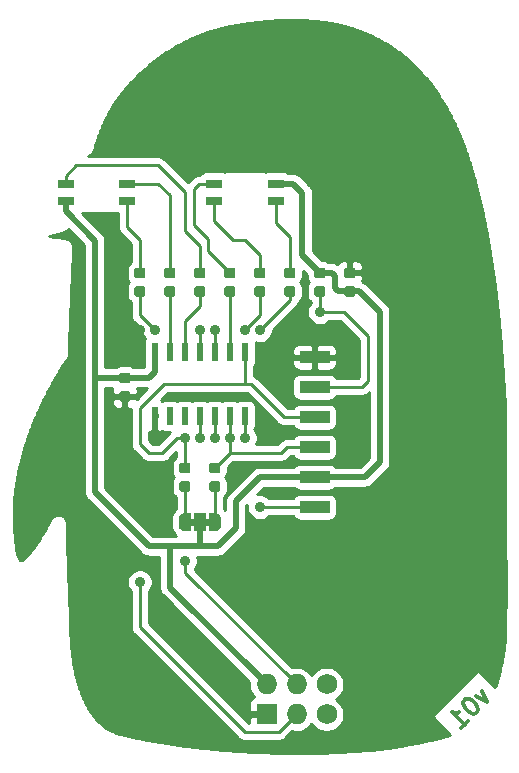
<source format=gbr>
G04 #@! TF.GenerationSoftware,KiCad,Pcbnew,(5.1.0)-1*
G04 #@! TF.CreationDate,2019-10-03T21:29:19-05:00*
G04 #@! TF.ProjectId,supercon-2019-blink,73757065-7263-46f6-9e2d-323031392d62,v01*
G04 #@! TF.SameCoordinates,Original*
G04 #@! TF.FileFunction,Copper,L2,Bot*
G04 #@! TF.FilePolarity,Positive*
%FSLAX46Y46*%
G04 Gerber Fmt 4.6, Leading zero omitted, Abs format (unit mm)*
G04 Created by KiCad (PCBNEW (5.1.0)-1) date 2019-10-03 21:29:19*
%MOMM*%
%LPD*%
G04 APERTURE LIST*
%ADD10C,0.300000*%
%ADD11C,0.100000*%
%ADD12C,0.875000*%
%ADD13R,1.400000X0.800000*%
%ADD14R,2.500000X1.000000*%
%ADD15C,0.500000*%
%ADD16R,1.000000X1.500000*%
%ADD17R,0.600000X1.500000*%
%ADD18R,1.727200X1.727200*%
%ADD19O,1.727200X1.727200*%
%ADD20C,1.727200*%
%ADD21C,0.914400*%
%ADD22C,0.508000*%
%ADD23C,0.254000*%
G04 APERTURE END LIST*
D10*
X167405406Y-120938024D02*
X167859975Y-121897669D01*
X166900330Y-121443101D01*
X165940685Y-121695639D02*
X165839669Y-121796654D01*
X165789162Y-121948177D01*
X165789162Y-122049192D01*
X165839669Y-122200715D01*
X165991192Y-122453253D01*
X166243730Y-122705791D01*
X166496269Y-122857314D01*
X166647791Y-122907822D01*
X166748807Y-122907822D01*
X166900330Y-122857314D01*
X167001345Y-122756299D01*
X167051852Y-122604776D01*
X167051852Y-122503761D01*
X167001345Y-122352238D01*
X166849822Y-122099700D01*
X166597284Y-121847162D01*
X166344746Y-121695639D01*
X166193223Y-121645131D01*
X166092208Y-121645131D01*
X165940685Y-121695639D01*
X165637639Y-124120005D02*
X166243730Y-123513913D01*
X165940685Y-123816959D02*
X164880024Y-122756299D01*
X165132563Y-122806807D01*
X165334593Y-122806807D01*
X165486116Y-122756299D01*
D11*
G36*
X142610000Y-106980000D02*
G01*
X143110000Y-106980000D01*
X143110000Y-106380000D01*
X142610000Y-106380000D01*
X142610000Y-106980000D01*
G37*
G36*
X143860000Y-106980000D02*
G01*
X144360000Y-106980000D01*
X144360000Y-106380000D01*
X143860000Y-106380000D01*
X143860000Y-106980000D01*
G37*
G36*
X156487691Y-86711053D02*
G01*
X156508926Y-86714203D01*
X156529750Y-86719419D01*
X156549962Y-86726651D01*
X156569368Y-86735830D01*
X156587781Y-86746866D01*
X156605024Y-86759654D01*
X156620930Y-86774070D01*
X156635346Y-86789976D01*
X156648134Y-86807219D01*
X156659170Y-86825632D01*
X156668349Y-86845038D01*
X156675581Y-86865250D01*
X156680797Y-86886074D01*
X156683947Y-86907309D01*
X156685000Y-86928750D01*
X156685000Y-87366250D01*
X156683947Y-87387691D01*
X156680797Y-87408926D01*
X156675581Y-87429750D01*
X156668349Y-87449962D01*
X156659170Y-87469368D01*
X156648134Y-87487781D01*
X156635346Y-87505024D01*
X156620930Y-87520930D01*
X156605024Y-87535346D01*
X156587781Y-87548134D01*
X156569368Y-87559170D01*
X156549962Y-87568349D01*
X156529750Y-87575581D01*
X156508926Y-87580797D01*
X156487691Y-87583947D01*
X156466250Y-87585000D01*
X155953750Y-87585000D01*
X155932309Y-87583947D01*
X155911074Y-87580797D01*
X155890250Y-87575581D01*
X155870038Y-87568349D01*
X155850632Y-87559170D01*
X155832219Y-87548134D01*
X155814976Y-87535346D01*
X155799070Y-87520930D01*
X155784654Y-87505024D01*
X155771866Y-87487781D01*
X155760830Y-87469368D01*
X155751651Y-87449962D01*
X155744419Y-87429750D01*
X155739203Y-87408926D01*
X155736053Y-87387691D01*
X155735000Y-87366250D01*
X155735000Y-86928750D01*
X155736053Y-86907309D01*
X155739203Y-86886074D01*
X155744419Y-86865250D01*
X155751651Y-86845038D01*
X155760830Y-86825632D01*
X155771866Y-86807219D01*
X155784654Y-86789976D01*
X155799070Y-86774070D01*
X155814976Y-86759654D01*
X155832219Y-86746866D01*
X155850632Y-86735830D01*
X155870038Y-86726651D01*
X155890250Y-86719419D01*
X155911074Y-86714203D01*
X155932309Y-86711053D01*
X155953750Y-86710000D01*
X156466250Y-86710000D01*
X156487691Y-86711053D01*
X156487691Y-86711053D01*
G37*
D12*
X156210000Y-87147500D03*
D11*
G36*
X156487691Y-85136053D02*
G01*
X156508926Y-85139203D01*
X156529750Y-85144419D01*
X156549962Y-85151651D01*
X156569368Y-85160830D01*
X156587781Y-85171866D01*
X156605024Y-85184654D01*
X156620930Y-85199070D01*
X156635346Y-85214976D01*
X156648134Y-85232219D01*
X156659170Y-85250632D01*
X156668349Y-85270038D01*
X156675581Y-85290250D01*
X156680797Y-85311074D01*
X156683947Y-85332309D01*
X156685000Y-85353750D01*
X156685000Y-85791250D01*
X156683947Y-85812691D01*
X156680797Y-85833926D01*
X156675581Y-85854750D01*
X156668349Y-85874962D01*
X156659170Y-85894368D01*
X156648134Y-85912781D01*
X156635346Y-85930024D01*
X156620930Y-85945930D01*
X156605024Y-85960346D01*
X156587781Y-85973134D01*
X156569368Y-85984170D01*
X156549962Y-85993349D01*
X156529750Y-86000581D01*
X156508926Y-86005797D01*
X156487691Y-86008947D01*
X156466250Y-86010000D01*
X155953750Y-86010000D01*
X155932309Y-86008947D01*
X155911074Y-86005797D01*
X155890250Y-86000581D01*
X155870038Y-85993349D01*
X155850632Y-85984170D01*
X155832219Y-85973134D01*
X155814976Y-85960346D01*
X155799070Y-85945930D01*
X155784654Y-85930024D01*
X155771866Y-85912781D01*
X155760830Y-85894368D01*
X155751651Y-85874962D01*
X155744419Y-85854750D01*
X155739203Y-85833926D01*
X155736053Y-85812691D01*
X155735000Y-85791250D01*
X155735000Y-85353750D01*
X155736053Y-85332309D01*
X155739203Y-85311074D01*
X155744419Y-85290250D01*
X155751651Y-85270038D01*
X155760830Y-85250632D01*
X155771866Y-85232219D01*
X155784654Y-85214976D01*
X155799070Y-85199070D01*
X155814976Y-85184654D01*
X155832219Y-85171866D01*
X155850632Y-85160830D01*
X155870038Y-85151651D01*
X155890250Y-85144419D01*
X155911074Y-85139203D01*
X155932309Y-85136053D01*
X155953750Y-85135000D01*
X156466250Y-85135000D01*
X156487691Y-85136053D01*
X156487691Y-85136053D01*
G37*
D12*
X156210000Y-85572500D03*
D11*
G36*
X137437691Y-95601053D02*
G01*
X137458926Y-95604203D01*
X137479750Y-95609419D01*
X137499962Y-95616651D01*
X137519368Y-95625830D01*
X137537781Y-95636866D01*
X137555024Y-95649654D01*
X137570930Y-95664070D01*
X137585346Y-95679976D01*
X137598134Y-95697219D01*
X137609170Y-95715632D01*
X137618349Y-95735038D01*
X137625581Y-95755250D01*
X137630797Y-95776074D01*
X137633947Y-95797309D01*
X137635000Y-95818750D01*
X137635000Y-96256250D01*
X137633947Y-96277691D01*
X137630797Y-96298926D01*
X137625581Y-96319750D01*
X137618349Y-96339962D01*
X137609170Y-96359368D01*
X137598134Y-96377781D01*
X137585346Y-96395024D01*
X137570930Y-96410930D01*
X137555024Y-96425346D01*
X137537781Y-96438134D01*
X137519368Y-96449170D01*
X137499962Y-96458349D01*
X137479750Y-96465581D01*
X137458926Y-96470797D01*
X137437691Y-96473947D01*
X137416250Y-96475000D01*
X136903750Y-96475000D01*
X136882309Y-96473947D01*
X136861074Y-96470797D01*
X136840250Y-96465581D01*
X136820038Y-96458349D01*
X136800632Y-96449170D01*
X136782219Y-96438134D01*
X136764976Y-96425346D01*
X136749070Y-96410930D01*
X136734654Y-96395024D01*
X136721866Y-96377781D01*
X136710830Y-96359368D01*
X136701651Y-96339962D01*
X136694419Y-96319750D01*
X136689203Y-96298926D01*
X136686053Y-96277691D01*
X136685000Y-96256250D01*
X136685000Y-95818750D01*
X136686053Y-95797309D01*
X136689203Y-95776074D01*
X136694419Y-95755250D01*
X136701651Y-95735038D01*
X136710830Y-95715632D01*
X136721866Y-95697219D01*
X136734654Y-95679976D01*
X136749070Y-95664070D01*
X136764976Y-95649654D01*
X136782219Y-95636866D01*
X136800632Y-95625830D01*
X136820038Y-95616651D01*
X136840250Y-95609419D01*
X136861074Y-95604203D01*
X136882309Y-95601053D01*
X136903750Y-95600000D01*
X137416250Y-95600000D01*
X137437691Y-95601053D01*
X137437691Y-95601053D01*
G37*
D12*
X137160000Y-96037500D03*
D11*
G36*
X137437691Y-94026053D02*
G01*
X137458926Y-94029203D01*
X137479750Y-94034419D01*
X137499962Y-94041651D01*
X137519368Y-94050830D01*
X137537781Y-94061866D01*
X137555024Y-94074654D01*
X137570930Y-94089070D01*
X137585346Y-94104976D01*
X137598134Y-94122219D01*
X137609170Y-94140632D01*
X137618349Y-94160038D01*
X137625581Y-94180250D01*
X137630797Y-94201074D01*
X137633947Y-94222309D01*
X137635000Y-94243750D01*
X137635000Y-94681250D01*
X137633947Y-94702691D01*
X137630797Y-94723926D01*
X137625581Y-94744750D01*
X137618349Y-94764962D01*
X137609170Y-94784368D01*
X137598134Y-94802781D01*
X137585346Y-94820024D01*
X137570930Y-94835930D01*
X137555024Y-94850346D01*
X137537781Y-94863134D01*
X137519368Y-94874170D01*
X137499962Y-94883349D01*
X137479750Y-94890581D01*
X137458926Y-94895797D01*
X137437691Y-94898947D01*
X137416250Y-94900000D01*
X136903750Y-94900000D01*
X136882309Y-94898947D01*
X136861074Y-94895797D01*
X136840250Y-94890581D01*
X136820038Y-94883349D01*
X136800632Y-94874170D01*
X136782219Y-94863134D01*
X136764976Y-94850346D01*
X136749070Y-94835930D01*
X136734654Y-94820024D01*
X136721866Y-94802781D01*
X136710830Y-94784368D01*
X136701651Y-94764962D01*
X136694419Y-94744750D01*
X136689203Y-94723926D01*
X136686053Y-94702691D01*
X136685000Y-94681250D01*
X136685000Y-94243750D01*
X136686053Y-94222309D01*
X136689203Y-94201074D01*
X136694419Y-94180250D01*
X136701651Y-94160038D01*
X136710830Y-94140632D01*
X136721866Y-94122219D01*
X136734654Y-94104976D01*
X136749070Y-94089070D01*
X136764976Y-94074654D01*
X136782219Y-94061866D01*
X136800632Y-94050830D01*
X136820038Y-94041651D01*
X136840250Y-94034419D01*
X136861074Y-94029203D01*
X136882309Y-94026053D01*
X136903750Y-94025000D01*
X137416250Y-94025000D01*
X137437691Y-94026053D01*
X137437691Y-94026053D01*
G37*
D12*
X137160000Y-94462500D03*
D13*
X137347000Y-78015000D03*
X137347000Y-79465000D03*
X132147000Y-78015000D03*
X132147000Y-79465000D03*
X149920000Y-78015000D03*
X149920000Y-79465000D03*
X144720000Y-78015000D03*
X144720000Y-79465000D03*
D14*
X153225000Y-92710000D03*
X153225000Y-95250000D03*
X153225000Y-97790000D03*
X153225000Y-100330000D03*
X153225000Y-102870000D03*
X153225000Y-105410000D03*
D15*
X144810000Y-106680000D03*
D11*
G36*
X144810000Y-105930602D02*
G01*
X144834534Y-105930602D01*
X144883365Y-105935412D01*
X144931490Y-105944984D01*
X144978445Y-105959228D01*
X145023778Y-105978005D01*
X145067051Y-106001136D01*
X145107850Y-106028396D01*
X145145779Y-106059524D01*
X145180476Y-106094221D01*
X145211604Y-106132150D01*
X145238864Y-106172949D01*
X145261995Y-106216222D01*
X145280772Y-106261555D01*
X145295016Y-106308510D01*
X145304588Y-106356635D01*
X145309398Y-106405466D01*
X145309398Y-106430000D01*
X145310000Y-106430000D01*
X145310000Y-106930000D01*
X145309398Y-106930000D01*
X145309398Y-106954534D01*
X145304588Y-107003365D01*
X145295016Y-107051490D01*
X145280772Y-107098445D01*
X145261995Y-107143778D01*
X145238864Y-107187051D01*
X145211604Y-107227850D01*
X145180476Y-107265779D01*
X145145779Y-107300476D01*
X145107850Y-107331604D01*
X145067051Y-107358864D01*
X145023778Y-107381995D01*
X144978445Y-107400772D01*
X144931490Y-107415016D01*
X144883365Y-107424588D01*
X144834534Y-107429398D01*
X144810000Y-107429398D01*
X144810000Y-107430000D01*
X144260000Y-107430000D01*
X144260000Y-105930000D01*
X144810000Y-105930000D01*
X144810000Y-105930602D01*
X144810000Y-105930602D01*
G37*
D16*
X143510000Y-106680000D03*
D15*
X142210000Y-106680000D03*
D11*
G36*
X142760000Y-107430000D02*
G01*
X142210000Y-107430000D01*
X142210000Y-107429398D01*
X142185466Y-107429398D01*
X142136635Y-107424588D01*
X142088510Y-107415016D01*
X142041555Y-107400772D01*
X141996222Y-107381995D01*
X141952949Y-107358864D01*
X141912150Y-107331604D01*
X141874221Y-107300476D01*
X141839524Y-107265779D01*
X141808396Y-107227850D01*
X141781136Y-107187051D01*
X141758005Y-107143778D01*
X141739228Y-107098445D01*
X141724984Y-107051490D01*
X141715412Y-107003365D01*
X141710602Y-106954534D01*
X141710602Y-106930000D01*
X141710000Y-106930000D01*
X141710000Y-106430000D01*
X141710602Y-106430000D01*
X141710602Y-106405466D01*
X141715412Y-106356635D01*
X141724984Y-106308510D01*
X141739228Y-106261555D01*
X141758005Y-106216222D01*
X141781136Y-106172949D01*
X141808396Y-106132150D01*
X141839524Y-106094221D01*
X141874221Y-106059524D01*
X141912150Y-106028396D01*
X141952949Y-106001136D01*
X141996222Y-105978005D01*
X142041555Y-105959228D01*
X142088510Y-105944984D01*
X142136635Y-105935412D01*
X142185466Y-105930602D01*
X142210000Y-105930602D01*
X142210000Y-105930000D01*
X142760000Y-105930000D01*
X142760000Y-107430000D01*
X142760000Y-107430000D01*
G37*
G36*
X153947691Y-86711053D02*
G01*
X153968926Y-86714203D01*
X153989750Y-86719419D01*
X154009962Y-86726651D01*
X154029368Y-86735830D01*
X154047781Y-86746866D01*
X154065024Y-86759654D01*
X154080930Y-86774070D01*
X154095346Y-86789976D01*
X154108134Y-86807219D01*
X154119170Y-86825632D01*
X154128349Y-86845038D01*
X154135581Y-86865250D01*
X154140797Y-86886074D01*
X154143947Y-86907309D01*
X154145000Y-86928750D01*
X154145000Y-87366250D01*
X154143947Y-87387691D01*
X154140797Y-87408926D01*
X154135581Y-87429750D01*
X154128349Y-87449962D01*
X154119170Y-87469368D01*
X154108134Y-87487781D01*
X154095346Y-87505024D01*
X154080930Y-87520930D01*
X154065024Y-87535346D01*
X154047781Y-87548134D01*
X154029368Y-87559170D01*
X154009962Y-87568349D01*
X153989750Y-87575581D01*
X153968926Y-87580797D01*
X153947691Y-87583947D01*
X153926250Y-87585000D01*
X153413750Y-87585000D01*
X153392309Y-87583947D01*
X153371074Y-87580797D01*
X153350250Y-87575581D01*
X153330038Y-87568349D01*
X153310632Y-87559170D01*
X153292219Y-87548134D01*
X153274976Y-87535346D01*
X153259070Y-87520930D01*
X153244654Y-87505024D01*
X153231866Y-87487781D01*
X153220830Y-87469368D01*
X153211651Y-87449962D01*
X153204419Y-87429750D01*
X153199203Y-87408926D01*
X153196053Y-87387691D01*
X153195000Y-87366250D01*
X153195000Y-86928750D01*
X153196053Y-86907309D01*
X153199203Y-86886074D01*
X153204419Y-86865250D01*
X153211651Y-86845038D01*
X153220830Y-86825632D01*
X153231866Y-86807219D01*
X153244654Y-86789976D01*
X153259070Y-86774070D01*
X153274976Y-86759654D01*
X153292219Y-86746866D01*
X153310632Y-86735830D01*
X153330038Y-86726651D01*
X153350250Y-86719419D01*
X153371074Y-86714203D01*
X153392309Y-86711053D01*
X153413750Y-86710000D01*
X153926250Y-86710000D01*
X153947691Y-86711053D01*
X153947691Y-86711053D01*
G37*
D12*
X153670000Y-87147500D03*
D11*
G36*
X153947691Y-85136053D02*
G01*
X153968926Y-85139203D01*
X153989750Y-85144419D01*
X154009962Y-85151651D01*
X154029368Y-85160830D01*
X154047781Y-85171866D01*
X154065024Y-85184654D01*
X154080930Y-85199070D01*
X154095346Y-85214976D01*
X154108134Y-85232219D01*
X154119170Y-85250632D01*
X154128349Y-85270038D01*
X154135581Y-85290250D01*
X154140797Y-85311074D01*
X154143947Y-85332309D01*
X154145000Y-85353750D01*
X154145000Y-85791250D01*
X154143947Y-85812691D01*
X154140797Y-85833926D01*
X154135581Y-85854750D01*
X154128349Y-85874962D01*
X154119170Y-85894368D01*
X154108134Y-85912781D01*
X154095346Y-85930024D01*
X154080930Y-85945930D01*
X154065024Y-85960346D01*
X154047781Y-85973134D01*
X154029368Y-85984170D01*
X154009962Y-85993349D01*
X153989750Y-86000581D01*
X153968926Y-86005797D01*
X153947691Y-86008947D01*
X153926250Y-86010000D01*
X153413750Y-86010000D01*
X153392309Y-86008947D01*
X153371074Y-86005797D01*
X153350250Y-86000581D01*
X153330038Y-85993349D01*
X153310632Y-85984170D01*
X153292219Y-85973134D01*
X153274976Y-85960346D01*
X153259070Y-85945930D01*
X153244654Y-85930024D01*
X153231866Y-85912781D01*
X153220830Y-85894368D01*
X153211651Y-85874962D01*
X153204419Y-85854750D01*
X153199203Y-85833926D01*
X153196053Y-85812691D01*
X153195000Y-85791250D01*
X153195000Y-85353750D01*
X153196053Y-85332309D01*
X153199203Y-85311074D01*
X153204419Y-85290250D01*
X153211651Y-85270038D01*
X153220830Y-85250632D01*
X153231866Y-85232219D01*
X153244654Y-85214976D01*
X153259070Y-85199070D01*
X153274976Y-85184654D01*
X153292219Y-85171866D01*
X153310632Y-85160830D01*
X153330038Y-85151651D01*
X153350250Y-85144419D01*
X153371074Y-85139203D01*
X153392309Y-85136053D01*
X153413750Y-85135000D01*
X153926250Y-85135000D01*
X153947691Y-85136053D01*
X153947691Y-85136053D01*
G37*
D12*
X153670000Y-85572500D03*
D11*
G36*
X142517691Y-103221053D02*
G01*
X142538926Y-103224203D01*
X142559750Y-103229419D01*
X142579962Y-103236651D01*
X142599368Y-103245830D01*
X142617781Y-103256866D01*
X142635024Y-103269654D01*
X142650930Y-103284070D01*
X142665346Y-103299976D01*
X142678134Y-103317219D01*
X142689170Y-103335632D01*
X142698349Y-103355038D01*
X142705581Y-103375250D01*
X142710797Y-103396074D01*
X142713947Y-103417309D01*
X142715000Y-103438750D01*
X142715000Y-103876250D01*
X142713947Y-103897691D01*
X142710797Y-103918926D01*
X142705581Y-103939750D01*
X142698349Y-103959962D01*
X142689170Y-103979368D01*
X142678134Y-103997781D01*
X142665346Y-104015024D01*
X142650930Y-104030930D01*
X142635024Y-104045346D01*
X142617781Y-104058134D01*
X142599368Y-104069170D01*
X142579962Y-104078349D01*
X142559750Y-104085581D01*
X142538926Y-104090797D01*
X142517691Y-104093947D01*
X142496250Y-104095000D01*
X141983750Y-104095000D01*
X141962309Y-104093947D01*
X141941074Y-104090797D01*
X141920250Y-104085581D01*
X141900038Y-104078349D01*
X141880632Y-104069170D01*
X141862219Y-104058134D01*
X141844976Y-104045346D01*
X141829070Y-104030930D01*
X141814654Y-104015024D01*
X141801866Y-103997781D01*
X141790830Y-103979368D01*
X141781651Y-103959962D01*
X141774419Y-103939750D01*
X141769203Y-103918926D01*
X141766053Y-103897691D01*
X141765000Y-103876250D01*
X141765000Y-103438750D01*
X141766053Y-103417309D01*
X141769203Y-103396074D01*
X141774419Y-103375250D01*
X141781651Y-103355038D01*
X141790830Y-103335632D01*
X141801866Y-103317219D01*
X141814654Y-103299976D01*
X141829070Y-103284070D01*
X141844976Y-103269654D01*
X141862219Y-103256866D01*
X141880632Y-103245830D01*
X141900038Y-103236651D01*
X141920250Y-103229419D01*
X141941074Y-103224203D01*
X141962309Y-103221053D01*
X141983750Y-103220000D01*
X142496250Y-103220000D01*
X142517691Y-103221053D01*
X142517691Y-103221053D01*
G37*
D12*
X142240000Y-103657500D03*
D11*
G36*
X142517691Y-101646053D02*
G01*
X142538926Y-101649203D01*
X142559750Y-101654419D01*
X142579962Y-101661651D01*
X142599368Y-101670830D01*
X142617781Y-101681866D01*
X142635024Y-101694654D01*
X142650930Y-101709070D01*
X142665346Y-101724976D01*
X142678134Y-101742219D01*
X142689170Y-101760632D01*
X142698349Y-101780038D01*
X142705581Y-101800250D01*
X142710797Y-101821074D01*
X142713947Y-101842309D01*
X142715000Y-101863750D01*
X142715000Y-102301250D01*
X142713947Y-102322691D01*
X142710797Y-102343926D01*
X142705581Y-102364750D01*
X142698349Y-102384962D01*
X142689170Y-102404368D01*
X142678134Y-102422781D01*
X142665346Y-102440024D01*
X142650930Y-102455930D01*
X142635024Y-102470346D01*
X142617781Y-102483134D01*
X142599368Y-102494170D01*
X142579962Y-102503349D01*
X142559750Y-102510581D01*
X142538926Y-102515797D01*
X142517691Y-102518947D01*
X142496250Y-102520000D01*
X141983750Y-102520000D01*
X141962309Y-102518947D01*
X141941074Y-102515797D01*
X141920250Y-102510581D01*
X141900038Y-102503349D01*
X141880632Y-102494170D01*
X141862219Y-102483134D01*
X141844976Y-102470346D01*
X141829070Y-102455930D01*
X141814654Y-102440024D01*
X141801866Y-102422781D01*
X141790830Y-102404368D01*
X141781651Y-102384962D01*
X141774419Y-102364750D01*
X141769203Y-102343926D01*
X141766053Y-102322691D01*
X141765000Y-102301250D01*
X141765000Y-101863750D01*
X141766053Y-101842309D01*
X141769203Y-101821074D01*
X141774419Y-101800250D01*
X141781651Y-101780038D01*
X141790830Y-101760632D01*
X141801866Y-101742219D01*
X141814654Y-101724976D01*
X141829070Y-101709070D01*
X141844976Y-101694654D01*
X141862219Y-101681866D01*
X141880632Y-101670830D01*
X141900038Y-101661651D01*
X141920250Y-101654419D01*
X141941074Y-101649203D01*
X141962309Y-101646053D01*
X141983750Y-101645000D01*
X142496250Y-101645000D01*
X142517691Y-101646053D01*
X142517691Y-101646053D01*
G37*
D12*
X142240000Y-102082500D03*
D11*
G36*
X145057691Y-101646053D02*
G01*
X145078926Y-101649203D01*
X145099750Y-101654419D01*
X145119962Y-101661651D01*
X145139368Y-101670830D01*
X145157781Y-101681866D01*
X145175024Y-101694654D01*
X145190930Y-101709070D01*
X145205346Y-101724976D01*
X145218134Y-101742219D01*
X145229170Y-101760632D01*
X145238349Y-101780038D01*
X145245581Y-101800250D01*
X145250797Y-101821074D01*
X145253947Y-101842309D01*
X145255000Y-101863750D01*
X145255000Y-102301250D01*
X145253947Y-102322691D01*
X145250797Y-102343926D01*
X145245581Y-102364750D01*
X145238349Y-102384962D01*
X145229170Y-102404368D01*
X145218134Y-102422781D01*
X145205346Y-102440024D01*
X145190930Y-102455930D01*
X145175024Y-102470346D01*
X145157781Y-102483134D01*
X145139368Y-102494170D01*
X145119962Y-102503349D01*
X145099750Y-102510581D01*
X145078926Y-102515797D01*
X145057691Y-102518947D01*
X145036250Y-102520000D01*
X144523750Y-102520000D01*
X144502309Y-102518947D01*
X144481074Y-102515797D01*
X144460250Y-102510581D01*
X144440038Y-102503349D01*
X144420632Y-102494170D01*
X144402219Y-102483134D01*
X144384976Y-102470346D01*
X144369070Y-102455930D01*
X144354654Y-102440024D01*
X144341866Y-102422781D01*
X144330830Y-102404368D01*
X144321651Y-102384962D01*
X144314419Y-102364750D01*
X144309203Y-102343926D01*
X144306053Y-102322691D01*
X144305000Y-102301250D01*
X144305000Y-101863750D01*
X144306053Y-101842309D01*
X144309203Y-101821074D01*
X144314419Y-101800250D01*
X144321651Y-101780038D01*
X144330830Y-101760632D01*
X144341866Y-101742219D01*
X144354654Y-101724976D01*
X144369070Y-101709070D01*
X144384976Y-101694654D01*
X144402219Y-101681866D01*
X144420632Y-101670830D01*
X144440038Y-101661651D01*
X144460250Y-101654419D01*
X144481074Y-101649203D01*
X144502309Y-101646053D01*
X144523750Y-101645000D01*
X145036250Y-101645000D01*
X145057691Y-101646053D01*
X145057691Y-101646053D01*
G37*
D12*
X144780000Y-102082500D03*
D11*
G36*
X145057691Y-103221053D02*
G01*
X145078926Y-103224203D01*
X145099750Y-103229419D01*
X145119962Y-103236651D01*
X145139368Y-103245830D01*
X145157781Y-103256866D01*
X145175024Y-103269654D01*
X145190930Y-103284070D01*
X145205346Y-103299976D01*
X145218134Y-103317219D01*
X145229170Y-103335632D01*
X145238349Y-103355038D01*
X145245581Y-103375250D01*
X145250797Y-103396074D01*
X145253947Y-103417309D01*
X145255000Y-103438750D01*
X145255000Y-103876250D01*
X145253947Y-103897691D01*
X145250797Y-103918926D01*
X145245581Y-103939750D01*
X145238349Y-103959962D01*
X145229170Y-103979368D01*
X145218134Y-103997781D01*
X145205346Y-104015024D01*
X145190930Y-104030930D01*
X145175024Y-104045346D01*
X145157781Y-104058134D01*
X145139368Y-104069170D01*
X145119962Y-104078349D01*
X145099750Y-104085581D01*
X145078926Y-104090797D01*
X145057691Y-104093947D01*
X145036250Y-104095000D01*
X144523750Y-104095000D01*
X144502309Y-104093947D01*
X144481074Y-104090797D01*
X144460250Y-104085581D01*
X144440038Y-104078349D01*
X144420632Y-104069170D01*
X144402219Y-104058134D01*
X144384976Y-104045346D01*
X144369070Y-104030930D01*
X144354654Y-104015024D01*
X144341866Y-103997781D01*
X144330830Y-103979368D01*
X144321651Y-103959962D01*
X144314419Y-103939750D01*
X144309203Y-103918926D01*
X144306053Y-103897691D01*
X144305000Y-103876250D01*
X144305000Y-103438750D01*
X144306053Y-103417309D01*
X144309203Y-103396074D01*
X144314419Y-103375250D01*
X144321651Y-103355038D01*
X144330830Y-103335632D01*
X144341866Y-103317219D01*
X144354654Y-103299976D01*
X144369070Y-103284070D01*
X144384976Y-103269654D01*
X144402219Y-103256866D01*
X144420632Y-103245830D01*
X144440038Y-103236651D01*
X144460250Y-103229419D01*
X144481074Y-103224203D01*
X144502309Y-103221053D01*
X144523750Y-103220000D01*
X145036250Y-103220000D01*
X145057691Y-103221053D01*
X145057691Y-103221053D01*
G37*
D12*
X144780000Y-103657500D03*
D11*
G36*
X138707691Y-85136053D02*
G01*
X138728926Y-85139203D01*
X138749750Y-85144419D01*
X138769962Y-85151651D01*
X138789368Y-85160830D01*
X138807781Y-85171866D01*
X138825024Y-85184654D01*
X138840930Y-85199070D01*
X138855346Y-85214976D01*
X138868134Y-85232219D01*
X138879170Y-85250632D01*
X138888349Y-85270038D01*
X138895581Y-85290250D01*
X138900797Y-85311074D01*
X138903947Y-85332309D01*
X138905000Y-85353750D01*
X138905000Y-85791250D01*
X138903947Y-85812691D01*
X138900797Y-85833926D01*
X138895581Y-85854750D01*
X138888349Y-85874962D01*
X138879170Y-85894368D01*
X138868134Y-85912781D01*
X138855346Y-85930024D01*
X138840930Y-85945930D01*
X138825024Y-85960346D01*
X138807781Y-85973134D01*
X138789368Y-85984170D01*
X138769962Y-85993349D01*
X138749750Y-86000581D01*
X138728926Y-86005797D01*
X138707691Y-86008947D01*
X138686250Y-86010000D01*
X138173750Y-86010000D01*
X138152309Y-86008947D01*
X138131074Y-86005797D01*
X138110250Y-86000581D01*
X138090038Y-85993349D01*
X138070632Y-85984170D01*
X138052219Y-85973134D01*
X138034976Y-85960346D01*
X138019070Y-85945930D01*
X138004654Y-85930024D01*
X137991866Y-85912781D01*
X137980830Y-85894368D01*
X137971651Y-85874962D01*
X137964419Y-85854750D01*
X137959203Y-85833926D01*
X137956053Y-85812691D01*
X137955000Y-85791250D01*
X137955000Y-85353750D01*
X137956053Y-85332309D01*
X137959203Y-85311074D01*
X137964419Y-85290250D01*
X137971651Y-85270038D01*
X137980830Y-85250632D01*
X137991866Y-85232219D01*
X138004654Y-85214976D01*
X138019070Y-85199070D01*
X138034976Y-85184654D01*
X138052219Y-85171866D01*
X138070632Y-85160830D01*
X138090038Y-85151651D01*
X138110250Y-85144419D01*
X138131074Y-85139203D01*
X138152309Y-85136053D01*
X138173750Y-85135000D01*
X138686250Y-85135000D01*
X138707691Y-85136053D01*
X138707691Y-85136053D01*
G37*
D12*
X138430000Y-85572500D03*
D11*
G36*
X138707691Y-86711053D02*
G01*
X138728926Y-86714203D01*
X138749750Y-86719419D01*
X138769962Y-86726651D01*
X138789368Y-86735830D01*
X138807781Y-86746866D01*
X138825024Y-86759654D01*
X138840930Y-86774070D01*
X138855346Y-86789976D01*
X138868134Y-86807219D01*
X138879170Y-86825632D01*
X138888349Y-86845038D01*
X138895581Y-86865250D01*
X138900797Y-86886074D01*
X138903947Y-86907309D01*
X138905000Y-86928750D01*
X138905000Y-87366250D01*
X138903947Y-87387691D01*
X138900797Y-87408926D01*
X138895581Y-87429750D01*
X138888349Y-87449962D01*
X138879170Y-87469368D01*
X138868134Y-87487781D01*
X138855346Y-87505024D01*
X138840930Y-87520930D01*
X138825024Y-87535346D01*
X138807781Y-87548134D01*
X138789368Y-87559170D01*
X138769962Y-87568349D01*
X138749750Y-87575581D01*
X138728926Y-87580797D01*
X138707691Y-87583947D01*
X138686250Y-87585000D01*
X138173750Y-87585000D01*
X138152309Y-87583947D01*
X138131074Y-87580797D01*
X138110250Y-87575581D01*
X138090038Y-87568349D01*
X138070632Y-87559170D01*
X138052219Y-87548134D01*
X138034976Y-87535346D01*
X138019070Y-87520930D01*
X138004654Y-87505024D01*
X137991866Y-87487781D01*
X137980830Y-87469368D01*
X137971651Y-87449962D01*
X137964419Y-87429750D01*
X137959203Y-87408926D01*
X137956053Y-87387691D01*
X137955000Y-87366250D01*
X137955000Y-86928750D01*
X137956053Y-86907309D01*
X137959203Y-86886074D01*
X137964419Y-86865250D01*
X137971651Y-86845038D01*
X137980830Y-86825632D01*
X137991866Y-86807219D01*
X138004654Y-86789976D01*
X138019070Y-86774070D01*
X138034976Y-86759654D01*
X138052219Y-86746866D01*
X138070632Y-86735830D01*
X138090038Y-86726651D01*
X138110250Y-86719419D01*
X138131074Y-86714203D01*
X138152309Y-86711053D01*
X138173750Y-86710000D01*
X138686250Y-86710000D01*
X138707691Y-86711053D01*
X138707691Y-86711053D01*
G37*
D12*
X138430000Y-87147500D03*
D11*
G36*
X143787691Y-86711053D02*
G01*
X143808926Y-86714203D01*
X143829750Y-86719419D01*
X143849962Y-86726651D01*
X143869368Y-86735830D01*
X143887781Y-86746866D01*
X143905024Y-86759654D01*
X143920930Y-86774070D01*
X143935346Y-86789976D01*
X143948134Y-86807219D01*
X143959170Y-86825632D01*
X143968349Y-86845038D01*
X143975581Y-86865250D01*
X143980797Y-86886074D01*
X143983947Y-86907309D01*
X143985000Y-86928750D01*
X143985000Y-87366250D01*
X143983947Y-87387691D01*
X143980797Y-87408926D01*
X143975581Y-87429750D01*
X143968349Y-87449962D01*
X143959170Y-87469368D01*
X143948134Y-87487781D01*
X143935346Y-87505024D01*
X143920930Y-87520930D01*
X143905024Y-87535346D01*
X143887781Y-87548134D01*
X143869368Y-87559170D01*
X143849962Y-87568349D01*
X143829750Y-87575581D01*
X143808926Y-87580797D01*
X143787691Y-87583947D01*
X143766250Y-87585000D01*
X143253750Y-87585000D01*
X143232309Y-87583947D01*
X143211074Y-87580797D01*
X143190250Y-87575581D01*
X143170038Y-87568349D01*
X143150632Y-87559170D01*
X143132219Y-87548134D01*
X143114976Y-87535346D01*
X143099070Y-87520930D01*
X143084654Y-87505024D01*
X143071866Y-87487781D01*
X143060830Y-87469368D01*
X143051651Y-87449962D01*
X143044419Y-87429750D01*
X143039203Y-87408926D01*
X143036053Y-87387691D01*
X143035000Y-87366250D01*
X143035000Y-86928750D01*
X143036053Y-86907309D01*
X143039203Y-86886074D01*
X143044419Y-86865250D01*
X143051651Y-86845038D01*
X143060830Y-86825632D01*
X143071866Y-86807219D01*
X143084654Y-86789976D01*
X143099070Y-86774070D01*
X143114976Y-86759654D01*
X143132219Y-86746866D01*
X143150632Y-86735830D01*
X143170038Y-86726651D01*
X143190250Y-86719419D01*
X143211074Y-86714203D01*
X143232309Y-86711053D01*
X143253750Y-86710000D01*
X143766250Y-86710000D01*
X143787691Y-86711053D01*
X143787691Y-86711053D01*
G37*
D12*
X143510000Y-87147500D03*
D11*
G36*
X143787691Y-85136053D02*
G01*
X143808926Y-85139203D01*
X143829750Y-85144419D01*
X143849962Y-85151651D01*
X143869368Y-85160830D01*
X143887781Y-85171866D01*
X143905024Y-85184654D01*
X143920930Y-85199070D01*
X143935346Y-85214976D01*
X143948134Y-85232219D01*
X143959170Y-85250632D01*
X143968349Y-85270038D01*
X143975581Y-85290250D01*
X143980797Y-85311074D01*
X143983947Y-85332309D01*
X143985000Y-85353750D01*
X143985000Y-85791250D01*
X143983947Y-85812691D01*
X143980797Y-85833926D01*
X143975581Y-85854750D01*
X143968349Y-85874962D01*
X143959170Y-85894368D01*
X143948134Y-85912781D01*
X143935346Y-85930024D01*
X143920930Y-85945930D01*
X143905024Y-85960346D01*
X143887781Y-85973134D01*
X143869368Y-85984170D01*
X143849962Y-85993349D01*
X143829750Y-86000581D01*
X143808926Y-86005797D01*
X143787691Y-86008947D01*
X143766250Y-86010000D01*
X143253750Y-86010000D01*
X143232309Y-86008947D01*
X143211074Y-86005797D01*
X143190250Y-86000581D01*
X143170038Y-85993349D01*
X143150632Y-85984170D01*
X143132219Y-85973134D01*
X143114976Y-85960346D01*
X143099070Y-85945930D01*
X143084654Y-85930024D01*
X143071866Y-85912781D01*
X143060830Y-85894368D01*
X143051651Y-85874962D01*
X143044419Y-85854750D01*
X143039203Y-85833926D01*
X143036053Y-85812691D01*
X143035000Y-85791250D01*
X143035000Y-85353750D01*
X143036053Y-85332309D01*
X143039203Y-85311074D01*
X143044419Y-85290250D01*
X143051651Y-85270038D01*
X143060830Y-85250632D01*
X143071866Y-85232219D01*
X143084654Y-85214976D01*
X143099070Y-85199070D01*
X143114976Y-85184654D01*
X143132219Y-85171866D01*
X143150632Y-85160830D01*
X143170038Y-85151651D01*
X143190250Y-85144419D01*
X143211074Y-85139203D01*
X143232309Y-85136053D01*
X143253750Y-85135000D01*
X143766250Y-85135000D01*
X143787691Y-85136053D01*
X143787691Y-85136053D01*
G37*
D12*
X143510000Y-85572500D03*
D11*
G36*
X141247691Y-85136053D02*
G01*
X141268926Y-85139203D01*
X141289750Y-85144419D01*
X141309962Y-85151651D01*
X141329368Y-85160830D01*
X141347781Y-85171866D01*
X141365024Y-85184654D01*
X141380930Y-85199070D01*
X141395346Y-85214976D01*
X141408134Y-85232219D01*
X141419170Y-85250632D01*
X141428349Y-85270038D01*
X141435581Y-85290250D01*
X141440797Y-85311074D01*
X141443947Y-85332309D01*
X141445000Y-85353750D01*
X141445000Y-85791250D01*
X141443947Y-85812691D01*
X141440797Y-85833926D01*
X141435581Y-85854750D01*
X141428349Y-85874962D01*
X141419170Y-85894368D01*
X141408134Y-85912781D01*
X141395346Y-85930024D01*
X141380930Y-85945930D01*
X141365024Y-85960346D01*
X141347781Y-85973134D01*
X141329368Y-85984170D01*
X141309962Y-85993349D01*
X141289750Y-86000581D01*
X141268926Y-86005797D01*
X141247691Y-86008947D01*
X141226250Y-86010000D01*
X140713750Y-86010000D01*
X140692309Y-86008947D01*
X140671074Y-86005797D01*
X140650250Y-86000581D01*
X140630038Y-85993349D01*
X140610632Y-85984170D01*
X140592219Y-85973134D01*
X140574976Y-85960346D01*
X140559070Y-85945930D01*
X140544654Y-85930024D01*
X140531866Y-85912781D01*
X140520830Y-85894368D01*
X140511651Y-85874962D01*
X140504419Y-85854750D01*
X140499203Y-85833926D01*
X140496053Y-85812691D01*
X140495000Y-85791250D01*
X140495000Y-85353750D01*
X140496053Y-85332309D01*
X140499203Y-85311074D01*
X140504419Y-85290250D01*
X140511651Y-85270038D01*
X140520830Y-85250632D01*
X140531866Y-85232219D01*
X140544654Y-85214976D01*
X140559070Y-85199070D01*
X140574976Y-85184654D01*
X140592219Y-85171866D01*
X140610632Y-85160830D01*
X140630038Y-85151651D01*
X140650250Y-85144419D01*
X140671074Y-85139203D01*
X140692309Y-85136053D01*
X140713750Y-85135000D01*
X141226250Y-85135000D01*
X141247691Y-85136053D01*
X141247691Y-85136053D01*
G37*
D12*
X140970000Y-85572500D03*
D11*
G36*
X141247691Y-86711053D02*
G01*
X141268926Y-86714203D01*
X141289750Y-86719419D01*
X141309962Y-86726651D01*
X141329368Y-86735830D01*
X141347781Y-86746866D01*
X141365024Y-86759654D01*
X141380930Y-86774070D01*
X141395346Y-86789976D01*
X141408134Y-86807219D01*
X141419170Y-86825632D01*
X141428349Y-86845038D01*
X141435581Y-86865250D01*
X141440797Y-86886074D01*
X141443947Y-86907309D01*
X141445000Y-86928750D01*
X141445000Y-87366250D01*
X141443947Y-87387691D01*
X141440797Y-87408926D01*
X141435581Y-87429750D01*
X141428349Y-87449962D01*
X141419170Y-87469368D01*
X141408134Y-87487781D01*
X141395346Y-87505024D01*
X141380930Y-87520930D01*
X141365024Y-87535346D01*
X141347781Y-87548134D01*
X141329368Y-87559170D01*
X141309962Y-87568349D01*
X141289750Y-87575581D01*
X141268926Y-87580797D01*
X141247691Y-87583947D01*
X141226250Y-87585000D01*
X140713750Y-87585000D01*
X140692309Y-87583947D01*
X140671074Y-87580797D01*
X140650250Y-87575581D01*
X140630038Y-87568349D01*
X140610632Y-87559170D01*
X140592219Y-87548134D01*
X140574976Y-87535346D01*
X140559070Y-87520930D01*
X140544654Y-87505024D01*
X140531866Y-87487781D01*
X140520830Y-87469368D01*
X140511651Y-87449962D01*
X140504419Y-87429750D01*
X140499203Y-87408926D01*
X140496053Y-87387691D01*
X140495000Y-87366250D01*
X140495000Y-86928750D01*
X140496053Y-86907309D01*
X140499203Y-86886074D01*
X140504419Y-86865250D01*
X140511651Y-86845038D01*
X140520830Y-86825632D01*
X140531866Y-86807219D01*
X140544654Y-86789976D01*
X140559070Y-86774070D01*
X140574976Y-86759654D01*
X140592219Y-86746866D01*
X140610632Y-86735830D01*
X140630038Y-86726651D01*
X140650250Y-86719419D01*
X140671074Y-86714203D01*
X140692309Y-86711053D01*
X140713750Y-86710000D01*
X141226250Y-86710000D01*
X141247691Y-86711053D01*
X141247691Y-86711053D01*
G37*
D12*
X140970000Y-87147500D03*
D11*
G36*
X146327691Y-85136053D02*
G01*
X146348926Y-85139203D01*
X146369750Y-85144419D01*
X146389962Y-85151651D01*
X146409368Y-85160830D01*
X146427781Y-85171866D01*
X146445024Y-85184654D01*
X146460930Y-85199070D01*
X146475346Y-85214976D01*
X146488134Y-85232219D01*
X146499170Y-85250632D01*
X146508349Y-85270038D01*
X146515581Y-85290250D01*
X146520797Y-85311074D01*
X146523947Y-85332309D01*
X146525000Y-85353750D01*
X146525000Y-85791250D01*
X146523947Y-85812691D01*
X146520797Y-85833926D01*
X146515581Y-85854750D01*
X146508349Y-85874962D01*
X146499170Y-85894368D01*
X146488134Y-85912781D01*
X146475346Y-85930024D01*
X146460930Y-85945930D01*
X146445024Y-85960346D01*
X146427781Y-85973134D01*
X146409368Y-85984170D01*
X146389962Y-85993349D01*
X146369750Y-86000581D01*
X146348926Y-86005797D01*
X146327691Y-86008947D01*
X146306250Y-86010000D01*
X145793750Y-86010000D01*
X145772309Y-86008947D01*
X145751074Y-86005797D01*
X145730250Y-86000581D01*
X145710038Y-85993349D01*
X145690632Y-85984170D01*
X145672219Y-85973134D01*
X145654976Y-85960346D01*
X145639070Y-85945930D01*
X145624654Y-85930024D01*
X145611866Y-85912781D01*
X145600830Y-85894368D01*
X145591651Y-85874962D01*
X145584419Y-85854750D01*
X145579203Y-85833926D01*
X145576053Y-85812691D01*
X145575000Y-85791250D01*
X145575000Y-85353750D01*
X145576053Y-85332309D01*
X145579203Y-85311074D01*
X145584419Y-85290250D01*
X145591651Y-85270038D01*
X145600830Y-85250632D01*
X145611866Y-85232219D01*
X145624654Y-85214976D01*
X145639070Y-85199070D01*
X145654976Y-85184654D01*
X145672219Y-85171866D01*
X145690632Y-85160830D01*
X145710038Y-85151651D01*
X145730250Y-85144419D01*
X145751074Y-85139203D01*
X145772309Y-85136053D01*
X145793750Y-85135000D01*
X146306250Y-85135000D01*
X146327691Y-85136053D01*
X146327691Y-85136053D01*
G37*
D12*
X146050000Y-85572500D03*
D11*
G36*
X146327691Y-86711053D02*
G01*
X146348926Y-86714203D01*
X146369750Y-86719419D01*
X146389962Y-86726651D01*
X146409368Y-86735830D01*
X146427781Y-86746866D01*
X146445024Y-86759654D01*
X146460930Y-86774070D01*
X146475346Y-86789976D01*
X146488134Y-86807219D01*
X146499170Y-86825632D01*
X146508349Y-86845038D01*
X146515581Y-86865250D01*
X146520797Y-86886074D01*
X146523947Y-86907309D01*
X146525000Y-86928750D01*
X146525000Y-87366250D01*
X146523947Y-87387691D01*
X146520797Y-87408926D01*
X146515581Y-87429750D01*
X146508349Y-87449962D01*
X146499170Y-87469368D01*
X146488134Y-87487781D01*
X146475346Y-87505024D01*
X146460930Y-87520930D01*
X146445024Y-87535346D01*
X146427781Y-87548134D01*
X146409368Y-87559170D01*
X146389962Y-87568349D01*
X146369750Y-87575581D01*
X146348926Y-87580797D01*
X146327691Y-87583947D01*
X146306250Y-87585000D01*
X145793750Y-87585000D01*
X145772309Y-87583947D01*
X145751074Y-87580797D01*
X145730250Y-87575581D01*
X145710038Y-87568349D01*
X145690632Y-87559170D01*
X145672219Y-87548134D01*
X145654976Y-87535346D01*
X145639070Y-87520930D01*
X145624654Y-87505024D01*
X145611866Y-87487781D01*
X145600830Y-87469368D01*
X145591651Y-87449962D01*
X145584419Y-87429750D01*
X145579203Y-87408926D01*
X145576053Y-87387691D01*
X145575000Y-87366250D01*
X145575000Y-86928750D01*
X145576053Y-86907309D01*
X145579203Y-86886074D01*
X145584419Y-86865250D01*
X145591651Y-86845038D01*
X145600830Y-86825632D01*
X145611866Y-86807219D01*
X145624654Y-86789976D01*
X145639070Y-86774070D01*
X145654976Y-86759654D01*
X145672219Y-86746866D01*
X145690632Y-86735830D01*
X145710038Y-86726651D01*
X145730250Y-86719419D01*
X145751074Y-86714203D01*
X145772309Y-86711053D01*
X145793750Y-86710000D01*
X146306250Y-86710000D01*
X146327691Y-86711053D01*
X146327691Y-86711053D01*
G37*
D12*
X146050000Y-87147500D03*
D11*
G36*
X151407691Y-86711053D02*
G01*
X151428926Y-86714203D01*
X151449750Y-86719419D01*
X151469962Y-86726651D01*
X151489368Y-86735830D01*
X151507781Y-86746866D01*
X151525024Y-86759654D01*
X151540930Y-86774070D01*
X151555346Y-86789976D01*
X151568134Y-86807219D01*
X151579170Y-86825632D01*
X151588349Y-86845038D01*
X151595581Y-86865250D01*
X151600797Y-86886074D01*
X151603947Y-86907309D01*
X151605000Y-86928750D01*
X151605000Y-87366250D01*
X151603947Y-87387691D01*
X151600797Y-87408926D01*
X151595581Y-87429750D01*
X151588349Y-87449962D01*
X151579170Y-87469368D01*
X151568134Y-87487781D01*
X151555346Y-87505024D01*
X151540930Y-87520930D01*
X151525024Y-87535346D01*
X151507781Y-87548134D01*
X151489368Y-87559170D01*
X151469962Y-87568349D01*
X151449750Y-87575581D01*
X151428926Y-87580797D01*
X151407691Y-87583947D01*
X151386250Y-87585000D01*
X150873750Y-87585000D01*
X150852309Y-87583947D01*
X150831074Y-87580797D01*
X150810250Y-87575581D01*
X150790038Y-87568349D01*
X150770632Y-87559170D01*
X150752219Y-87548134D01*
X150734976Y-87535346D01*
X150719070Y-87520930D01*
X150704654Y-87505024D01*
X150691866Y-87487781D01*
X150680830Y-87469368D01*
X150671651Y-87449962D01*
X150664419Y-87429750D01*
X150659203Y-87408926D01*
X150656053Y-87387691D01*
X150655000Y-87366250D01*
X150655000Y-86928750D01*
X150656053Y-86907309D01*
X150659203Y-86886074D01*
X150664419Y-86865250D01*
X150671651Y-86845038D01*
X150680830Y-86825632D01*
X150691866Y-86807219D01*
X150704654Y-86789976D01*
X150719070Y-86774070D01*
X150734976Y-86759654D01*
X150752219Y-86746866D01*
X150770632Y-86735830D01*
X150790038Y-86726651D01*
X150810250Y-86719419D01*
X150831074Y-86714203D01*
X150852309Y-86711053D01*
X150873750Y-86710000D01*
X151386250Y-86710000D01*
X151407691Y-86711053D01*
X151407691Y-86711053D01*
G37*
D12*
X151130000Y-87147500D03*
D11*
G36*
X151407691Y-85136053D02*
G01*
X151428926Y-85139203D01*
X151449750Y-85144419D01*
X151469962Y-85151651D01*
X151489368Y-85160830D01*
X151507781Y-85171866D01*
X151525024Y-85184654D01*
X151540930Y-85199070D01*
X151555346Y-85214976D01*
X151568134Y-85232219D01*
X151579170Y-85250632D01*
X151588349Y-85270038D01*
X151595581Y-85290250D01*
X151600797Y-85311074D01*
X151603947Y-85332309D01*
X151605000Y-85353750D01*
X151605000Y-85791250D01*
X151603947Y-85812691D01*
X151600797Y-85833926D01*
X151595581Y-85854750D01*
X151588349Y-85874962D01*
X151579170Y-85894368D01*
X151568134Y-85912781D01*
X151555346Y-85930024D01*
X151540930Y-85945930D01*
X151525024Y-85960346D01*
X151507781Y-85973134D01*
X151489368Y-85984170D01*
X151469962Y-85993349D01*
X151449750Y-86000581D01*
X151428926Y-86005797D01*
X151407691Y-86008947D01*
X151386250Y-86010000D01*
X150873750Y-86010000D01*
X150852309Y-86008947D01*
X150831074Y-86005797D01*
X150810250Y-86000581D01*
X150790038Y-85993349D01*
X150770632Y-85984170D01*
X150752219Y-85973134D01*
X150734976Y-85960346D01*
X150719070Y-85945930D01*
X150704654Y-85930024D01*
X150691866Y-85912781D01*
X150680830Y-85894368D01*
X150671651Y-85874962D01*
X150664419Y-85854750D01*
X150659203Y-85833926D01*
X150656053Y-85812691D01*
X150655000Y-85791250D01*
X150655000Y-85353750D01*
X150656053Y-85332309D01*
X150659203Y-85311074D01*
X150664419Y-85290250D01*
X150671651Y-85270038D01*
X150680830Y-85250632D01*
X150691866Y-85232219D01*
X150704654Y-85214976D01*
X150719070Y-85199070D01*
X150734976Y-85184654D01*
X150752219Y-85171866D01*
X150770632Y-85160830D01*
X150790038Y-85151651D01*
X150810250Y-85144419D01*
X150831074Y-85139203D01*
X150852309Y-85136053D01*
X150873750Y-85135000D01*
X151386250Y-85135000D01*
X151407691Y-85136053D01*
X151407691Y-85136053D01*
G37*
D12*
X151130000Y-85572500D03*
D11*
G36*
X148867691Y-85136053D02*
G01*
X148888926Y-85139203D01*
X148909750Y-85144419D01*
X148929962Y-85151651D01*
X148949368Y-85160830D01*
X148967781Y-85171866D01*
X148985024Y-85184654D01*
X149000930Y-85199070D01*
X149015346Y-85214976D01*
X149028134Y-85232219D01*
X149039170Y-85250632D01*
X149048349Y-85270038D01*
X149055581Y-85290250D01*
X149060797Y-85311074D01*
X149063947Y-85332309D01*
X149065000Y-85353750D01*
X149065000Y-85791250D01*
X149063947Y-85812691D01*
X149060797Y-85833926D01*
X149055581Y-85854750D01*
X149048349Y-85874962D01*
X149039170Y-85894368D01*
X149028134Y-85912781D01*
X149015346Y-85930024D01*
X149000930Y-85945930D01*
X148985024Y-85960346D01*
X148967781Y-85973134D01*
X148949368Y-85984170D01*
X148929962Y-85993349D01*
X148909750Y-86000581D01*
X148888926Y-86005797D01*
X148867691Y-86008947D01*
X148846250Y-86010000D01*
X148333750Y-86010000D01*
X148312309Y-86008947D01*
X148291074Y-86005797D01*
X148270250Y-86000581D01*
X148250038Y-85993349D01*
X148230632Y-85984170D01*
X148212219Y-85973134D01*
X148194976Y-85960346D01*
X148179070Y-85945930D01*
X148164654Y-85930024D01*
X148151866Y-85912781D01*
X148140830Y-85894368D01*
X148131651Y-85874962D01*
X148124419Y-85854750D01*
X148119203Y-85833926D01*
X148116053Y-85812691D01*
X148115000Y-85791250D01*
X148115000Y-85353750D01*
X148116053Y-85332309D01*
X148119203Y-85311074D01*
X148124419Y-85290250D01*
X148131651Y-85270038D01*
X148140830Y-85250632D01*
X148151866Y-85232219D01*
X148164654Y-85214976D01*
X148179070Y-85199070D01*
X148194976Y-85184654D01*
X148212219Y-85171866D01*
X148230632Y-85160830D01*
X148250038Y-85151651D01*
X148270250Y-85144419D01*
X148291074Y-85139203D01*
X148312309Y-85136053D01*
X148333750Y-85135000D01*
X148846250Y-85135000D01*
X148867691Y-85136053D01*
X148867691Y-85136053D01*
G37*
D12*
X148590000Y-85572500D03*
D11*
G36*
X148867691Y-86711053D02*
G01*
X148888926Y-86714203D01*
X148909750Y-86719419D01*
X148929962Y-86726651D01*
X148949368Y-86735830D01*
X148967781Y-86746866D01*
X148985024Y-86759654D01*
X149000930Y-86774070D01*
X149015346Y-86789976D01*
X149028134Y-86807219D01*
X149039170Y-86825632D01*
X149048349Y-86845038D01*
X149055581Y-86865250D01*
X149060797Y-86886074D01*
X149063947Y-86907309D01*
X149065000Y-86928750D01*
X149065000Y-87366250D01*
X149063947Y-87387691D01*
X149060797Y-87408926D01*
X149055581Y-87429750D01*
X149048349Y-87449962D01*
X149039170Y-87469368D01*
X149028134Y-87487781D01*
X149015346Y-87505024D01*
X149000930Y-87520930D01*
X148985024Y-87535346D01*
X148967781Y-87548134D01*
X148949368Y-87559170D01*
X148929962Y-87568349D01*
X148909750Y-87575581D01*
X148888926Y-87580797D01*
X148867691Y-87583947D01*
X148846250Y-87585000D01*
X148333750Y-87585000D01*
X148312309Y-87583947D01*
X148291074Y-87580797D01*
X148270250Y-87575581D01*
X148250038Y-87568349D01*
X148230632Y-87559170D01*
X148212219Y-87548134D01*
X148194976Y-87535346D01*
X148179070Y-87520930D01*
X148164654Y-87505024D01*
X148151866Y-87487781D01*
X148140830Y-87469368D01*
X148131651Y-87449962D01*
X148124419Y-87429750D01*
X148119203Y-87408926D01*
X148116053Y-87387691D01*
X148115000Y-87366250D01*
X148115000Y-86928750D01*
X148116053Y-86907309D01*
X148119203Y-86886074D01*
X148124419Y-86865250D01*
X148131651Y-86845038D01*
X148140830Y-86825632D01*
X148151866Y-86807219D01*
X148164654Y-86789976D01*
X148179070Y-86774070D01*
X148194976Y-86759654D01*
X148212219Y-86746866D01*
X148230632Y-86735830D01*
X148250038Y-86726651D01*
X148270250Y-86719419D01*
X148291074Y-86714203D01*
X148312309Y-86711053D01*
X148333750Y-86710000D01*
X148846250Y-86710000D01*
X148867691Y-86711053D01*
X148867691Y-86711053D01*
G37*
D12*
X148590000Y-87147500D03*
D17*
X139700000Y-97696000D03*
X140970000Y-97696000D03*
X142240000Y-97696000D03*
X143510000Y-97696000D03*
X144780000Y-97696000D03*
X146050000Y-97696000D03*
X147320000Y-97696000D03*
X147320000Y-92296000D03*
X146050000Y-92296000D03*
X144780000Y-92296000D03*
X143510000Y-92296000D03*
X142240000Y-92296000D03*
X140970000Y-92296000D03*
X139700000Y-92296000D03*
D18*
X149158000Y-122956000D03*
D19*
X149158000Y-120416000D03*
X151698000Y-122956000D03*
X151698000Y-120416000D03*
D20*
X154238000Y-122956000D03*
X154238000Y-120416000D03*
D21*
X139700000Y-99568000D03*
X139700000Y-102870000D03*
X139700000Y-109982000D03*
X150368000Y-92710000D03*
X138430000Y-90424000D03*
X153924000Y-83566000D03*
X133350000Y-94234000D03*
X147320000Y-99568000D03*
X148590000Y-105410000D03*
X138430000Y-111760000D03*
X146050000Y-99568000D03*
X142240000Y-109982000D03*
X142240000Y-99568000D03*
X143510000Y-90424000D03*
X153670000Y-88900000D03*
X144780000Y-90424000D03*
X139700000Y-90424000D03*
X148590000Y-90424000D03*
X144780000Y-99568000D03*
X147320000Y-90424000D03*
X143510000Y-99568000D03*
D22*
X137160000Y-94462500D02*
X139217500Y-94462500D01*
X139700000Y-93980000D02*
X139700000Y-92296000D01*
X139217500Y-94462500D02*
X139700000Y-93980000D01*
X152183000Y-84085500D02*
X153670000Y-85572500D01*
X152183000Y-78777000D02*
X152183000Y-84085500D01*
X149920000Y-78015000D02*
X151421000Y-78015000D01*
X151421000Y-78015000D02*
X152183000Y-78777000D01*
X153225000Y-102870000D02*
X157480000Y-102870000D01*
X157480000Y-102870000D02*
X158750000Y-101600000D01*
X132147000Y-79465000D02*
X132147000Y-80373000D01*
X132147000Y-80373000D02*
X134620000Y-82846000D01*
X134645500Y-94462500D02*
X134620000Y-94488000D01*
X137160000Y-94462500D02*
X134645500Y-94462500D01*
X134620000Y-82846000D02*
X134620000Y-94488000D01*
X134620000Y-104140000D02*
X139192000Y-108712000D01*
X134620000Y-94488000D02*
X134620000Y-104140000D01*
X143510000Y-106680000D02*
X143510000Y-108712000D01*
X149158000Y-120416000D02*
X140970000Y-112228000D01*
X140970000Y-110490000D02*
X140970000Y-108712000D01*
X140970000Y-112228000D02*
X140970000Y-110490000D01*
X139192000Y-108712000D02*
X140970000Y-108712000D01*
X140970000Y-108712000D02*
X143510000Y-108712000D01*
X150876000Y-102870000D02*
X153225000Y-102870000D01*
X148590000Y-102870000D02*
X150876000Y-102870000D01*
X146558000Y-104902000D02*
X148590000Y-102870000D01*
X146558000Y-107188000D02*
X146558000Y-104902000D01*
X143510000Y-108712000D02*
X145034000Y-108712000D01*
X145034000Y-108712000D02*
X146558000Y-107188000D01*
X156210000Y-87147500D02*
X155219500Y-87147500D01*
X155219500Y-87147500D02*
X154940000Y-86868000D01*
X153670000Y-85572500D02*
X154660500Y-85572500D01*
X154660500Y-85572500D02*
X154940000Y-85852000D01*
X154940000Y-85852000D02*
X154940000Y-86868000D01*
X156210000Y-87147500D02*
X156997500Y-87147500D01*
X156997500Y-87147500D02*
X158750000Y-88900000D01*
X158750000Y-88900000D02*
X158750000Y-101600000D01*
D23*
X139700000Y-97696000D02*
X139700000Y-99568000D01*
D22*
X139700000Y-110628578D02*
X139700000Y-109982000D01*
X139700000Y-114869600D02*
X139700000Y-110628578D01*
X147786400Y-122956000D02*
X139700000Y-114869600D01*
X149158000Y-122956000D02*
X147786400Y-122956000D01*
D23*
X137347000Y-78015000D02*
X139991000Y-78015000D01*
X139991000Y-78015000D02*
X140970000Y-78994000D01*
X140970000Y-78994000D02*
X140970000Y-85572500D01*
X137347000Y-79465000D02*
X137347000Y-81721000D01*
X138430000Y-82804000D02*
X137347000Y-81721000D01*
X138430000Y-85572500D02*
X138430000Y-82804000D01*
X132147000Y-77361000D02*
X133054000Y-76454000D01*
X143510000Y-83312000D02*
X143510000Y-85572500D01*
X132147000Y-78015000D02*
X132147000Y-77361000D01*
X133054000Y-76454000D02*
X139954000Y-76454000D01*
X139954000Y-76454000D02*
X142240000Y-78740000D01*
X142240000Y-78740000D02*
X142240000Y-82042000D01*
X142240000Y-82042000D02*
X143510000Y-83312000D01*
X149920000Y-79465000D02*
X149920000Y-81340000D01*
X149920000Y-81340000D02*
X151130000Y-82550000D01*
X151130000Y-82550000D02*
X151130000Y-85572500D01*
X144211991Y-83734491D02*
X146050000Y-85572500D01*
X144211991Y-82743991D02*
X144211991Y-83734491D01*
X143002000Y-81534000D02*
X144211991Y-82743991D01*
X143002000Y-78486000D02*
X143002000Y-81534000D01*
X144720000Y-78015000D02*
X143473000Y-78015000D01*
X143473000Y-78015000D02*
X143002000Y-78486000D01*
X148590000Y-84074000D02*
X148590000Y-85572500D01*
X147320000Y-82804000D02*
X148590000Y-84074000D01*
X146304000Y-82804000D02*
X147320000Y-82804000D01*
X144720000Y-79465000D02*
X144720000Y-81220000D01*
X144720000Y-81220000D02*
X146304000Y-82804000D01*
X147320000Y-97696000D02*
X147320000Y-99568000D01*
X148590000Y-105410000D02*
X153225000Y-105410000D01*
X146050000Y-97696000D02*
X146050000Y-99568000D01*
X144780000Y-102082500D02*
X146024500Y-100838000D01*
X146024500Y-100838000D02*
X150368000Y-100838000D01*
X150876000Y-100330000D02*
X153225000Y-100330000D01*
X150368000Y-100838000D02*
X150876000Y-100330000D01*
X146050000Y-100812500D02*
X146024500Y-100838000D01*
X146050000Y-99568000D02*
X146050000Y-100812500D01*
X138430000Y-115570000D02*
X138430000Y-111760000D01*
X147320000Y-124460000D02*
X138430000Y-115570000D01*
X151698000Y-122956000D02*
X150194000Y-124460000D01*
X150194000Y-124460000D02*
X147320000Y-124460000D01*
X147320000Y-92296000D02*
X147320000Y-94488000D01*
X153225000Y-97790000D02*
X150622000Y-97790000D01*
X150622000Y-97790000D02*
X147828000Y-94996000D01*
X147320000Y-94488000D02*
X147320000Y-94996000D01*
X147828000Y-94996000D02*
X147320000Y-94996000D01*
X142240000Y-102082500D02*
X142240000Y-101346000D01*
X151698000Y-120416000D02*
X142240000Y-110958000D01*
X142240000Y-110958000D02*
X142240000Y-109982000D01*
X142240000Y-99568000D02*
X142240000Y-101346000D01*
X141593422Y-99568000D02*
X140323422Y-100838000D01*
X142240000Y-99568000D02*
X141593422Y-99568000D01*
X140462000Y-94996000D02*
X147320000Y-94996000D01*
X140323422Y-100838000D02*
X139192000Y-100838000D01*
X139192000Y-100838000D02*
X138430000Y-100076000D01*
X138430000Y-100076000D02*
X138430000Y-97028000D01*
X138430000Y-97028000D02*
X140462000Y-94996000D01*
X153670000Y-87147500D02*
X153670000Y-88392000D01*
X143510000Y-92296000D02*
X143510000Y-90424000D01*
X157226000Y-95250000D02*
X153225000Y-95250000D01*
X157734000Y-94742000D02*
X157226000Y-95250000D01*
X157734000Y-90932000D02*
X157734000Y-94742000D01*
X153670000Y-88900000D02*
X155702000Y-88900000D01*
X155702000Y-88900000D02*
X157734000Y-90932000D01*
X153670000Y-88392000D02*
X153670000Y-88900000D01*
X144780000Y-106650000D02*
X144810000Y-106680000D01*
X144780000Y-103657500D02*
X144780000Y-106650000D01*
X142240000Y-106650000D02*
X142210000Y-106680000D01*
X142240000Y-103657500D02*
X142240000Y-106650000D01*
X144780000Y-92296000D02*
X144780000Y-90424000D01*
X138430000Y-89154000D02*
X139700000Y-90424000D01*
X138430000Y-87147500D02*
X138430000Y-89154000D01*
X143510000Y-87147500D02*
X143510000Y-88392000D01*
X142240000Y-89662000D02*
X142240000Y-92296000D01*
X143510000Y-88392000D02*
X142240000Y-89662000D01*
X140970000Y-87147500D02*
X140970000Y-92296000D01*
X146050000Y-87147500D02*
X146050000Y-92296000D01*
X144780000Y-99568000D02*
X144780000Y-97696000D01*
X151130000Y-87884000D02*
X148590000Y-90424000D01*
X151130000Y-87147500D02*
X151130000Y-87884000D01*
X143510000Y-97696000D02*
X143510000Y-99060000D01*
X143510000Y-99060000D02*
X143510000Y-99568000D01*
X148590000Y-89154000D02*
X147320000Y-90424000D01*
X148590000Y-87147500D02*
X148590000Y-89154000D01*
G36*
X151369101Y-64137132D02*
G01*
X151395102Y-64134216D01*
X151485790Y-64136162D01*
X151668610Y-64143920D01*
X151856042Y-64154101D01*
X152040382Y-64165531D01*
X152225531Y-64178093D01*
X152413441Y-64191786D01*
X152600946Y-64206306D01*
X152784965Y-64221352D01*
X152972358Y-64237478D01*
X153154053Y-64253905D01*
X153337310Y-64271317D01*
X153517884Y-64289371D01*
X153697198Y-64308299D01*
X153874105Y-64328101D01*
X154051507Y-64349317D01*
X154222560Y-64371407D01*
X154393427Y-64395640D01*
X154549674Y-64420627D01*
X154700663Y-64449205D01*
X154825997Y-64476141D01*
X154988238Y-64512256D01*
X155146859Y-64548940D01*
X155304409Y-64586774D01*
X155461817Y-64626020D01*
X155614868Y-64665616D01*
X155769416Y-64707092D01*
X155923741Y-64750059D01*
X156077898Y-64794580D01*
X156231962Y-64840731D01*
X156380345Y-64886800D01*
X156525724Y-64933533D01*
X156672606Y-64982404D01*
X156815094Y-65031455D01*
X156958350Y-65082449D01*
X157098614Y-65134057D01*
X157236922Y-65186626D01*
X157379590Y-65242642D01*
X157523003Y-65300838D01*
X157664301Y-65360078D01*
X157804538Y-65420786D01*
X157935917Y-65479436D01*
X158069188Y-65540722D01*
X158205351Y-65605247D01*
X158340596Y-65671287D01*
X158468853Y-65735748D01*
X158595830Y-65801356D01*
X158719902Y-65867216D01*
X158844613Y-65935186D01*
X158969953Y-66005318D01*
X159091470Y-66075074D01*
X159212432Y-66146258D01*
X159332143Y-66218442D01*
X159454022Y-66293730D01*
X159573415Y-66369251D01*
X159690012Y-66444707D01*
X159804988Y-66520777D01*
X159918403Y-66597443D01*
X160031532Y-66675530D01*
X160145853Y-66756085D01*
X160257292Y-66836208D01*
X160365557Y-66915575D01*
X160442127Y-66973558D01*
X160542556Y-67052992D01*
X160643083Y-67135573D01*
X160744679Y-67221583D01*
X160845624Y-67309198D01*
X160947584Y-67399601D01*
X161049608Y-67491776D01*
X161151129Y-67585055D01*
X161251304Y-67678513D01*
X161352964Y-67774710D01*
X161454118Y-67871724D01*
X161554240Y-67968979D01*
X161654816Y-68067886D01*
X161756986Y-68169589D01*
X161855690Y-68269023D01*
X161955376Y-68370640D01*
X162055579Y-68474023D01*
X162151532Y-68574236D01*
X162245877Y-68673984D01*
X162340009Y-68774779D01*
X162433246Y-68875970D01*
X162528069Y-68980394D01*
X162621085Y-69084479D01*
X162711592Y-69187537D01*
X162800104Y-69290299D01*
X162888208Y-69394908D01*
X162971929Y-69496960D01*
X163054047Y-69600317D01*
X163133786Y-69704847D01*
X163143227Y-69717544D01*
X163229126Y-69834154D01*
X163314587Y-69952117D01*
X163398557Y-70069995D01*
X163478174Y-70183635D01*
X163559797Y-70302105D01*
X163637731Y-70417146D01*
X163718207Y-70537982D01*
X163795011Y-70655317D01*
X163875939Y-70781150D01*
X163952214Y-70901887D01*
X164029730Y-71026798D01*
X164106514Y-71152801D01*
X164184000Y-71282325D01*
X164255696Y-71404366D01*
X164327638Y-71529022D01*
X164398383Y-71653818D01*
X164468072Y-71778967D01*
X164536942Y-71904879D01*
X164606782Y-72034899D01*
X164673856Y-72162056D01*
X164740852Y-72291367D01*
X164810074Y-72427470D01*
X164875760Y-72559038D01*
X164945983Y-72702367D01*
X165008665Y-72832719D01*
X165071342Y-72965395D01*
X165135253Y-73103161D01*
X165196411Y-73237399D01*
X165257100Y-73372996D01*
X165317201Y-73509684D01*
X165378562Y-73651775D01*
X165439013Y-73794327D01*
X165496818Y-73933090D01*
X165555119Y-74075521D01*
X165613708Y-74221225D01*
X165669443Y-74362281D01*
X165724220Y-74503297D01*
X165781219Y-74652587D01*
X165836883Y-74800957D01*
X165889810Y-74944446D01*
X165942381Y-75089339D01*
X165993764Y-75233291D01*
X166045675Y-75381106D01*
X166097964Y-75532466D01*
X166147636Y-75678591D01*
X166197823Y-75828577D01*
X166249514Y-75985577D01*
X166299764Y-76140682D01*
X166347908Y-76291629D01*
X166399860Y-76457116D01*
X166447091Y-76609945D01*
X166493231Y-76761465D01*
X166540644Y-76919489D01*
X166586406Y-77074262D01*
X166631994Y-77230678D01*
X166677930Y-77390567D01*
X166721639Y-77544854D01*
X166765814Y-77702924D01*
X166799874Y-77826410D01*
X166844870Y-77991885D01*
X166888374Y-78154477D01*
X166929467Y-78310436D01*
X166971427Y-78472144D01*
X167015593Y-78645090D01*
X167057046Y-78810016D01*
X167097288Y-78972594D01*
X167139629Y-79146347D01*
X167178541Y-79308499D01*
X167218668Y-79478289D01*
X167257356Y-79644484D01*
X167298112Y-79822293D01*
X167335752Y-79989050D01*
X167371679Y-80150542D01*
X167410259Y-80326578D01*
X167447843Y-80500709D01*
X167482841Y-80665271D01*
X167517624Y-80831174D01*
X167552543Y-81000155D01*
X167586373Y-81166236D01*
X167620278Y-81335079D01*
X167653979Y-81505351D01*
X167687344Y-81676374D01*
X167719778Y-81845026D01*
X167752572Y-82018027D01*
X167785104Y-82192164D01*
X167816041Y-82360144D01*
X167846700Y-82528951D01*
X167877096Y-82698703D01*
X167907211Y-82869283D01*
X167939023Y-83052128D01*
X167969522Y-83230061D01*
X167998506Y-83401628D01*
X168030092Y-83591376D01*
X168058173Y-83762611D01*
X168087219Y-83942312D01*
X168116754Y-84127794D01*
X168144045Y-84301747D01*
X168171356Y-84478355D01*
X168198485Y-84656355D01*
X168224670Y-84830682D01*
X168250672Y-85006316D01*
X168277848Y-85192628D01*
X168305837Y-85387545D01*
X168332406Y-85575546D01*
X168357594Y-85756511D01*
X168383562Y-85945980D01*
X168410371Y-86144776D01*
X168433613Y-86319826D01*
X168458273Y-86508396D01*
X168480994Y-86684825D01*
X168504566Y-86870659D01*
X168527090Y-87051014D01*
X168548789Y-87227396D01*
X168572085Y-87419754D01*
X168594054Y-87604106D01*
X168615352Y-87785648D01*
X168636511Y-87968850D01*
X168657462Y-88153189D01*
X168678458Y-88340932D01*
X168698207Y-88520356D01*
X168717938Y-88702516D01*
X168738384Y-88894411D01*
X168758229Y-89083855D01*
X168777488Y-89270852D01*
X168796889Y-89462461D01*
X168815748Y-89651972D01*
X168833621Y-89834670D01*
X168851792Y-90023603D01*
X168870959Y-90226552D01*
X168888222Y-90412710D01*
X168906021Y-90608152D01*
X168922793Y-90795698D01*
X168939322Y-90983899D01*
X168955543Y-91171992D01*
X168971571Y-91361306D01*
X168986946Y-91546320D01*
X169002313Y-91734753D01*
X169019200Y-91946000D01*
X169034534Y-92141866D01*
X169049275Y-92333964D01*
X169063285Y-92520197D01*
X169078023Y-92720158D01*
X169092700Y-92923644D01*
X169106724Y-93122358D01*
X169119870Y-93312711D01*
X169132597Y-93500924D01*
X169145139Y-93690350D01*
X169145143Y-93690424D01*
X169148652Y-93744018D01*
X169148655Y-93744034D01*
X169148660Y-93744126D01*
X169163292Y-93967096D01*
X169163299Y-93967214D01*
X169176066Y-94161285D01*
X169176068Y-94161296D01*
X169176073Y-94161385D01*
X169189197Y-94360472D01*
X169189198Y-94360480D01*
X169189203Y-94360559D01*
X169202526Y-94562316D01*
X169202528Y-94562330D01*
X169202532Y-94562393D01*
X169215899Y-94764482D01*
X169215904Y-94764566D01*
X169230475Y-94984470D01*
X169230476Y-94984477D01*
X169230480Y-94984542D01*
X169244701Y-95198844D01*
X169244707Y-95198939D01*
X169259588Y-95422749D01*
X169259589Y-95422755D01*
X169259595Y-95422855D01*
X169273551Y-95632297D01*
X169273552Y-95632305D01*
X169273559Y-95632417D01*
X169286319Y-95823444D01*
X169286321Y-95823455D01*
X169286331Y-95823624D01*
X169300030Y-96027949D01*
X169303028Y-96077412D01*
X169311248Y-96259043D01*
X169317777Y-96450024D01*
X169323245Y-96641921D01*
X169328213Y-96841821D01*
X169332590Y-97038805D01*
X169336540Y-97233852D01*
X169340194Y-97429622D01*
X169343793Y-97637304D01*
X169347044Y-97838681D01*
X169347044Y-97838728D01*
X169350061Y-98037731D01*
X169350062Y-98037737D01*
X169353119Y-98252287D01*
X169353119Y-98252315D01*
X169355928Y-98461754D01*
X169358526Y-98666960D01*
X169360924Y-98866834D01*
X169360924Y-98866895D01*
X169363269Y-99073169D01*
X169363270Y-99073176D01*
X169365412Y-99271901D01*
X169365412Y-99271964D01*
X169367528Y-99479204D01*
X169369484Y-99681809D01*
X169369484Y-99681822D01*
X169371508Y-99904101D01*
X169373209Y-100102254D01*
X169375008Y-100325649D01*
X169376681Y-100548332D01*
X169378224Y-100770406D01*
X169378224Y-100770434D01*
X169379637Y-100991149D01*
X169379637Y-100991190D01*
X169380914Y-101210087D01*
X169382053Y-101426588D01*
X169383051Y-101640152D01*
X169383902Y-101850256D01*
X169383902Y-101850273D01*
X169384609Y-102056890D01*
X169385163Y-102257904D01*
X169385163Y-102257961D01*
X169385597Y-102475996D01*
X169385835Y-102687743D01*
X169385875Y-102890399D01*
X169385705Y-103090914D01*
X169385278Y-103293769D01*
X169384509Y-103504278D01*
X169383391Y-103702781D01*
X169381731Y-103903799D01*
X169379366Y-104097927D01*
X169376410Y-104252178D01*
X169357901Y-104390228D01*
X169356313Y-104434892D01*
X169351433Y-104479306D01*
X169351384Y-104489568D01*
X169351605Y-104587009D01*
X169351610Y-104587055D01*
X169351607Y-104587766D01*
X169352279Y-104791488D01*
X169352285Y-104791548D01*
X169352283Y-104792418D01*
X169353200Y-104993385D01*
X169353205Y-104993434D01*
X169353204Y-104994240D01*
X169354456Y-105212890D01*
X169354461Y-105212939D01*
X169354461Y-105213652D01*
X169355813Y-105413539D01*
X169355818Y-105413583D01*
X169355818Y-105414190D01*
X169357365Y-105616401D01*
X169357368Y-105616432D01*
X169357369Y-105616952D01*
X169359135Y-105827194D01*
X169359138Y-105827223D01*
X169359139Y-105827675D01*
X169360994Y-106032558D01*
X169360997Y-106032587D01*
X169360998Y-106032927D01*
X169362941Y-106236268D01*
X169362942Y-106236279D01*
X169362943Y-106236551D01*
X169365012Y-106444683D01*
X169365014Y-106444697D01*
X169365014Y-106444847D01*
X169367062Y-106646336D01*
X169367063Y-106646342D01*
X169367063Y-106646444D01*
X169369268Y-106860242D01*
X169372371Y-107163094D01*
X169372371Y-107163114D01*
X169374384Y-107364425D01*
X169374384Y-107364487D01*
X169376324Y-107565420D01*
X169378164Y-107765883D01*
X169379958Y-107975873D01*
X169379958Y-107975903D01*
X169381516Y-108176069D01*
X169382887Y-108374438D01*
X169384052Y-108572920D01*
X169385069Y-108791312D01*
X169385770Y-109008361D01*
X169386119Y-109224947D01*
X169386080Y-109443605D01*
X169385664Y-109647059D01*
X169386170Y-109652332D01*
X169385718Y-109657612D01*
X169385916Y-109667872D01*
X169388508Y-109766515D01*
X169391961Y-109958483D01*
X169394352Y-110153613D01*
X169396136Y-110357334D01*
X169397388Y-110555083D01*
X169398291Y-110755584D01*
X169398900Y-110959294D01*
X169399246Y-111159730D01*
X169399372Y-111370758D01*
X169399280Y-111583814D01*
X169398976Y-111803709D01*
X169398499Y-112014777D01*
X169398499Y-112014817D01*
X169397863Y-112223315D01*
X169397087Y-112428147D01*
X169396187Y-112628853D01*
X169395038Y-112851272D01*
X169393877Y-113050041D01*
X169393876Y-113050088D01*
X169393023Y-113188697D01*
X169393023Y-113188714D01*
X169391519Y-113433984D01*
X169391519Y-113434019D01*
X169390198Y-113647591D01*
X169388901Y-113852371D01*
X169388901Y-113852407D01*
X169387541Y-114058333D01*
X169387541Y-114058340D01*
X169386025Y-114274040D01*
X169384330Y-114494642D01*
X169382619Y-114694412D01*
X169380660Y-114895943D01*
X169378336Y-115101532D01*
X169375587Y-115306331D01*
X169372370Y-115504878D01*
X169368545Y-115698639D01*
X169363677Y-115897861D01*
X169357797Y-116090262D01*
X169350542Y-116279274D01*
X169341600Y-116464481D01*
X169330778Y-116643396D01*
X169317280Y-116822736D01*
X169301465Y-116994193D01*
X169282627Y-117164691D01*
X169261329Y-117330054D01*
X169237406Y-117494331D01*
X169210662Y-117661273D01*
X169182148Y-117827148D01*
X169151399Y-117997320D01*
X169119491Y-118168059D01*
X169087384Y-118336267D01*
X169055026Y-118503736D01*
X169020470Y-118681491D01*
X169020460Y-118681541D01*
X168982379Y-118877168D01*
X168961564Y-118981969D01*
X168928213Y-119141597D01*
X168893774Y-119296882D01*
X168857086Y-119452984D01*
X168812782Y-119630317D01*
X168772724Y-119781428D01*
X168731004Y-119930588D01*
X168687759Y-120077316D01*
X168642949Y-120221761D01*
X168596268Y-120364878D01*
X168547250Y-120507871D01*
X168505227Y-120624642D01*
X167073571Y-119192986D01*
X163134986Y-123131571D01*
X164675924Y-124672509D01*
X164542834Y-124722647D01*
X164406258Y-124770999D01*
X164238898Y-124826411D01*
X164112878Y-124864339D01*
X163969329Y-124903990D01*
X163817987Y-124943378D01*
X163662939Y-124981994D01*
X163506563Y-125019611D01*
X163344607Y-125057458D01*
X163185330Y-125093759D01*
X163022839Y-125129992D01*
X162858278Y-125165960D01*
X162694588Y-125201087D01*
X162526779Y-125236483D01*
X162354708Y-125272172D01*
X162188516Y-125306100D01*
X162017702Y-125340437D01*
X161846771Y-125374280D01*
X161678747Y-125407051D01*
X161502049Y-125440991D01*
X161330129Y-125473505D01*
X161161674Y-125504870D01*
X160986120Y-125537035D01*
X160801555Y-125570262D01*
X160627075Y-125601099D01*
X160454133Y-125631092D01*
X160282689Y-125660232D01*
X160108613Y-125689184D01*
X159985283Y-125709293D01*
X159807598Y-125737663D01*
X159634634Y-125764499D01*
X159459289Y-125790799D01*
X159286878Y-125815635D01*
X159113217Y-125839491D01*
X158938498Y-125862170D01*
X158760737Y-125883732D01*
X158586659Y-125903272D01*
X158405340Y-125921914D01*
X158227320Y-125938555D01*
X158043360Y-125954167D01*
X157862087Y-125968210D01*
X157674444Y-125981658D01*
X157486367Y-125994363D01*
X157299217Y-126006539D01*
X157109628Y-126018666D01*
X157109602Y-126018667D01*
X156913393Y-126031205D01*
X156913361Y-126031210D01*
X156912843Y-126031240D01*
X156723885Y-126043457D01*
X156723824Y-126043467D01*
X156722924Y-126043520D01*
X156527944Y-126056383D01*
X156527870Y-126056395D01*
X156526703Y-126056466D01*
X156328050Y-126069909D01*
X156327965Y-126069923D01*
X156326674Y-126070004D01*
X156138670Y-126083081D01*
X156138590Y-126083094D01*
X156137232Y-126083182D01*
X155941965Y-126097149D01*
X155941883Y-126097163D01*
X155940485Y-126097256D01*
X155757770Y-126110696D01*
X155675185Y-126115730D01*
X155476933Y-126127538D01*
X155287603Y-126138469D01*
X155096015Y-126149189D01*
X154901704Y-126159690D01*
X154709845Y-126169665D01*
X154513789Y-126179395D01*
X154317588Y-126188562D01*
X154124575Y-126196857D01*
X153932518Y-126204074D01*
X153745071Y-126209355D01*
X153553727Y-126209421D01*
X153546293Y-126210153D01*
X153538846Y-126209577D01*
X153528587Y-126209860D01*
X153374603Y-126215183D01*
X153182094Y-126220638D01*
X152984563Y-126225139D01*
X152785737Y-126228747D01*
X152587972Y-126231530D01*
X152384643Y-126233621D01*
X152186621Y-126234944D01*
X151966810Y-126235596D01*
X151766351Y-126235427D01*
X151567054Y-126234498D01*
X151369006Y-126232765D01*
X151175342Y-126230198D01*
X150982177Y-126226650D01*
X150790047Y-126221953D01*
X150597370Y-126215796D01*
X150553772Y-126218669D01*
X150510090Y-126218196D01*
X150499873Y-126219158D01*
X150497949Y-126219353D01*
X150346038Y-126218005D01*
X150154400Y-126213102D01*
X149960573Y-126207079D01*
X149762030Y-126200287D01*
X149569508Y-126193292D01*
X149365099Y-126185531D01*
X149173699Y-126178011D01*
X148977671Y-126170094D01*
X148977635Y-126170092D01*
X148778444Y-126161843D01*
X148778441Y-126161843D01*
X148577864Y-126153345D01*
X148384264Y-126144969D01*
X148384255Y-126144969D01*
X148191539Y-126136455D01*
X147988194Y-126127269D01*
X147790106Y-126118099D01*
X147596033Y-126108854D01*
X147397130Y-126099017D01*
X147210463Y-126089235D01*
X147035934Y-126078754D01*
X146977863Y-126073035D01*
X146965979Y-126074205D01*
X146915373Y-126070564D01*
X146726219Y-126056711D01*
X146533333Y-126042257D01*
X146342732Y-126027642D01*
X146156682Y-126013049D01*
X145970698Y-125998131D01*
X145783275Y-125982755D01*
X145593892Y-125966862D01*
X145406126Y-125950738D01*
X145217081Y-125934128D01*
X145032772Y-125917563D01*
X144843078Y-125900121D01*
X144658368Y-125882744D01*
X144468358Y-125864451D01*
X144287567Y-125846647D01*
X144106971Y-125828462D01*
X143919547Y-125809155D01*
X143736592Y-125789872D01*
X143552037Y-125769974D01*
X143369277Y-125749815D01*
X143184765Y-125728993D01*
X143007604Y-125708546D01*
X142825864Y-125687096D01*
X142643752Y-125665107D01*
X142464848Y-125643014D01*
X142280484Y-125619722D01*
X142099599Y-125596341D01*
X141922973Y-125572994D01*
X141747257Y-125549245D01*
X141573075Y-125525180D01*
X141399145Y-125500621D01*
X141221846Y-125475023D01*
X141049098Y-125449528D01*
X140875428Y-125423329D01*
X140700852Y-125396409D01*
X140529847Y-125369461D01*
X140341198Y-125339049D01*
X140163720Y-125309770D01*
X139994345Y-125281210D01*
X139821691Y-125251463D01*
X139649376Y-125221122D01*
X139466462Y-125188190D01*
X139298047Y-125157191D01*
X139125969Y-125124833D01*
X138957309Y-125092436D01*
X138788985Y-125059412D01*
X138624918Y-125026552D01*
X138458984Y-124992629D01*
X138279755Y-124955194D01*
X138115037Y-124920049D01*
X137953517Y-124884887D01*
X137785459Y-124847554D01*
X137618651Y-124809732D01*
X137457995Y-124772570D01*
X137292222Y-124733457D01*
X137129506Y-124694297D01*
X136971776Y-124655599D01*
X136816590Y-124616801D01*
X136674103Y-124578365D01*
X136538406Y-124537013D01*
X136409936Y-124493274D01*
X136285963Y-124446584D01*
X136164972Y-124396540D01*
X136047850Y-124343649D01*
X135927813Y-124284650D01*
X135815506Y-124224819D01*
X135707764Y-124162963D01*
X135598891Y-124095787D01*
X135497204Y-124028573D01*
X135396919Y-123957819D01*
X135298197Y-123883604D01*
X135202807Y-123807360D01*
X135110068Y-123728730D01*
X135018039Y-123646067D01*
X134929782Y-123562226D01*
X134842170Y-123474327D01*
X134757554Y-123384778D01*
X134674805Y-123292528D01*
X134591624Y-123194873D01*
X134511823Y-123096288D01*
X134435354Y-122997051D01*
X134359563Y-122893826D01*
X134283944Y-122785719D01*
X134211081Y-122676433D01*
X134141325Y-122566798D01*
X134072782Y-122454008D01*
X134003021Y-122333746D01*
X133937809Y-122216016D01*
X133874207Y-122095920D01*
X133810514Y-121970085D01*
X133747603Y-121839965D01*
X133688478Y-121712017D01*
X133631323Y-121582749D01*
X133576321Y-121452800D01*
X133512604Y-121294940D01*
X133459738Y-121157550D01*
X133409406Y-121020871D01*
X133360183Y-120881240D01*
X133311787Y-120737775D01*
X133265260Y-120593585D01*
X133219570Y-120445523D01*
X133176359Y-120299088D01*
X133134249Y-120149883D01*
X133093010Y-119996979D01*
X133053484Y-119843559D01*
X133014857Y-119686509D01*
X132978456Y-119531460D01*
X132942894Y-119372704D01*
X132908717Y-119212679D01*
X132875069Y-119047252D01*
X132872333Y-119033436D01*
X132840730Y-118869344D01*
X132810038Y-118700958D01*
X132781248Y-118532848D01*
X132754516Y-118365740D01*
X132729698Y-118198747D01*
X132706393Y-118029043D01*
X132684902Y-117858819D01*
X132664514Y-117682282D01*
X132646220Y-117508472D01*
X132629218Y-117330896D01*
X132613753Y-117153006D01*
X132599374Y-116970542D01*
X132586382Y-116788608D01*
X132574025Y-116597371D01*
X132562957Y-116407973D01*
X132553037Y-116220948D01*
X132543908Y-116031737D01*
X132535563Y-115842023D01*
X132527874Y-115650718D01*
X132520690Y-115455409D01*
X132514153Y-115261800D01*
X132507976Y-115063050D01*
X132502331Y-114866268D01*
X132497132Y-114670847D01*
X132497132Y-114670844D01*
X132492703Y-114502616D01*
X132492696Y-114502559D01*
X132492677Y-114501644D01*
X132487019Y-114297005D01*
X132487012Y-114296949D01*
X132486991Y-114295992D01*
X132481005Y-114089786D01*
X132480997Y-114089725D01*
X132480976Y-114088813D01*
X132474707Y-113882289D01*
X132474700Y-113882231D01*
X132474678Y-113881353D01*
X132468283Y-113679167D01*
X132468275Y-113679108D01*
X132468253Y-113678244D01*
X132461783Y-113481507D01*
X132461775Y-113481447D01*
X132461752Y-113480595D01*
X132455032Y-113283695D01*
X132455025Y-113283639D01*
X132454999Y-113282737D01*
X132448065Y-113087053D01*
X132448057Y-113086990D01*
X132448027Y-113085998D01*
X132440569Y-112883730D01*
X132440559Y-112883658D01*
X132440524Y-112882538D01*
X132432823Y-112682496D01*
X132432812Y-112682417D01*
X132432769Y-112681121D01*
X132424661Y-112480287D01*
X132424648Y-112480191D01*
X132424592Y-112478627D01*
X132416390Y-112286257D01*
X132416374Y-112286141D01*
X132416295Y-112284100D01*
X132407441Y-112089850D01*
X132407418Y-112089691D01*
X132407286Y-112086620D01*
X132397477Y-111890400D01*
X132397451Y-111890222D01*
X132397159Y-111884509D01*
X132386178Y-111695306D01*
X132386172Y-111695268D01*
X132386142Y-111694690D01*
X132378181Y-111559483D01*
X132368857Y-111373115D01*
X132360330Y-111180740D01*
X132352431Y-110986038D01*
X132345039Y-110790339D01*
X132338218Y-110598341D01*
X132331605Y-110401743D01*
X132325415Y-110207885D01*
X132319491Y-110012697D01*
X132313831Y-109816449D01*
X132308352Y-109616151D01*
X132303114Y-109413415D01*
X132298225Y-109211867D01*
X132293681Y-109011102D01*
X132289413Y-108806448D01*
X132250481Y-106838635D01*
X132250816Y-106836698D01*
X132249053Y-106766478D01*
X132248374Y-106732136D01*
X132248142Y-106730182D01*
X132247183Y-106691960D01*
X132239645Y-106658479D01*
X132235605Y-106624387D01*
X132223781Y-106588015D01*
X132215383Y-106550714D01*
X132201457Y-106519344D01*
X132190844Y-106486698D01*
X132172153Y-106453334D01*
X132156638Y-106418385D01*
X132136860Y-106390335D01*
X132120082Y-106360386D01*
X132095240Y-106331308D01*
X132073206Y-106300059D01*
X132048336Y-106276407D01*
X132026037Y-106250306D01*
X131995999Y-106226633D01*
X131968293Y-106200284D01*
X131939287Y-106181939D01*
X131912324Y-106160689D01*
X131878244Y-106143331D01*
X131845930Y-106122893D01*
X131813902Y-106110558D01*
X131783312Y-106094978D01*
X131746504Y-106084603D01*
X131710821Y-106070861D01*
X131676999Y-106065012D01*
X131643960Y-106055699D01*
X131605833Y-106052704D01*
X131568156Y-106046188D01*
X131533845Y-106047049D01*
X131499623Y-106044361D01*
X131461645Y-106048861D01*
X131423419Y-106049821D01*
X131389936Y-106057359D01*
X131355847Y-106061399D01*
X131319477Y-106073222D01*
X131282173Y-106081621D01*
X131250801Y-106095548D01*
X131218158Y-106106160D01*
X131184795Y-106124850D01*
X131149845Y-106140366D01*
X131121795Y-106160144D01*
X131091846Y-106176922D01*
X131062768Y-106201764D01*
X131031519Y-106223798D01*
X131007865Y-106248669D01*
X130981766Y-106270967D01*
X130958097Y-106301001D01*
X130931743Y-106328711D01*
X130913394Y-106357723D01*
X130892149Y-106384680D01*
X130874794Y-106418753D01*
X130873745Y-106420412D01*
X130858371Y-106450998D01*
X130826438Y-106513692D01*
X130825904Y-106515588D01*
X130745319Y-106675903D01*
X130724839Y-106715637D01*
X130659334Y-106837563D01*
X130590803Y-106962133D01*
X130519421Y-107090203D01*
X130446283Y-107220097D01*
X130375188Y-107345224D01*
X130296351Y-107482657D01*
X130232460Y-107592631D01*
X130160548Y-107714531D01*
X130086687Y-107837657D01*
X130010991Y-107961646D01*
X129934572Y-108084547D01*
X129858771Y-108204173D01*
X129783657Y-108320449D01*
X129706994Y-108436754D01*
X129629018Y-108552543D01*
X129549834Y-108667484D01*
X129471818Y-108778046D01*
X129392923Y-108887058D01*
X129313519Y-108993820D01*
X129231606Y-109100705D01*
X129149924Y-109203830D01*
X129066698Y-109305118D01*
X128984749Y-109400839D01*
X128900784Y-109494413D01*
X128818165Y-109581560D01*
X128736715Y-109662032D01*
X128655880Y-109735611D01*
X128581116Y-109796723D01*
X128517699Y-109841236D01*
X128457094Y-109874451D01*
X128432773Y-109884701D01*
X128361356Y-109907910D01*
X128322701Y-109914451D01*
X128321026Y-109914365D01*
X128312765Y-109907132D01*
X128277996Y-109866337D01*
X128237169Y-109806083D01*
X128191950Y-109725643D01*
X128145217Y-109627982D01*
X128099718Y-109518510D01*
X128055015Y-109396597D01*
X128017891Y-109283302D01*
X127997992Y-109203516D01*
X127973270Y-109068582D01*
X127949871Y-108912378D01*
X127928033Y-108744243D01*
X127908155Y-108572814D01*
X127889785Y-108398368D01*
X127872529Y-108219510D01*
X127856360Y-108037340D01*
X127841068Y-107850184D01*
X127827213Y-107665712D01*
X127814566Y-107481836D01*
X127803087Y-107298239D01*
X127792498Y-107109025D01*
X127783089Y-106916261D01*
X127775467Y-106730024D01*
X127769380Y-106538577D01*
X127765496Y-106349070D01*
X127764441Y-106157073D01*
X127764991Y-106050315D01*
X127766776Y-105850992D01*
X127769519Y-105657649D01*
X127773342Y-105465650D01*
X127778361Y-105274493D01*
X127784690Y-105084651D01*
X127792490Y-104896077D01*
X127801814Y-104711223D01*
X127812817Y-104530083D01*
X127825821Y-104351206D01*
X127841019Y-104175957D01*
X127858794Y-104004064D01*
X127878840Y-103841431D01*
X127902242Y-103682247D01*
X127928785Y-103530578D01*
X127959555Y-103380132D01*
X127994871Y-103221678D01*
X127995596Y-103215746D01*
X127997366Y-103210040D01*
X127999366Y-103199975D01*
X128031980Y-103029602D01*
X128031981Y-103029592D01*
X128033812Y-103019662D01*
X128055925Y-102894877D01*
X128086359Y-102730044D01*
X128119562Y-102558171D01*
X128153356Y-102390678D01*
X128190172Y-102215627D01*
X128226461Y-102049750D01*
X128268091Y-101866645D01*
X128305740Y-101706916D01*
X128344163Y-101549054D01*
X128384470Y-101388498D01*
X128424835Y-101232422D01*
X128469617Y-101064264D01*
X128512551Y-100907568D01*
X128557983Y-100746152D01*
X128603372Y-100589049D01*
X128651401Y-100426980D01*
X128697045Y-100276626D01*
X128743755Y-100126209D01*
X128791579Y-99975568D01*
X128840489Y-99824792D01*
X128894494Y-99661915D01*
X128944796Y-99513398D01*
X128997835Y-99359912D01*
X129053636Y-99201685D01*
X129108835Y-99048245D01*
X129170526Y-98880178D01*
X129223556Y-98738410D01*
X129280213Y-98589572D01*
X129336085Y-98445319D01*
X129391963Y-98303430D01*
X129450167Y-98158035D01*
X129507354Y-98017457D01*
X129564964Y-97878029D01*
X129625497Y-97733775D01*
X129684832Y-97594525D01*
X129746061Y-97452954D01*
X129812425Y-97301854D01*
X129875439Y-97160538D01*
X129936182Y-97026230D01*
X129998822Y-96889600D01*
X130062248Y-96753144D01*
X130126451Y-96616871D01*
X130199539Y-96463927D01*
X130264125Y-96330639D01*
X130332081Y-96192218D01*
X130400239Y-96055198D01*
X130466765Y-95923153D01*
X130533355Y-95792605D01*
X130602107Y-95659457D01*
X130670220Y-95529152D01*
X130742900Y-95391801D01*
X130812483Y-95261902D01*
X130882317Y-95133060D01*
X130951367Y-95007115D01*
X131021895Y-94879934D01*
X131094379Y-94750717D01*
X131172852Y-94612472D01*
X131245401Y-94486153D01*
X131324737Y-94349605D01*
X131397995Y-94224954D01*
X131471946Y-94100497D01*
X131549460Y-93971480D01*
X131626747Y-93844265D01*
X131704833Y-93717143D01*
X131782213Y-93592539D01*
X131860583Y-93467698D01*
X132306077Y-92762189D01*
X132323190Y-92741309D01*
X132344629Y-92701136D01*
X132349582Y-92693292D01*
X132361645Y-92669251D01*
X132391356Y-92613577D01*
X132394056Y-92604656D01*
X132398242Y-92596313D01*
X132415009Y-92535422D01*
X132433294Y-92475002D01*
X132434202Y-92465717D01*
X132436678Y-92456726D01*
X132441243Y-92393744D01*
X132443858Y-92367015D01*
X132443852Y-92357753D01*
X132447145Y-92312322D01*
X132443805Y-92285522D01*
X132443472Y-91777144D01*
X132444565Y-91657922D01*
X132448525Y-91465884D01*
X132453610Y-91274207D01*
X132459489Y-91077033D01*
X132465947Y-90875484D01*
X132472614Y-90677558D01*
X132479638Y-90476622D01*
X132487120Y-90269025D01*
X132494462Y-90070226D01*
X132502030Y-89869486D01*
X132509744Y-89668497D01*
X132517325Y-89474069D01*
X132517325Y-89474066D01*
X132524905Y-89282312D01*
X132524909Y-89282235D01*
X132533105Y-89077522D01*
X132541582Y-88868450D01*
X132541582Y-88868442D01*
X132550339Y-88654959D01*
X132550339Y-88654952D01*
X132559364Y-88437419D01*
X132568642Y-88216140D01*
X132576787Y-88023815D01*
X132576787Y-88023812D01*
X132585451Y-87821026D01*
X132585451Y-87821025D01*
X132593917Y-87624612D01*
X132593920Y-87624544D01*
X132602563Y-87425694D01*
X132602563Y-87425689D01*
X132610968Y-87233882D01*
X132619870Y-87032334D01*
X132629277Y-86821140D01*
X132629277Y-86821138D01*
X132638042Y-86625920D01*
X132647296Y-86421460D01*
X132656650Y-86216458D01*
X132656650Y-86216456D01*
X132666096Y-86011134D01*
X132675226Y-85814252D01*
X132684828Y-85608905D01*
X132684828Y-85608902D01*
X132694884Y-85395646D01*
X132705442Y-85173828D01*
X132705441Y-85173812D01*
X132705450Y-85173650D01*
X132712596Y-85022748D01*
X132712594Y-85022708D01*
X132712631Y-85022016D01*
X132722208Y-84815417D01*
X132722205Y-84815357D01*
X132722249Y-84814511D01*
X132731204Y-84616040D01*
X132731201Y-84615981D01*
X132731247Y-84615074D01*
X132739940Y-84416612D01*
X132739936Y-84416543D01*
X132739989Y-84415473D01*
X132748601Y-84211628D01*
X132748596Y-84211545D01*
X132748659Y-84210225D01*
X132756662Y-84011804D01*
X132756656Y-84011695D01*
X132756739Y-84009831D01*
X132764510Y-83803395D01*
X132764500Y-83803231D01*
X132764632Y-83799925D01*
X132771303Y-83597244D01*
X132771051Y-83593366D01*
X132771517Y-83589506D01*
X132771675Y-83579245D01*
X132773376Y-83376902D01*
X132771910Y-83360535D01*
X132772921Y-83344129D01*
X132765522Y-83289219D01*
X132760579Y-83234027D01*
X132755960Y-83218251D01*
X132753766Y-83201966D01*
X132735841Y-83149534D01*
X132720273Y-83096358D01*
X132712681Y-83081785D01*
X132707364Y-83066232D01*
X132679597Y-83018280D01*
X132653997Y-82969141D01*
X132643717Y-82956318D01*
X132635481Y-82942095D01*
X132598921Y-82900441D01*
X132564271Y-82857220D01*
X132551700Y-82846641D01*
X132540856Y-82834286D01*
X132496910Y-82800533D01*
X132454517Y-82764857D01*
X132440125Y-82756918D01*
X132427092Y-82746908D01*
X132377433Y-82722337D01*
X132328912Y-82695572D01*
X132313251Y-82690580D01*
X132298523Y-82683292D01*
X132245037Y-82668834D01*
X132192241Y-82652003D01*
X132175912Y-82650148D01*
X132160046Y-82645859D01*
X132149914Y-82644231D01*
X132027746Y-82625479D01*
X132021673Y-82625147D01*
X132015766Y-82623742D01*
X132005588Y-82622423D01*
X131825745Y-82600396D01*
X131825570Y-82600392D01*
X131821165Y-82599849D01*
X131641419Y-82578978D01*
X131641286Y-82578976D01*
X131639046Y-82578707D01*
X131456368Y-82558097D01*
X131456274Y-82558096D01*
X131454703Y-82557911D01*
X131270967Y-82537606D01*
X131270888Y-82537605D01*
X131269618Y-82537458D01*
X131075645Y-82516384D01*
X131075579Y-82516383D01*
X131074455Y-82516255D01*
X130886599Y-82496155D01*
X130886529Y-82496154D01*
X130885540Y-82496043D01*
X130705267Y-82477019D01*
X130766919Y-82461629D01*
X130766940Y-82461621D01*
X130767284Y-82461538D01*
X130941319Y-82418000D01*
X130941350Y-82417989D01*
X130941736Y-82417895D01*
X131110516Y-82375567D01*
X131110545Y-82375556D01*
X131110994Y-82375447D01*
X131284725Y-82331753D01*
X131284764Y-82331739D01*
X131285352Y-82331595D01*
X131446453Y-82290927D01*
X131446512Y-82290906D01*
X131447339Y-82290702D01*
X131617667Y-82247479D01*
X131617752Y-82247448D01*
X131619273Y-82247070D01*
X131780896Y-82205668D01*
X131781043Y-82205614D01*
X131788205Y-82203755D01*
X131948172Y-82161020D01*
X131972841Y-82151769D01*
X131998475Y-82145634D01*
X132039860Y-82126635D01*
X132082484Y-82110650D01*
X132104890Y-82096781D01*
X132128842Y-82085785D01*
X132165744Y-82059113D01*
X132204455Y-82035151D01*
X132223742Y-82017192D01*
X132245099Y-82001756D01*
X132276111Y-81968431D01*
X132309439Y-81937399D01*
X132324873Y-81916033D01*
X132342822Y-81896745D01*
X132366773Y-81858027D01*
X132370136Y-81853371D01*
X133731000Y-83214236D01*
X133731001Y-94444324D01*
X133731000Y-94444334D01*
X133731000Y-94444340D01*
X133726700Y-94488000D01*
X133731000Y-94531660D01*
X133731001Y-104096330D01*
X133726700Y-104140000D01*
X133743864Y-104314274D01*
X133794698Y-104481852D01*
X133877248Y-104636291D01*
X133958175Y-104734900D01*
X133988342Y-104771659D01*
X134022259Y-104799494D01*
X138532501Y-109309736D01*
X138560341Y-109343659D01*
X138695709Y-109454753D01*
X138850149Y-109537303D01*
X138888199Y-109548845D01*
X139017724Y-109588136D01*
X139050924Y-109591406D01*
X139148333Y-109601000D01*
X139148339Y-109601000D01*
X139191999Y-109605300D01*
X139235659Y-109601000D01*
X140081000Y-109601000D01*
X140081000Y-110533666D01*
X140081001Y-110533676D01*
X140081000Y-112184340D01*
X140076700Y-112228000D01*
X140081000Y-112271660D01*
X140081000Y-112271666D01*
X140091553Y-112378808D01*
X140093864Y-112402274D01*
X140110854Y-112458283D01*
X140144697Y-112569850D01*
X140227247Y-112724290D01*
X140338341Y-112859659D01*
X140372264Y-112887499D01*
X147674440Y-120189676D01*
X147652149Y-120416000D01*
X147681084Y-120709777D01*
X147766775Y-120992264D01*
X147905931Y-121252606D01*
X148093203Y-121480797D01*
X148101265Y-121487414D01*
X148050220Y-121502898D01*
X147939906Y-121561863D01*
X147843215Y-121641215D01*
X147763863Y-121737906D01*
X147704898Y-121848220D01*
X147668588Y-121967918D01*
X147656328Y-122092400D01*
X147659400Y-122670250D01*
X147818150Y-122829000D01*
X149031000Y-122829000D01*
X149031000Y-122809000D01*
X149285000Y-122809000D01*
X149285000Y-122829000D01*
X149305000Y-122829000D01*
X149305000Y-123083000D01*
X149285000Y-123083000D01*
X149285000Y-123103000D01*
X149031000Y-123103000D01*
X149031000Y-123083000D01*
X147818150Y-123083000D01*
X147659400Y-123241750D01*
X147656974Y-123698000D01*
X147635630Y-123698000D01*
X139192000Y-115254370D01*
X139192000Y-112542604D01*
X139278367Y-112456237D01*
X139397895Y-112277351D01*
X139480228Y-112078583D01*
X139522200Y-111867572D01*
X139522200Y-111652428D01*
X139480228Y-111441417D01*
X139397895Y-111242649D01*
X139278367Y-111063763D01*
X139126237Y-110911633D01*
X138947351Y-110792105D01*
X138748583Y-110709772D01*
X138537572Y-110667800D01*
X138322428Y-110667800D01*
X138111417Y-110709772D01*
X137912649Y-110792105D01*
X137733763Y-110911633D01*
X137581633Y-111063763D01*
X137462105Y-111242649D01*
X137379772Y-111441417D01*
X137337800Y-111652428D01*
X137337800Y-111867572D01*
X137379772Y-112078583D01*
X137462105Y-112277351D01*
X137581633Y-112456237D01*
X137668001Y-112542605D01*
X137668000Y-115532577D01*
X137664314Y-115570000D01*
X137668000Y-115607423D01*
X137668000Y-115607425D01*
X137679026Y-115719377D01*
X137722598Y-115863014D01*
X137753623Y-115921057D01*
X137793355Y-115995392D01*
X137819621Y-116027397D01*
X137888578Y-116111422D01*
X137917654Y-116135284D01*
X146754716Y-124972346D01*
X146778578Y-125001422D01*
X146847468Y-125057958D01*
X146894607Y-125096645D01*
X146954143Y-125128467D01*
X147026985Y-125167402D01*
X147170622Y-125210974D01*
X147282574Y-125222000D01*
X147282577Y-125222000D01*
X147320000Y-125225686D01*
X147357423Y-125222000D01*
X150156577Y-125222000D01*
X150194000Y-125225686D01*
X150231423Y-125222000D01*
X150231426Y-125222000D01*
X150343378Y-125210974D01*
X150487015Y-125167402D01*
X150619392Y-125096645D01*
X150735422Y-125001422D01*
X150759284Y-124972346D01*
X151323271Y-124408360D01*
X151404223Y-124432916D01*
X151624381Y-124454600D01*
X151771619Y-124454600D01*
X151991777Y-124432916D01*
X152274264Y-124347225D01*
X152534606Y-124208069D01*
X152762797Y-124020797D01*
X152950069Y-123792606D01*
X152969883Y-123755537D01*
X153073961Y-123911302D01*
X153282698Y-124120039D01*
X153528147Y-124284042D01*
X153800875Y-124397010D01*
X154090401Y-124454600D01*
X154385599Y-124454600D01*
X154675125Y-124397010D01*
X154947853Y-124284042D01*
X155193302Y-124120039D01*
X155402039Y-123911302D01*
X155566042Y-123665853D01*
X155679010Y-123393125D01*
X155736600Y-123103599D01*
X155736600Y-122808401D01*
X155679010Y-122518875D01*
X155566042Y-122246147D01*
X155402039Y-122000698D01*
X155193302Y-121791961D01*
X155034719Y-121686000D01*
X155193302Y-121580039D01*
X155402039Y-121371302D01*
X155566042Y-121125853D01*
X155679010Y-120853125D01*
X155736600Y-120563599D01*
X155736600Y-120268401D01*
X155679010Y-119978875D01*
X155566042Y-119706147D01*
X155402039Y-119460698D01*
X155193302Y-119251961D01*
X154947853Y-119087958D01*
X154675125Y-118974990D01*
X154385599Y-118917400D01*
X154090401Y-118917400D01*
X153800875Y-118974990D01*
X153528147Y-119087958D01*
X153282698Y-119251961D01*
X153073961Y-119460698D01*
X152969883Y-119616463D01*
X152950069Y-119579394D01*
X152762797Y-119351203D01*
X152534606Y-119163931D01*
X152274264Y-119024775D01*
X151991777Y-118939084D01*
X151771619Y-118917400D01*
X151624381Y-118917400D01*
X151404223Y-118939084D01*
X151323271Y-118963640D01*
X143063117Y-110703487D01*
X143088367Y-110678237D01*
X143207895Y-110499351D01*
X143290228Y-110300583D01*
X143332200Y-110089572D01*
X143332200Y-109874428D01*
X143290228Y-109663417D01*
X143264374Y-109601000D01*
X143466333Y-109601000D01*
X143510000Y-109605301D01*
X143553667Y-109601000D01*
X144990340Y-109601000D01*
X145034000Y-109605300D01*
X145077660Y-109601000D01*
X145077667Y-109601000D01*
X145208274Y-109588136D01*
X145375851Y-109537303D01*
X145530291Y-109454753D01*
X145665659Y-109343659D01*
X145693499Y-109309736D01*
X147155743Y-107847493D01*
X147189659Y-107819659D01*
X147300753Y-107684291D01*
X147383303Y-107529851D01*
X147406802Y-107452384D01*
X147434136Y-107362276D01*
X147442176Y-107280641D01*
X147447000Y-107231667D01*
X147447000Y-107231661D01*
X147451300Y-107188001D01*
X147447000Y-107144341D01*
X147447000Y-105270235D01*
X147518407Y-105198828D01*
X147497800Y-105302428D01*
X147497800Y-105517572D01*
X147539772Y-105728583D01*
X147622105Y-105927351D01*
X147741633Y-106106237D01*
X147893763Y-106258367D01*
X148072649Y-106377895D01*
X148271417Y-106460228D01*
X148482428Y-106502200D01*
X148697572Y-106502200D01*
X148908583Y-106460228D01*
X149107351Y-106377895D01*
X149286237Y-106258367D01*
X149372604Y-106172000D01*
X151395023Y-106172000D01*
X151444463Y-106264494D01*
X151523815Y-106361185D01*
X151620506Y-106440537D01*
X151730820Y-106499502D01*
X151850518Y-106535812D01*
X151975000Y-106548072D01*
X154475000Y-106548072D01*
X154599482Y-106535812D01*
X154719180Y-106499502D01*
X154829494Y-106440537D01*
X154926185Y-106361185D01*
X155005537Y-106264494D01*
X155064502Y-106154180D01*
X155100812Y-106034482D01*
X155113072Y-105910000D01*
X155113072Y-104910000D01*
X155100812Y-104785518D01*
X155064502Y-104665820D01*
X155005537Y-104555506D01*
X154926185Y-104458815D01*
X154829494Y-104379463D01*
X154719180Y-104320498D01*
X154599482Y-104284188D01*
X154475000Y-104271928D01*
X151975000Y-104271928D01*
X151850518Y-104284188D01*
X151730820Y-104320498D01*
X151620506Y-104379463D01*
X151523815Y-104458815D01*
X151444463Y-104555506D01*
X151395023Y-104648000D01*
X149372604Y-104648000D01*
X149286237Y-104561633D01*
X149107351Y-104442105D01*
X148908583Y-104359772D01*
X148697572Y-104317800D01*
X148482428Y-104317800D01*
X148378829Y-104338407D01*
X148958236Y-103759000D01*
X151472781Y-103759000D01*
X151523815Y-103821185D01*
X151620506Y-103900537D01*
X151730820Y-103959502D01*
X151850518Y-103995812D01*
X151975000Y-104008072D01*
X154475000Y-104008072D01*
X154599482Y-103995812D01*
X154719180Y-103959502D01*
X154829494Y-103900537D01*
X154926185Y-103821185D01*
X154977219Y-103759000D01*
X157436340Y-103759000D01*
X157480000Y-103763300D01*
X157523660Y-103759000D01*
X157523667Y-103759000D01*
X157654274Y-103746136D01*
X157821851Y-103695303D01*
X157976291Y-103612753D01*
X158111659Y-103501659D01*
X158139499Y-103467736D01*
X159347741Y-102259494D01*
X159381659Y-102231659D01*
X159492753Y-102096291D01*
X159575303Y-101941851D01*
X159598994Y-101863750D01*
X159626136Y-101774276D01*
X159630776Y-101727160D01*
X159639000Y-101643667D01*
X159639000Y-101643661D01*
X159643300Y-101600001D01*
X159639000Y-101556341D01*
X159639000Y-88943659D01*
X159643300Y-88899999D01*
X159639000Y-88856334D01*
X159639000Y-88856333D01*
X159626136Y-88725726D01*
X159626136Y-88725724D01*
X159587853Y-88599523D01*
X159575303Y-88558149D01*
X159492753Y-88403709D01*
X159381659Y-88268341D01*
X159347737Y-88240502D01*
X157656999Y-86549764D01*
X157629159Y-86515841D01*
X157493791Y-86404747D01*
X157339351Y-86322197D01*
X157252266Y-86295780D01*
X157274502Y-86254180D01*
X157310812Y-86134482D01*
X157323072Y-86010000D01*
X157320000Y-85858250D01*
X157161250Y-85699500D01*
X156337000Y-85699500D01*
X156337000Y-85719500D01*
X156083000Y-85719500D01*
X156083000Y-85699500D01*
X156063000Y-85699500D01*
X156063000Y-85445500D01*
X156083000Y-85445500D01*
X156083000Y-84658750D01*
X156337000Y-84658750D01*
X156337000Y-85445500D01*
X157161250Y-85445500D01*
X157320000Y-85286750D01*
X157323072Y-85135000D01*
X157310812Y-85010518D01*
X157274502Y-84890820D01*
X157215537Y-84780506D01*
X157136185Y-84683815D01*
X157039494Y-84604463D01*
X156929180Y-84545498D01*
X156809482Y-84509188D01*
X156685000Y-84496928D01*
X156495750Y-84500000D01*
X156337000Y-84658750D01*
X156083000Y-84658750D01*
X155924250Y-84500000D01*
X155735000Y-84496928D01*
X155610518Y-84509188D01*
X155490820Y-84545498D01*
X155380506Y-84604463D01*
X155283815Y-84683815D01*
X155204463Y-84780506D01*
X155171632Y-84841927D01*
X155156791Y-84829747D01*
X155002351Y-84747197D01*
X154834774Y-84696364D01*
X154704167Y-84683500D01*
X154704160Y-84683500D01*
X154660500Y-84679200D01*
X154616840Y-84683500D01*
X154453661Y-84683500D01*
X154402275Y-84641329D01*
X154254142Y-84562150D01*
X154093408Y-84513392D01*
X153926250Y-84496928D01*
X153851664Y-84496928D01*
X153072000Y-83717265D01*
X153072000Y-78820660D01*
X153076300Y-78777000D01*
X153072000Y-78733340D01*
X153072000Y-78733333D01*
X153059136Y-78602726D01*
X153058463Y-78600505D01*
X153030845Y-78509462D01*
X153008303Y-78435149D01*
X152925753Y-78280709D01*
X152848866Y-78187022D01*
X152842495Y-78179259D01*
X152842494Y-78179258D01*
X152814659Y-78145341D01*
X152780742Y-78117507D01*
X152080499Y-77417263D01*
X152052659Y-77383341D01*
X151917291Y-77272247D01*
X151762851Y-77189697D01*
X151595274Y-77138864D01*
X151464667Y-77126000D01*
X151464660Y-77126000D01*
X151421000Y-77121700D01*
X151377340Y-77126000D01*
X151025107Y-77126000D01*
X150974494Y-77084463D01*
X150864180Y-77025498D01*
X150744482Y-76989188D01*
X150620000Y-76976928D01*
X149220000Y-76976928D01*
X149095518Y-76989188D01*
X149061146Y-76999615D01*
X149060803Y-76999197D01*
X149041557Y-76983403D01*
X149019601Y-76971667D01*
X148995776Y-76964440D01*
X148971000Y-76962000D01*
X145669000Y-76962000D01*
X145644224Y-76964440D01*
X145620399Y-76971667D01*
X145598443Y-76983403D01*
X145579197Y-76999197D01*
X145578854Y-76999615D01*
X145544482Y-76989188D01*
X145420000Y-76976928D01*
X144020000Y-76976928D01*
X143895518Y-76989188D01*
X143775820Y-77025498D01*
X143665506Y-77084463D01*
X143568815Y-77163815D01*
X143496730Y-77251651D01*
X143473000Y-77249314D01*
X143435577Y-77253000D01*
X143435574Y-77253000D01*
X143323622Y-77264026D01*
X143179985Y-77307598D01*
X143118364Y-77340535D01*
X143047607Y-77378355D01*
X143030896Y-77392070D01*
X142931578Y-77473578D01*
X142907712Y-77502659D01*
X142494000Y-77916370D01*
X140519284Y-75941654D01*
X140495422Y-75912578D01*
X140379392Y-75817355D01*
X140247015Y-75746598D01*
X140103378Y-75703026D01*
X139991426Y-75692000D01*
X139991423Y-75692000D01*
X139954000Y-75688314D01*
X139916577Y-75692000D01*
X134020947Y-75692000D01*
X134026871Y-75689908D01*
X134069885Y-75669805D01*
X134114136Y-75652594D01*
X134134723Y-75639503D01*
X134156825Y-75629173D01*
X134195117Y-75601097D01*
X134235181Y-75575620D01*
X134252831Y-75558781D01*
X134272509Y-75544353D01*
X134304623Y-75509369D01*
X134338970Y-75476600D01*
X134345614Y-75468779D01*
X134436877Y-75359813D01*
X134468719Y-75313217D01*
X134502462Y-75268019D01*
X134509109Y-75254111D01*
X134517810Y-75241378D01*
X134539994Y-75189488D01*
X134564317Y-75138594D01*
X134568136Y-75123660D01*
X134574199Y-75109478D01*
X134585882Y-75054265D01*
X134599856Y-74999619D01*
X134601345Y-74989466D01*
X134608125Y-74940881D01*
X134634741Y-74836596D01*
X134674457Y-74705096D01*
X134719566Y-74566338D01*
X134768860Y-74421550D01*
X134818963Y-74279249D01*
X134870577Y-74136459D01*
X134923059Y-73994496D01*
X134977372Y-73850473D01*
X135032421Y-73707219D01*
X135088110Y-73564881D01*
X135144267Y-73423857D01*
X135201537Y-73282632D01*
X135260326Y-73140420D01*
X135317926Y-73003936D01*
X135376834Y-72867529D01*
X135436292Y-72733489D01*
X135495046Y-72605256D01*
X135556223Y-72477168D01*
X135561298Y-72466815D01*
X135625860Y-72336775D01*
X135692478Y-72205647D01*
X135758064Y-72079653D01*
X135824438Y-71955300D01*
X135893197Y-71829821D01*
X135965216Y-71702021D01*
X136034540Y-71582460D01*
X136105253Y-71463932D01*
X136176876Y-71347294D01*
X136249571Y-71232317D01*
X136323387Y-71118944D01*
X136403440Y-70999642D01*
X136480218Y-70888613D01*
X136558835Y-70778169D01*
X136639269Y-70668352D01*
X136721797Y-70558794D01*
X136806464Y-70449449D01*
X136890653Y-70343558D01*
X136983054Y-70230337D01*
X137069409Y-70127132D01*
X137158521Y-70023048D01*
X137247081Y-69921844D01*
X137338392Y-69819628D01*
X137429043Y-69720107D01*
X137522400Y-69619482D01*
X137618445Y-69517756D01*
X137713906Y-69418301D01*
X137811982Y-69317680D01*
X137909267Y-69219288D01*
X138006399Y-69122341D01*
X138104095Y-69026018D01*
X138205495Y-68927186D01*
X138307438Y-68828903D01*
X138381192Y-68758534D01*
X138482103Y-68663486D01*
X138584887Y-68568114D01*
X138688125Y-68473772D01*
X138792446Y-68379896D01*
X138895339Y-68288724D01*
X139007002Y-68191356D01*
X139111682Y-68101549D01*
X139216643Y-68012917D01*
X139325910Y-67922130D01*
X139431624Y-67835725D01*
X139541510Y-67747378D01*
X139651742Y-67660243D01*
X139762392Y-67574259D01*
X139871483Y-67490926D01*
X139992432Y-67400181D01*
X140103248Y-67318543D01*
X140214675Y-67237889D01*
X140328236Y-67157147D01*
X140442204Y-67077591D01*
X140555631Y-66999856D01*
X140684967Y-66912951D01*
X140800019Y-66837182D01*
X140921570Y-66758687D01*
X141048413Y-66678456D01*
X141168715Y-66603932D01*
X141289588Y-66530573D01*
X141411901Y-66457874D01*
X141532607Y-66387628D01*
X141661734Y-66314108D01*
X141789302Y-66243107D01*
X141917327Y-66173465D01*
X142051887Y-66101983D01*
X142185007Y-66032980D01*
X142312461Y-65968492D01*
X142442476Y-65904281D01*
X142574975Y-65840459D01*
X142707938Y-65778034D01*
X142845599Y-65715095D01*
X142983739Y-65653643D01*
X143118256Y-65595431D01*
X143253344Y-65538565D01*
X143390994Y-65482250D01*
X143533221Y-65425764D01*
X143682404Y-65368356D01*
X143832221Y-65312574D01*
X143974068Y-65261467D01*
X144116620Y-65211762D01*
X144263879Y-65162136D01*
X144409549Y-65114748D01*
X144555981Y-65068796D01*
X144704912Y-65023773D01*
X144854612Y-64980239D01*
X145009145Y-64937087D01*
X145164341Y-64895558D01*
X145320050Y-64855692D01*
X145480962Y-64816359D01*
X145637996Y-64779788D01*
X145797868Y-64744371D01*
X145963003Y-64709688D01*
X146124226Y-64677666D01*
X146292925Y-64646083D01*
X146458920Y-64616900D01*
X146597244Y-64593648D01*
X146771359Y-64565224D01*
X146983145Y-64531875D01*
X147160944Y-64504898D01*
X147337616Y-64478998D01*
X147512403Y-64454244D01*
X147685661Y-64430552D01*
X147863054Y-64407150D01*
X148038438Y-64384861D01*
X148217282Y-64362984D01*
X148399253Y-64341608D01*
X148578212Y-64321448D01*
X148759482Y-64301898D01*
X148942939Y-64283004D01*
X149122156Y-64265416D01*
X149307421Y-64248149D01*
X149492697Y-64231827D01*
X149674555Y-64216733D01*
X149864719Y-64201970D01*
X150051468Y-64188524D01*
X150236188Y-64176301D01*
X150421552Y-64165181D01*
X150606677Y-64155328D01*
X150793662Y-64146795D01*
X150981262Y-64139923D01*
X151171033Y-64135169D01*
X151330933Y-64133893D01*
X151369101Y-64137132D01*
X151369101Y-64137132D01*
G37*
X151369101Y-64137132D02*
X151395102Y-64134216D01*
X151485790Y-64136162D01*
X151668610Y-64143920D01*
X151856042Y-64154101D01*
X152040382Y-64165531D01*
X152225531Y-64178093D01*
X152413441Y-64191786D01*
X152600946Y-64206306D01*
X152784965Y-64221352D01*
X152972358Y-64237478D01*
X153154053Y-64253905D01*
X153337310Y-64271317D01*
X153517884Y-64289371D01*
X153697198Y-64308299D01*
X153874105Y-64328101D01*
X154051507Y-64349317D01*
X154222560Y-64371407D01*
X154393427Y-64395640D01*
X154549674Y-64420627D01*
X154700663Y-64449205D01*
X154825997Y-64476141D01*
X154988238Y-64512256D01*
X155146859Y-64548940D01*
X155304409Y-64586774D01*
X155461817Y-64626020D01*
X155614868Y-64665616D01*
X155769416Y-64707092D01*
X155923741Y-64750059D01*
X156077898Y-64794580D01*
X156231962Y-64840731D01*
X156380345Y-64886800D01*
X156525724Y-64933533D01*
X156672606Y-64982404D01*
X156815094Y-65031455D01*
X156958350Y-65082449D01*
X157098614Y-65134057D01*
X157236922Y-65186626D01*
X157379590Y-65242642D01*
X157523003Y-65300838D01*
X157664301Y-65360078D01*
X157804538Y-65420786D01*
X157935917Y-65479436D01*
X158069188Y-65540722D01*
X158205351Y-65605247D01*
X158340596Y-65671287D01*
X158468853Y-65735748D01*
X158595830Y-65801356D01*
X158719902Y-65867216D01*
X158844613Y-65935186D01*
X158969953Y-66005318D01*
X159091470Y-66075074D01*
X159212432Y-66146258D01*
X159332143Y-66218442D01*
X159454022Y-66293730D01*
X159573415Y-66369251D01*
X159690012Y-66444707D01*
X159804988Y-66520777D01*
X159918403Y-66597443D01*
X160031532Y-66675530D01*
X160145853Y-66756085D01*
X160257292Y-66836208D01*
X160365557Y-66915575D01*
X160442127Y-66973558D01*
X160542556Y-67052992D01*
X160643083Y-67135573D01*
X160744679Y-67221583D01*
X160845624Y-67309198D01*
X160947584Y-67399601D01*
X161049608Y-67491776D01*
X161151129Y-67585055D01*
X161251304Y-67678513D01*
X161352964Y-67774710D01*
X161454118Y-67871724D01*
X161554240Y-67968979D01*
X161654816Y-68067886D01*
X161756986Y-68169589D01*
X161855690Y-68269023D01*
X161955376Y-68370640D01*
X162055579Y-68474023D01*
X162151532Y-68574236D01*
X162245877Y-68673984D01*
X162340009Y-68774779D01*
X162433246Y-68875970D01*
X162528069Y-68980394D01*
X162621085Y-69084479D01*
X162711592Y-69187537D01*
X162800104Y-69290299D01*
X162888208Y-69394908D01*
X162971929Y-69496960D01*
X163054047Y-69600317D01*
X163133786Y-69704847D01*
X163143227Y-69717544D01*
X163229126Y-69834154D01*
X163314587Y-69952117D01*
X163398557Y-70069995D01*
X163478174Y-70183635D01*
X163559797Y-70302105D01*
X163637731Y-70417146D01*
X163718207Y-70537982D01*
X163795011Y-70655317D01*
X163875939Y-70781150D01*
X163952214Y-70901887D01*
X164029730Y-71026798D01*
X164106514Y-71152801D01*
X164184000Y-71282325D01*
X164255696Y-71404366D01*
X164327638Y-71529022D01*
X164398383Y-71653818D01*
X164468072Y-71778967D01*
X164536942Y-71904879D01*
X164606782Y-72034899D01*
X164673856Y-72162056D01*
X164740852Y-72291367D01*
X164810074Y-72427470D01*
X164875760Y-72559038D01*
X164945983Y-72702367D01*
X165008665Y-72832719D01*
X165071342Y-72965395D01*
X165135253Y-73103161D01*
X165196411Y-73237399D01*
X165257100Y-73372996D01*
X165317201Y-73509684D01*
X165378562Y-73651775D01*
X165439013Y-73794327D01*
X165496818Y-73933090D01*
X165555119Y-74075521D01*
X165613708Y-74221225D01*
X165669443Y-74362281D01*
X165724220Y-74503297D01*
X165781219Y-74652587D01*
X165836883Y-74800957D01*
X165889810Y-74944446D01*
X165942381Y-75089339D01*
X165993764Y-75233291D01*
X166045675Y-75381106D01*
X166097964Y-75532466D01*
X166147636Y-75678591D01*
X166197823Y-75828577D01*
X166249514Y-75985577D01*
X166299764Y-76140682D01*
X166347908Y-76291629D01*
X166399860Y-76457116D01*
X166447091Y-76609945D01*
X166493231Y-76761465D01*
X166540644Y-76919489D01*
X166586406Y-77074262D01*
X166631994Y-77230678D01*
X166677930Y-77390567D01*
X166721639Y-77544854D01*
X166765814Y-77702924D01*
X166799874Y-77826410D01*
X166844870Y-77991885D01*
X166888374Y-78154477D01*
X166929467Y-78310436D01*
X166971427Y-78472144D01*
X167015593Y-78645090D01*
X167057046Y-78810016D01*
X167097288Y-78972594D01*
X167139629Y-79146347D01*
X167178541Y-79308499D01*
X167218668Y-79478289D01*
X167257356Y-79644484D01*
X167298112Y-79822293D01*
X167335752Y-79989050D01*
X167371679Y-80150542D01*
X167410259Y-80326578D01*
X167447843Y-80500709D01*
X167482841Y-80665271D01*
X167517624Y-80831174D01*
X167552543Y-81000155D01*
X167586373Y-81166236D01*
X167620278Y-81335079D01*
X167653979Y-81505351D01*
X167687344Y-81676374D01*
X167719778Y-81845026D01*
X167752572Y-82018027D01*
X167785104Y-82192164D01*
X167816041Y-82360144D01*
X167846700Y-82528951D01*
X167877096Y-82698703D01*
X167907211Y-82869283D01*
X167939023Y-83052128D01*
X167969522Y-83230061D01*
X167998506Y-83401628D01*
X168030092Y-83591376D01*
X168058173Y-83762611D01*
X168087219Y-83942312D01*
X168116754Y-84127794D01*
X168144045Y-84301747D01*
X168171356Y-84478355D01*
X168198485Y-84656355D01*
X168224670Y-84830682D01*
X168250672Y-85006316D01*
X168277848Y-85192628D01*
X168305837Y-85387545D01*
X168332406Y-85575546D01*
X168357594Y-85756511D01*
X168383562Y-85945980D01*
X168410371Y-86144776D01*
X168433613Y-86319826D01*
X168458273Y-86508396D01*
X168480994Y-86684825D01*
X168504566Y-86870659D01*
X168527090Y-87051014D01*
X168548789Y-87227396D01*
X168572085Y-87419754D01*
X168594054Y-87604106D01*
X168615352Y-87785648D01*
X168636511Y-87968850D01*
X168657462Y-88153189D01*
X168678458Y-88340932D01*
X168698207Y-88520356D01*
X168717938Y-88702516D01*
X168738384Y-88894411D01*
X168758229Y-89083855D01*
X168777488Y-89270852D01*
X168796889Y-89462461D01*
X168815748Y-89651972D01*
X168833621Y-89834670D01*
X168851792Y-90023603D01*
X168870959Y-90226552D01*
X168888222Y-90412710D01*
X168906021Y-90608152D01*
X168922793Y-90795698D01*
X168939322Y-90983899D01*
X168955543Y-91171992D01*
X168971571Y-91361306D01*
X168986946Y-91546320D01*
X169002313Y-91734753D01*
X169019200Y-91946000D01*
X169034534Y-92141866D01*
X169049275Y-92333964D01*
X169063285Y-92520197D01*
X169078023Y-92720158D01*
X169092700Y-92923644D01*
X169106724Y-93122358D01*
X169119870Y-93312711D01*
X169132597Y-93500924D01*
X169145139Y-93690350D01*
X169145143Y-93690424D01*
X169148652Y-93744018D01*
X169148655Y-93744034D01*
X169148660Y-93744126D01*
X169163292Y-93967096D01*
X169163299Y-93967214D01*
X169176066Y-94161285D01*
X169176068Y-94161296D01*
X169176073Y-94161385D01*
X169189197Y-94360472D01*
X169189198Y-94360480D01*
X169189203Y-94360559D01*
X169202526Y-94562316D01*
X169202528Y-94562330D01*
X169202532Y-94562393D01*
X169215899Y-94764482D01*
X169215904Y-94764566D01*
X169230475Y-94984470D01*
X169230476Y-94984477D01*
X169230480Y-94984542D01*
X169244701Y-95198844D01*
X169244707Y-95198939D01*
X169259588Y-95422749D01*
X169259589Y-95422755D01*
X169259595Y-95422855D01*
X169273551Y-95632297D01*
X169273552Y-95632305D01*
X169273559Y-95632417D01*
X169286319Y-95823444D01*
X169286321Y-95823455D01*
X169286331Y-95823624D01*
X169300030Y-96027949D01*
X169303028Y-96077412D01*
X169311248Y-96259043D01*
X169317777Y-96450024D01*
X169323245Y-96641921D01*
X169328213Y-96841821D01*
X169332590Y-97038805D01*
X169336540Y-97233852D01*
X169340194Y-97429622D01*
X169343793Y-97637304D01*
X169347044Y-97838681D01*
X169347044Y-97838728D01*
X169350061Y-98037731D01*
X169350062Y-98037737D01*
X169353119Y-98252287D01*
X169353119Y-98252315D01*
X169355928Y-98461754D01*
X169358526Y-98666960D01*
X169360924Y-98866834D01*
X169360924Y-98866895D01*
X169363269Y-99073169D01*
X169363270Y-99073176D01*
X169365412Y-99271901D01*
X169365412Y-99271964D01*
X169367528Y-99479204D01*
X169369484Y-99681809D01*
X169369484Y-99681822D01*
X169371508Y-99904101D01*
X169373209Y-100102254D01*
X169375008Y-100325649D01*
X169376681Y-100548332D01*
X169378224Y-100770406D01*
X169378224Y-100770434D01*
X169379637Y-100991149D01*
X169379637Y-100991190D01*
X169380914Y-101210087D01*
X169382053Y-101426588D01*
X169383051Y-101640152D01*
X169383902Y-101850256D01*
X169383902Y-101850273D01*
X169384609Y-102056890D01*
X169385163Y-102257904D01*
X169385163Y-102257961D01*
X169385597Y-102475996D01*
X169385835Y-102687743D01*
X169385875Y-102890399D01*
X169385705Y-103090914D01*
X169385278Y-103293769D01*
X169384509Y-103504278D01*
X169383391Y-103702781D01*
X169381731Y-103903799D01*
X169379366Y-104097927D01*
X169376410Y-104252178D01*
X169357901Y-104390228D01*
X169356313Y-104434892D01*
X169351433Y-104479306D01*
X169351384Y-104489568D01*
X169351605Y-104587009D01*
X169351610Y-104587055D01*
X169351607Y-104587766D01*
X169352279Y-104791488D01*
X169352285Y-104791548D01*
X169352283Y-104792418D01*
X169353200Y-104993385D01*
X169353205Y-104993434D01*
X169353204Y-104994240D01*
X169354456Y-105212890D01*
X169354461Y-105212939D01*
X169354461Y-105213652D01*
X169355813Y-105413539D01*
X169355818Y-105413583D01*
X169355818Y-105414190D01*
X169357365Y-105616401D01*
X169357368Y-105616432D01*
X169357369Y-105616952D01*
X169359135Y-105827194D01*
X169359138Y-105827223D01*
X169359139Y-105827675D01*
X169360994Y-106032558D01*
X169360997Y-106032587D01*
X169360998Y-106032927D01*
X169362941Y-106236268D01*
X169362942Y-106236279D01*
X169362943Y-106236551D01*
X169365012Y-106444683D01*
X169365014Y-106444697D01*
X169365014Y-106444847D01*
X169367062Y-106646336D01*
X169367063Y-106646342D01*
X169367063Y-106646444D01*
X169369268Y-106860242D01*
X169372371Y-107163094D01*
X169372371Y-107163114D01*
X169374384Y-107364425D01*
X169374384Y-107364487D01*
X169376324Y-107565420D01*
X169378164Y-107765883D01*
X169379958Y-107975873D01*
X169379958Y-107975903D01*
X169381516Y-108176069D01*
X169382887Y-108374438D01*
X169384052Y-108572920D01*
X169385069Y-108791312D01*
X169385770Y-109008361D01*
X169386119Y-109224947D01*
X169386080Y-109443605D01*
X169385664Y-109647059D01*
X169386170Y-109652332D01*
X169385718Y-109657612D01*
X169385916Y-109667872D01*
X169388508Y-109766515D01*
X169391961Y-109958483D01*
X169394352Y-110153613D01*
X169396136Y-110357334D01*
X169397388Y-110555083D01*
X169398291Y-110755584D01*
X169398900Y-110959294D01*
X169399246Y-111159730D01*
X169399372Y-111370758D01*
X169399280Y-111583814D01*
X169398976Y-111803709D01*
X169398499Y-112014777D01*
X169398499Y-112014817D01*
X169397863Y-112223315D01*
X169397087Y-112428147D01*
X169396187Y-112628853D01*
X169395038Y-112851272D01*
X169393877Y-113050041D01*
X169393876Y-113050088D01*
X169393023Y-113188697D01*
X169393023Y-113188714D01*
X169391519Y-113433984D01*
X169391519Y-113434019D01*
X169390198Y-113647591D01*
X169388901Y-113852371D01*
X169388901Y-113852407D01*
X169387541Y-114058333D01*
X169387541Y-114058340D01*
X169386025Y-114274040D01*
X169384330Y-114494642D01*
X169382619Y-114694412D01*
X169380660Y-114895943D01*
X169378336Y-115101532D01*
X169375587Y-115306331D01*
X169372370Y-115504878D01*
X169368545Y-115698639D01*
X169363677Y-115897861D01*
X169357797Y-116090262D01*
X169350542Y-116279274D01*
X169341600Y-116464481D01*
X169330778Y-116643396D01*
X169317280Y-116822736D01*
X169301465Y-116994193D01*
X169282627Y-117164691D01*
X169261329Y-117330054D01*
X169237406Y-117494331D01*
X169210662Y-117661273D01*
X169182148Y-117827148D01*
X169151399Y-117997320D01*
X169119491Y-118168059D01*
X169087384Y-118336267D01*
X169055026Y-118503736D01*
X169020470Y-118681491D01*
X169020460Y-118681541D01*
X168982379Y-118877168D01*
X168961564Y-118981969D01*
X168928213Y-119141597D01*
X168893774Y-119296882D01*
X168857086Y-119452984D01*
X168812782Y-119630317D01*
X168772724Y-119781428D01*
X168731004Y-119930588D01*
X168687759Y-120077316D01*
X168642949Y-120221761D01*
X168596268Y-120364878D01*
X168547250Y-120507871D01*
X168505227Y-120624642D01*
X167073571Y-119192986D01*
X163134986Y-123131571D01*
X164675924Y-124672509D01*
X164542834Y-124722647D01*
X164406258Y-124770999D01*
X164238898Y-124826411D01*
X164112878Y-124864339D01*
X163969329Y-124903990D01*
X163817987Y-124943378D01*
X163662939Y-124981994D01*
X163506563Y-125019611D01*
X163344607Y-125057458D01*
X163185330Y-125093759D01*
X163022839Y-125129992D01*
X162858278Y-125165960D01*
X162694588Y-125201087D01*
X162526779Y-125236483D01*
X162354708Y-125272172D01*
X162188516Y-125306100D01*
X162017702Y-125340437D01*
X161846771Y-125374280D01*
X161678747Y-125407051D01*
X161502049Y-125440991D01*
X161330129Y-125473505D01*
X161161674Y-125504870D01*
X160986120Y-125537035D01*
X160801555Y-125570262D01*
X160627075Y-125601099D01*
X160454133Y-125631092D01*
X160282689Y-125660232D01*
X160108613Y-125689184D01*
X159985283Y-125709293D01*
X159807598Y-125737663D01*
X159634634Y-125764499D01*
X159459289Y-125790799D01*
X159286878Y-125815635D01*
X159113217Y-125839491D01*
X158938498Y-125862170D01*
X158760737Y-125883732D01*
X158586659Y-125903272D01*
X158405340Y-125921914D01*
X158227320Y-125938555D01*
X158043360Y-125954167D01*
X157862087Y-125968210D01*
X157674444Y-125981658D01*
X157486367Y-125994363D01*
X157299217Y-126006539D01*
X157109628Y-126018666D01*
X157109602Y-126018667D01*
X156913393Y-126031205D01*
X156913361Y-126031210D01*
X156912843Y-126031240D01*
X156723885Y-126043457D01*
X156723824Y-126043467D01*
X156722924Y-126043520D01*
X156527944Y-126056383D01*
X156527870Y-126056395D01*
X156526703Y-126056466D01*
X156328050Y-126069909D01*
X156327965Y-126069923D01*
X156326674Y-126070004D01*
X156138670Y-126083081D01*
X156138590Y-126083094D01*
X156137232Y-126083182D01*
X155941965Y-126097149D01*
X155941883Y-126097163D01*
X155940485Y-126097256D01*
X155757770Y-126110696D01*
X155675185Y-126115730D01*
X155476933Y-126127538D01*
X155287603Y-126138469D01*
X155096015Y-126149189D01*
X154901704Y-126159690D01*
X154709845Y-126169665D01*
X154513789Y-126179395D01*
X154317588Y-126188562D01*
X154124575Y-126196857D01*
X153932518Y-126204074D01*
X153745071Y-126209355D01*
X153553727Y-126209421D01*
X153546293Y-126210153D01*
X153538846Y-126209577D01*
X153528587Y-126209860D01*
X153374603Y-126215183D01*
X153182094Y-126220638D01*
X152984563Y-126225139D01*
X152785737Y-126228747D01*
X152587972Y-126231530D01*
X152384643Y-126233621D01*
X152186621Y-126234944D01*
X151966810Y-126235596D01*
X151766351Y-126235427D01*
X151567054Y-126234498D01*
X151369006Y-126232765D01*
X151175342Y-126230198D01*
X150982177Y-126226650D01*
X150790047Y-126221953D01*
X150597370Y-126215796D01*
X150553772Y-126218669D01*
X150510090Y-126218196D01*
X150499873Y-126219158D01*
X150497949Y-126219353D01*
X150346038Y-126218005D01*
X150154400Y-126213102D01*
X149960573Y-126207079D01*
X149762030Y-126200287D01*
X149569508Y-126193292D01*
X149365099Y-126185531D01*
X149173699Y-126178011D01*
X148977671Y-126170094D01*
X148977635Y-126170092D01*
X148778444Y-126161843D01*
X148778441Y-126161843D01*
X148577864Y-126153345D01*
X148384264Y-126144969D01*
X148384255Y-126144969D01*
X148191539Y-126136455D01*
X147988194Y-126127269D01*
X147790106Y-126118099D01*
X147596033Y-126108854D01*
X147397130Y-126099017D01*
X147210463Y-126089235D01*
X147035934Y-126078754D01*
X146977863Y-126073035D01*
X146965979Y-126074205D01*
X146915373Y-126070564D01*
X146726219Y-126056711D01*
X146533333Y-126042257D01*
X146342732Y-126027642D01*
X146156682Y-126013049D01*
X145970698Y-125998131D01*
X145783275Y-125982755D01*
X145593892Y-125966862D01*
X145406126Y-125950738D01*
X145217081Y-125934128D01*
X145032772Y-125917563D01*
X144843078Y-125900121D01*
X144658368Y-125882744D01*
X144468358Y-125864451D01*
X144287567Y-125846647D01*
X144106971Y-125828462D01*
X143919547Y-125809155D01*
X143736592Y-125789872D01*
X143552037Y-125769974D01*
X143369277Y-125749815D01*
X143184765Y-125728993D01*
X143007604Y-125708546D01*
X142825864Y-125687096D01*
X142643752Y-125665107D01*
X142464848Y-125643014D01*
X142280484Y-125619722D01*
X142099599Y-125596341D01*
X141922973Y-125572994D01*
X141747257Y-125549245D01*
X141573075Y-125525180D01*
X141399145Y-125500621D01*
X141221846Y-125475023D01*
X141049098Y-125449528D01*
X140875428Y-125423329D01*
X140700852Y-125396409D01*
X140529847Y-125369461D01*
X140341198Y-125339049D01*
X140163720Y-125309770D01*
X139994345Y-125281210D01*
X139821691Y-125251463D01*
X139649376Y-125221122D01*
X139466462Y-125188190D01*
X139298047Y-125157191D01*
X139125969Y-125124833D01*
X138957309Y-125092436D01*
X138788985Y-125059412D01*
X138624918Y-125026552D01*
X138458984Y-124992629D01*
X138279755Y-124955194D01*
X138115037Y-124920049D01*
X137953517Y-124884887D01*
X137785459Y-124847554D01*
X137618651Y-124809732D01*
X137457995Y-124772570D01*
X137292222Y-124733457D01*
X137129506Y-124694297D01*
X136971776Y-124655599D01*
X136816590Y-124616801D01*
X136674103Y-124578365D01*
X136538406Y-124537013D01*
X136409936Y-124493274D01*
X136285963Y-124446584D01*
X136164972Y-124396540D01*
X136047850Y-124343649D01*
X135927813Y-124284650D01*
X135815506Y-124224819D01*
X135707764Y-124162963D01*
X135598891Y-124095787D01*
X135497204Y-124028573D01*
X135396919Y-123957819D01*
X135298197Y-123883604D01*
X135202807Y-123807360D01*
X135110068Y-123728730D01*
X135018039Y-123646067D01*
X134929782Y-123562226D01*
X134842170Y-123474327D01*
X134757554Y-123384778D01*
X134674805Y-123292528D01*
X134591624Y-123194873D01*
X134511823Y-123096288D01*
X134435354Y-122997051D01*
X134359563Y-122893826D01*
X134283944Y-122785719D01*
X134211081Y-122676433D01*
X134141325Y-122566798D01*
X134072782Y-122454008D01*
X134003021Y-122333746D01*
X133937809Y-122216016D01*
X133874207Y-122095920D01*
X133810514Y-121970085D01*
X133747603Y-121839965D01*
X133688478Y-121712017D01*
X133631323Y-121582749D01*
X133576321Y-121452800D01*
X133512604Y-121294940D01*
X133459738Y-121157550D01*
X133409406Y-121020871D01*
X133360183Y-120881240D01*
X133311787Y-120737775D01*
X133265260Y-120593585D01*
X133219570Y-120445523D01*
X133176359Y-120299088D01*
X133134249Y-120149883D01*
X133093010Y-119996979D01*
X133053484Y-119843559D01*
X133014857Y-119686509D01*
X132978456Y-119531460D01*
X132942894Y-119372704D01*
X132908717Y-119212679D01*
X132875069Y-119047252D01*
X132872333Y-119033436D01*
X132840730Y-118869344D01*
X132810038Y-118700958D01*
X132781248Y-118532848D01*
X132754516Y-118365740D01*
X132729698Y-118198747D01*
X132706393Y-118029043D01*
X132684902Y-117858819D01*
X132664514Y-117682282D01*
X132646220Y-117508472D01*
X132629218Y-117330896D01*
X132613753Y-117153006D01*
X132599374Y-116970542D01*
X132586382Y-116788608D01*
X132574025Y-116597371D01*
X132562957Y-116407973D01*
X132553037Y-116220948D01*
X132543908Y-116031737D01*
X132535563Y-115842023D01*
X132527874Y-115650718D01*
X132520690Y-115455409D01*
X132514153Y-115261800D01*
X132507976Y-115063050D01*
X132502331Y-114866268D01*
X132497132Y-114670847D01*
X132497132Y-114670844D01*
X132492703Y-114502616D01*
X132492696Y-114502559D01*
X132492677Y-114501644D01*
X132487019Y-114297005D01*
X132487012Y-114296949D01*
X132486991Y-114295992D01*
X132481005Y-114089786D01*
X132480997Y-114089725D01*
X132480976Y-114088813D01*
X132474707Y-113882289D01*
X132474700Y-113882231D01*
X132474678Y-113881353D01*
X132468283Y-113679167D01*
X132468275Y-113679108D01*
X132468253Y-113678244D01*
X132461783Y-113481507D01*
X132461775Y-113481447D01*
X132461752Y-113480595D01*
X132455032Y-113283695D01*
X132455025Y-113283639D01*
X132454999Y-113282737D01*
X132448065Y-113087053D01*
X132448057Y-113086990D01*
X132448027Y-113085998D01*
X132440569Y-112883730D01*
X132440559Y-112883658D01*
X132440524Y-112882538D01*
X132432823Y-112682496D01*
X132432812Y-112682417D01*
X132432769Y-112681121D01*
X132424661Y-112480287D01*
X132424648Y-112480191D01*
X132424592Y-112478627D01*
X132416390Y-112286257D01*
X132416374Y-112286141D01*
X132416295Y-112284100D01*
X132407441Y-112089850D01*
X132407418Y-112089691D01*
X132407286Y-112086620D01*
X132397477Y-111890400D01*
X132397451Y-111890222D01*
X132397159Y-111884509D01*
X132386178Y-111695306D01*
X132386172Y-111695268D01*
X132386142Y-111694690D01*
X132378181Y-111559483D01*
X132368857Y-111373115D01*
X132360330Y-111180740D01*
X132352431Y-110986038D01*
X132345039Y-110790339D01*
X132338218Y-110598341D01*
X132331605Y-110401743D01*
X132325415Y-110207885D01*
X132319491Y-110012697D01*
X132313831Y-109816449D01*
X132308352Y-109616151D01*
X132303114Y-109413415D01*
X132298225Y-109211867D01*
X132293681Y-109011102D01*
X132289413Y-108806448D01*
X132250481Y-106838635D01*
X132250816Y-106836698D01*
X132249053Y-106766478D01*
X132248374Y-106732136D01*
X132248142Y-106730182D01*
X132247183Y-106691960D01*
X132239645Y-106658479D01*
X132235605Y-106624387D01*
X132223781Y-106588015D01*
X132215383Y-106550714D01*
X132201457Y-106519344D01*
X132190844Y-106486698D01*
X132172153Y-106453334D01*
X132156638Y-106418385D01*
X132136860Y-106390335D01*
X132120082Y-106360386D01*
X132095240Y-106331308D01*
X132073206Y-106300059D01*
X132048336Y-106276407D01*
X132026037Y-106250306D01*
X131995999Y-106226633D01*
X131968293Y-106200284D01*
X131939287Y-106181939D01*
X131912324Y-106160689D01*
X131878244Y-106143331D01*
X131845930Y-106122893D01*
X131813902Y-106110558D01*
X131783312Y-106094978D01*
X131746504Y-106084603D01*
X131710821Y-106070861D01*
X131676999Y-106065012D01*
X131643960Y-106055699D01*
X131605833Y-106052704D01*
X131568156Y-106046188D01*
X131533845Y-106047049D01*
X131499623Y-106044361D01*
X131461645Y-106048861D01*
X131423419Y-106049821D01*
X131389936Y-106057359D01*
X131355847Y-106061399D01*
X131319477Y-106073222D01*
X131282173Y-106081621D01*
X131250801Y-106095548D01*
X131218158Y-106106160D01*
X131184795Y-106124850D01*
X131149845Y-106140366D01*
X131121795Y-106160144D01*
X131091846Y-106176922D01*
X131062768Y-106201764D01*
X131031519Y-106223798D01*
X131007865Y-106248669D01*
X130981766Y-106270967D01*
X130958097Y-106301001D01*
X130931743Y-106328711D01*
X130913394Y-106357723D01*
X130892149Y-106384680D01*
X130874794Y-106418753D01*
X130873745Y-106420412D01*
X130858371Y-106450998D01*
X130826438Y-106513692D01*
X130825904Y-106515588D01*
X130745319Y-106675903D01*
X130724839Y-106715637D01*
X130659334Y-106837563D01*
X130590803Y-106962133D01*
X130519421Y-107090203D01*
X130446283Y-107220097D01*
X130375188Y-107345224D01*
X130296351Y-107482657D01*
X130232460Y-107592631D01*
X130160548Y-107714531D01*
X130086687Y-107837657D01*
X130010991Y-107961646D01*
X129934572Y-108084547D01*
X129858771Y-108204173D01*
X129783657Y-108320449D01*
X129706994Y-108436754D01*
X129629018Y-108552543D01*
X129549834Y-108667484D01*
X129471818Y-108778046D01*
X129392923Y-108887058D01*
X129313519Y-108993820D01*
X129231606Y-109100705D01*
X129149924Y-109203830D01*
X129066698Y-109305118D01*
X128984749Y-109400839D01*
X128900784Y-109494413D01*
X128818165Y-109581560D01*
X128736715Y-109662032D01*
X128655880Y-109735611D01*
X128581116Y-109796723D01*
X128517699Y-109841236D01*
X128457094Y-109874451D01*
X128432773Y-109884701D01*
X128361356Y-109907910D01*
X128322701Y-109914451D01*
X128321026Y-109914365D01*
X128312765Y-109907132D01*
X128277996Y-109866337D01*
X128237169Y-109806083D01*
X128191950Y-109725643D01*
X128145217Y-109627982D01*
X128099718Y-109518510D01*
X128055015Y-109396597D01*
X128017891Y-109283302D01*
X127997992Y-109203516D01*
X127973270Y-109068582D01*
X127949871Y-108912378D01*
X127928033Y-108744243D01*
X127908155Y-108572814D01*
X127889785Y-108398368D01*
X127872529Y-108219510D01*
X127856360Y-108037340D01*
X127841068Y-107850184D01*
X127827213Y-107665712D01*
X127814566Y-107481836D01*
X127803087Y-107298239D01*
X127792498Y-107109025D01*
X127783089Y-106916261D01*
X127775467Y-106730024D01*
X127769380Y-106538577D01*
X127765496Y-106349070D01*
X127764441Y-106157073D01*
X127764991Y-106050315D01*
X127766776Y-105850992D01*
X127769519Y-105657649D01*
X127773342Y-105465650D01*
X127778361Y-105274493D01*
X127784690Y-105084651D01*
X127792490Y-104896077D01*
X127801814Y-104711223D01*
X127812817Y-104530083D01*
X127825821Y-104351206D01*
X127841019Y-104175957D01*
X127858794Y-104004064D01*
X127878840Y-103841431D01*
X127902242Y-103682247D01*
X127928785Y-103530578D01*
X127959555Y-103380132D01*
X127994871Y-103221678D01*
X127995596Y-103215746D01*
X127997366Y-103210040D01*
X127999366Y-103199975D01*
X128031980Y-103029602D01*
X128031981Y-103029592D01*
X128033812Y-103019662D01*
X128055925Y-102894877D01*
X128086359Y-102730044D01*
X128119562Y-102558171D01*
X128153356Y-102390678D01*
X128190172Y-102215627D01*
X128226461Y-102049750D01*
X128268091Y-101866645D01*
X128305740Y-101706916D01*
X128344163Y-101549054D01*
X128384470Y-101388498D01*
X128424835Y-101232422D01*
X128469617Y-101064264D01*
X128512551Y-100907568D01*
X128557983Y-100746152D01*
X128603372Y-100589049D01*
X128651401Y-100426980D01*
X128697045Y-100276626D01*
X128743755Y-100126209D01*
X128791579Y-99975568D01*
X128840489Y-99824792D01*
X128894494Y-99661915D01*
X128944796Y-99513398D01*
X128997835Y-99359912D01*
X129053636Y-99201685D01*
X129108835Y-99048245D01*
X129170526Y-98880178D01*
X129223556Y-98738410D01*
X129280213Y-98589572D01*
X129336085Y-98445319D01*
X129391963Y-98303430D01*
X129450167Y-98158035D01*
X129507354Y-98017457D01*
X129564964Y-97878029D01*
X129625497Y-97733775D01*
X129684832Y-97594525D01*
X129746061Y-97452954D01*
X129812425Y-97301854D01*
X129875439Y-97160538D01*
X129936182Y-97026230D01*
X129998822Y-96889600D01*
X130062248Y-96753144D01*
X130126451Y-96616871D01*
X130199539Y-96463927D01*
X130264125Y-96330639D01*
X130332081Y-96192218D01*
X130400239Y-96055198D01*
X130466765Y-95923153D01*
X130533355Y-95792605D01*
X130602107Y-95659457D01*
X130670220Y-95529152D01*
X130742900Y-95391801D01*
X130812483Y-95261902D01*
X130882317Y-95133060D01*
X130951367Y-95007115D01*
X131021895Y-94879934D01*
X131094379Y-94750717D01*
X131172852Y-94612472D01*
X131245401Y-94486153D01*
X131324737Y-94349605D01*
X131397995Y-94224954D01*
X131471946Y-94100497D01*
X131549460Y-93971480D01*
X131626747Y-93844265D01*
X131704833Y-93717143D01*
X131782213Y-93592539D01*
X131860583Y-93467698D01*
X132306077Y-92762189D01*
X132323190Y-92741309D01*
X132344629Y-92701136D01*
X132349582Y-92693292D01*
X132361645Y-92669251D01*
X132391356Y-92613577D01*
X132394056Y-92604656D01*
X132398242Y-92596313D01*
X132415009Y-92535422D01*
X132433294Y-92475002D01*
X132434202Y-92465717D01*
X132436678Y-92456726D01*
X132441243Y-92393744D01*
X132443858Y-92367015D01*
X132443852Y-92357753D01*
X132447145Y-92312322D01*
X132443805Y-92285522D01*
X132443472Y-91777144D01*
X132444565Y-91657922D01*
X132448525Y-91465884D01*
X132453610Y-91274207D01*
X132459489Y-91077033D01*
X132465947Y-90875484D01*
X132472614Y-90677558D01*
X132479638Y-90476622D01*
X132487120Y-90269025D01*
X132494462Y-90070226D01*
X132502030Y-89869486D01*
X132509744Y-89668497D01*
X132517325Y-89474069D01*
X132517325Y-89474066D01*
X132524905Y-89282312D01*
X132524909Y-89282235D01*
X132533105Y-89077522D01*
X132541582Y-88868450D01*
X132541582Y-88868442D01*
X132550339Y-88654959D01*
X132550339Y-88654952D01*
X132559364Y-88437419D01*
X132568642Y-88216140D01*
X132576787Y-88023815D01*
X132576787Y-88023812D01*
X132585451Y-87821026D01*
X132585451Y-87821025D01*
X132593917Y-87624612D01*
X132593920Y-87624544D01*
X132602563Y-87425694D01*
X132602563Y-87425689D01*
X132610968Y-87233882D01*
X132619870Y-87032334D01*
X132629277Y-86821140D01*
X132629277Y-86821138D01*
X132638042Y-86625920D01*
X132647296Y-86421460D01*
X132656650Y-86216458D01*
X132656650Y-86216456D01*
X132666096Y-86011134D01*
X132675226Y-85814252D01*
X132684828Y-85608905D01*
X132684828Y-85608902D01*
X132694884Y-85395646D01*
X132705442Y-85173828D01*
X132705441Y-85173812D01*
X132705450Y-85173650D01*
X132712596Y-85022748D01*
X132712594Y-85022708D01*
X132712631Y-85022016D01*
X132722208Y-84815417D01*
X132722205Y-84815357D01*
X132722249Y-84814511D01*
X132731204Y-84616040D01*
X132731201Y-84615981D01*
X132731247Y-84615074D01*
X132739940Y-84416612D01*
X132739936Y-84416543D01*
X132739989Y-84415473D01*
X132748601Y-84211628D01*
X132748596Y-84211545D01*
X132748659Y-84210225D01*
X132756662Y-84011804D01*
X132756656Y-84011695D01*
X132756739Y-84009831D01*
X132764510Y-83803395D01*
X132764500Y-83803231D01*
X132764632Y-83799925D01*
X132771303Y-83597244D01*
X132771051Y-83593366D01*
X132771517Y-83589506D01*
X132771675Y-83579245D01*
X132773376Y-83376902D01*
X132771910Y-83360535D01*
X132772921Y-83344129D01*
X132765522Y-83289219D01*
X132760579Y-83234027D01*
X132755960Y-83218251D01*
X132753766Y-83201966D01*
X132735841Y-83149534D01*
X132720273Y-83096358D01*
X132712681Y-83081785D01*
X132707364Y-83066232D01*
X132679597Y-83018280D01*
X132653997Y-82969141D01*
X132643717Y-82956318D01*
X132635481Y-82942095D01*
X132598921Y-82900441D01*
X132564271Y-82857220D01*
X132551700Y-82846641D01*
X132540856Y-82834286D01*
X132496910Y-82800533D01*
X132454517Y-82764857D01*
X132440125Y-82756918D01*
X132427092Y-82746908D01*
X132377433Y-82722337D01*
X132328912Y-82695572D01*
X132313251Y-82690580D01*
X132298523Y-82683292D01*
X132245037Y-82668834D01*
X132192241Y-82652003D01*
X132175912Y-82650148D01*
X132160046Y-82645859D01*
X132149914Y-82644231D01*
X132027746Y-82625479D01*
X132021673Y-82625147D01*
X132015766Y-82623742D01*
X132005588Y-82622423D01*
X131825745Y-82600396D01*
X131825570Y-82600392D01*
X131821165Y-82599849D01*
X131641419Y-82578978D01*
X131641286Y-82578976D01*
X131639046Y-82578707D01*
X131456368Y-82558097D01*
X131456274Y-82558096D01*
X131454703Y-82557911D01*
X131270967Y-82537606D01*
X131270888Y-82537605D01*
X131269618Y-82537458D01*
X131075645Y-82516384D01*
X131075579Y-82516383D01*
X131074455Y-82516255D01*
X130886599Y-82496155D01*
X130886529Y-82496154D01*
X130885540Y-82496043D01*
X130705267Y-82477019D01*
X130766919Y-82461629D01*
X130766940Y-82461621D01*
X130767284Y-82461538D01*
X130941319Y-82418000D01*
X130941350Y-82417989D01*
X130941736Y-82417895D01*
X131110516Y-82375567D01*
X131110545Y-82375556D01*
X131110994Y-82375447D01*
X131284725Y-82331753D01*
X131284764Y-82331739D01*
X131285352Y-82331595D01*
X131446453Y-82290927D01*
X131446512Y-82290906D01*
X131447339Y-82290702D01*
X131617667Y-82247479D01*
X131617752Y-82247448D01*
X131619273Y-82247070D01*
X131780896Y-82205668D01*
X131781043Y-82205614D01*
X131788205Y-82203755D01*
X131948172Y-82161020D01*
X131972841Y-82151769D01*
X131998475Y-82145634D01*
X132039860Y-82126635D01*
X132082484Y-82110650D01*
X132104890Y-82096781D01*
X132128842Y-82085785D01*
X132165744Y-82059113D01*
X132204455Y-82035151D01*
X132223742Y-82017192D01*
X132245099Y-82001756D01*
X132276111Y-81968431D01*
X132309439Y-81937399D01*
X132324873Y-81916033D01*
X132342822Y-81896745D01*
X132366773Y-81858027D01*
X132370136Y-81853371D01*
X133731000Y-83214236D01*
X133731001Y-94444324D01*
X133731000Y-94444334D01*
X133731000Y-94444340D01*
X133726700Y-94488000D01*
X133731000Y-94531660D01*
X133731001Y-104096330D01*
X133726700Y-104140000D01*
X133743864Y-104314274D01*
X133794698Y-104481852D01*
X133877248Y-104636291D01*
X133958175Y-104734900D01*
X133988342Y-104771659D01*
X134022259Y-104799494D01*
X138532501Y-109309736D01*
X138560341Y-109343659D01*
X138695709Y-109454753D01*
X138850149Y-109537303D01*
X138888199Y-109548845D01*
X139017724Y-109588136D01*
X139050924Y-109591406D01*
X139148333Y-109601000D01*
X139148339Y-109601000D01*
X139191999Y-109605300D01*
X139235659Y-109601000D01*
X140081000Y-109601000D01*
X140081000Y-110533666D01*
X140081001Y-110533676D01*
X140081000Y-112184340D01*
X140076700Y-112228000D01*
X140081000Y-112271660D01*
X140081000Y-112271666D01*
X140091553Y-112378808D01*
X140093864Y-112402274D01*
X140110854Y-112458283D01*
X140144697Y-112569850D01*
X140227247Y-112724290D01*
X140338341Y-112859659D01*
X140372264Y-112887499D01*
X147674440Y-120189676D01*
X147652149Y-120416000D01*
X147681084Y-120709777D01*
X147766775Y-120992264D01*
X147905931Y-121252606D01*
X148093203Y-121480797D01*
X148101265Y-121487414D01*
X148050220Y-121502898D01*
X147939906Y-121561863D01*
X147843215Y-121641215D01*
X147763863Y-121737906D01*
X147704898Y-121848220D01*
X147668588Y-121967918D01*
X147656328Y-122092400D01*
X147659400Y-122670250D01*
X147818150Y-122829000D01*
X149031000Y-122829000D01*
X149031000Y-122809000D01*
X149285000Y-122809000D01*
X149285000Y-122829000D01*
X149305000Y-122829000D01*
X149305000Y-123083000D01*
X149285000Y-123083000D01*
X149285000Y-123103000D01*
X149031000Y-123103000D01*
X149031000Y-123083000D01*
X147818150Y-123083000D01*
X147659400Y-123241750D01*
X147656974Y-123698000D01*
X147635630Y-123698000D01*
X139192000Y-115254370D01*
X139192000Y-112542604D01*
X139278367Y-112456237D01*
X139397895Y-112277351D01*
X139480228Y-112078583D01*
X139522200Y-111867572D01*
X139522200Y-111652428D01*
X139480228Y-111441417D01*
X139397895Y-111242649D01*
X139278367Y-111063763D01*
X139126237Y-110911633D01*
X138947351Y-110792105D01*
X138748583Y-110709772D01*
X138537572Y-110667800D01*
X138322428Y-110667800D01*
X138111417Y-110709772D01*
X137912649Y-110792105D01*
X137733763Y-110911633D01*
X137581633Y-111063763D01*
X137462105Y-111242649D01*
X137379772Y-111441417D01*
X137337800Y-111652428D01*
X137337800Y-111867572D01*
X137379772Y-112078583D01*
X137462105Y-112277351D01*
X137581633Y-112456237D01*
X137668001Y-112542605D01*
X137668000Y-115532577D01*
X137664314Y-115570000D01*
X137668000Y-115607423D01*
X137668000Y-115607425D01*
X137679026Y-115719377D01*
X137722598Y-115863014D01*
X137753623Y-115921057D01*
X137793355Y-115995392D01*
X137819621Y-116027397D01*
X137888578Y-116111422D01*
X137917654Y-116135284D01*
X146754716Y-124972346D01*
X146778578Y-125001422D01*
X146847468Y-125057958D01*
X146894607Y-125096645D01*
X146954143Y-125128467D01*
X147026985Y-125167402D01*
X147170622Y-125210974D01*
X147282574Y-125222000D01*
X147282577Y-125222000D01*
X147320000Y-125225686D01*
X147357423Y-125222000D01*
X150156577Y-125222000D01*
X150194000Y-125225686D01*
X150231423Y-125222000D01*
X150231426Y-125222000D01*
X150343378Y-125210974D01*
X150487015Y-125167402D01*
X150619392Y-125096645D01*
X150735422Y-125001422D01*
X150759284Y-124972346D01*
X151323271Y-124408360D01*
X151404223Y-124432916D01*
X151624381Y-124454600D01*
X151771619Y-124454600D01*
X151991777Y-124432916D01*
X152274264Y-124347225D01*
X152534606Y-124208069D01*
X152762797Y-124020797D01*
X152950069Y-123792606D01*
X152969883Y-123755537D01*
X153073961Y-123911302D01*
X153282698Y-124120039D01*
X153528147Y-124284042D01*
X153800875Y-124397010D01*
X154090401Y-124454600D01*
X154385599Y-124454600D01*
X154675125Y-124397010D01*
X154947853Y-124284042D01*
X155193302Y-124120039D01*
X155402039Y-123911302D01*
X155566042Y-123665853D01*
X155679010Y-123393125D01*
X155736600Y-123103599D01*
X155736600Y-122808401D01*
X155679010Y-122518875D01*
X155566042Y-122246147D01*
X155402039Y-122000698D01*
X155193302Y-121791961D01*
X155034719Y-121686000D01*
X155193302Y-121580039D01*
X155402039Y-121371302D01*
X155566042Y-121125853D01*
X155679010Y-120853125D01*
X155736600Y-120563599D01*
X155736600Y-120268401D01*
X155679010Y-119978875D01*
X155566042Y-119706147D01*
X155402039Y-119460698D01*
X155193302Y-119251961D01*
X154947853Y-119087958D01*
X154675125Y-118974990D01*
X154385599Y-118917400D01*
X154090401Y-118917400D01*
X153800875Y-118974990D01*
X153528147Y-119087958D01*
X153282698Y-119251961D01*
X153073961Y-119460698D01*
X152969883Y-119616463D01*
X152950069Y-119579394D01*
X152762797Y-119351203D01*
X152534606Y-119163931D01*
X152274264Y-119024775D01*
X151991777Y-118939084D01*
X151771619Y-118917400D01*
X151624381Y-118917400D01*
X151404223Y-118939084D01*
X151323271Y-118963640D01*
X143063117Y-110703487D01*
X143088367Y-110678237D01*
X143207895Y-110499351D01*
X143290228Y-110300583D01*
X143332200Y-110089572D01*
X143332200Y-109874428D01*
X143290228Y-109663417D01*
X143264374Y-109601000D01*
X143466333Y-109601000D01*
X143510000Y-109605301D01*
X143553667Y-109601000D01*
X144990340Y-109601000D01*
X145034000Y-109605300D01*
X145077660Y-109601000D01*
X145077667Y-109601000D01*
X145208274Y-109588136D01*
X145375851Y-109537303D01*
X145530291Y-109454753D01*
X145665659Y-109343659D01*
X145693499Y-109309736D01*
X147155743Y-107847493D01*
X147189659Y-107819659D01*
X147300753Y-107684291D01*
X147383303Y-107529851D01*
X147406802Y-107452384D01*
X147434136Y-107362276D01*
X147442176Y-107280641D01*
X147447000Y-107231667D01*
X147447000Y-107231661D01*
X147451300Y-107188001D01*
X147447000Y-107144341D01*
X147447000Y-105270235D01*
X147518407Y-105198828D01*
X147497800Y-105302428D01*
X147497800Y-105517572D01*
X147539772Y-105728583D01*
X147622105Y-105927351D01*
X147741633Y-106106237D01*
X147893763Y-106258367D01*
X148072649Y-106377895D01*
X148271417Y-106460228D01*
X148482428Y-106502200D01*
X148697572Y-106502200D01*
X148908583Y-106460228D01*
X149107351Y-106377895D01*
X149286237Y-106258367D01*
X149372604Y-106172000D01*
X151395023Y-106172000D01*
X151444463Y-106264494D01*
X151523815Y-106361185D01*
X151620506Y-106440537D01*
X151730820Y-106499502D01*
X151850518Y-106535812D01*
X151975000Y-106548072D01*
X154475000Y-106548072D01*
X154599482Y-106535812D01*
X154719180Y-106499502D01*
X154829494Y-106440537D01*
X154926185Y-106361185D01*
X155005537Y-106264494D01*
X155064502Y-106154180D01*
X155100812Y-106034482D01*
X155113072Y-105910000D01*
X155113072Y-104910000D01*
X155100812Y-104785518D01*
X155064502Y-104665820D01*
X155005537Y-104555506D01*
X154926185Y-104458815D01*
X154829494Y-104379463D01*
X154719180Y-104320498D01*
X154599482Y-104284188D01*
X154475000Y-104271928D01*
X151975000Y-104271928D01*
X151850518Y-104284188D01*
X151730820Y-104320498D01*
X151620506Y-104379463D01*
X151523815Y-104458815D01*
X151444463Y-104555506D01*
X151395023Y-104648000D01*
X149372604Y-104648000D01*
X149286237Y-104561633D01*
X149107351Y-104442105D01*
X148908583Y-104359772D01*
X148697572Y-104317800D01*
X148482428Y-104317800D01*
X148378829Y-104338407D01*
X148958236Y-103759000D01*
X151472781Y-103759000D01*
X151523815Y-103821185D01*
X151620506Y-103900537D01*
X151730820Y-103959502D01*
X151850518Y-103995812D01*
X151975000Y-104008072D01*
X154475000Y-104008072D01*
X154599482Y-103995812D01*
X154719180Y-103959502D01*
X154829494Y-103900537D01*
X154926185Y-103821185D01*
X154977219Y-103759000D01*
X157436340Y-103759000D01*
X157480000Y-103763300D01*
X157523660Y-103759000D01*
X157523667Y-103759000D01*
X157654274Y-103746136D01*
X157821851Y-103695303D01*
X157976291Y-103612753D01*
X158111659Y-103501659D01*
X158139499Y-103467736D01*
X159347741Y-102259494D01*
X159381659Y-102231659D01*
X159492753Y-102096291D01*
X159575303Y-101941851D01*
X159598994Y-101863750D01*
X159626136Y-101774276D01*
X159630776Y-101727160D01*
X159639000Y-101643667D01*
X159639000Y-101643661D01*
X159643300Y-101600001D01*
X159639000Y-101556341D01*
X159639000Y-88943659D01*
X159643300Y-88899999D01*
X159639000Y-88856334D01*
X159639000Y-88856333D01*
X159626136Y-88725726D01*
X159626136Y-88725724D01*
X159587853Y-88599523D01*
X159575303Y-88558149D01*
X159492753Y-88403709D01*
X159381659Y-88268341D01*
X159347737Y-88240502D01*
X157656999Y-86549764D01*
X157629159Y-86515841D01*
X157493791Y-86404747D01*
X157339351Y-86322197D01*
X157252266Y-86295780D01*
X157274502Y-86254180D01*
X157310812Y-86134482D01*
X157323072Y-86010000D01*
X157320000Y-85858250D01*
X157161250Y-85699500D01*
X156337000Y-85699500D01*
X156337000Y-85719500D01*
X156083000Y-85719500D01*
X156083000Y-85699500D01*
X156063000Y-85699500D01*
X156063000Y-85445500D01*
X156083000Y-85445500D01*
X156083000Y-84658750D01*
X156337000Y-84658750D01*
X156337000Y-85445500D01*
X157161250Y-85445500D01*
X157320000Y-85286750D01*
X157323072Y-85135000D01*
X157310812Y-85010518D01*
X157274502Y-84890820D01*
X157215537Y-84780506D01*
X157136185Y-84683815D01*
X157039494Y-84604463D01*
X156929180Y-84545498D01*
X156809482Y-84509188D01*
X156685000Y-84496928D01*
X156495750Y-84500000D01*
X156337000Y-84658750D01*
X156083000Y-84658750D01*
X155924250Y-84500000D01*
X155735000Y-84496928D01*
X155610518Y-84509188D01*
X155490820Y-84545498D01*
X155380506Y-84604463D01*
X155283815Y-84683815D01*
X155204463Y-84780506D01*
X155171632Y-84841927D01*
X155156791Y-84829747D01*
X155002351Y-84747197D01*
X154834774Y-84696364D01*
X154704167Y-84683500D01*
X154704160Y-84683500D01*
X154660500Y-84679200D01*
X154616840Y-84683500D01*
X154453661Y-84683500D01*
X154402275Y-84641329D01*
X154254142Y-84562150D01*
X154093408Y-84513392D01*
X153926250Y-84496928D01*
X153851664Y-84496928D01*
X153072000Y-83717265D01*
X153072000Y-78820660D01*
X153076300Y-78777000D01*
X153072000Y-78733340D01*
X153072000Y-78733333D01*
X153059136Y-78602726D01*
X153058463Y-78600505D01*
X153030845Y-78509462D01*
X153008303Y-78435149D01*
X152925753Y-78280709D01*
X152848866Y-78187022D01*
X152842495Y-78179259D01*
X152842494Y-78179258D01*
X152814659Y-78145341D01*
X152780742Y-78117507D01*
X152080499Y-77417263D01*
X152052659Y-77383341D01*
X151917291Y-77272247D01*
X151762851Y-77189697D01*
X151595274Y-77138864D01*
X151464667Y-77126000D01*
X151464660Y-77126000D01*
X151421000Y-77121700D01*
X151377340Y-77126000D01*
X151025107Y-77126000D01*
X150974494Y-77084463D01*
X150864180Y-77025498D01*
X150744482Y-76989188D01*
X150620000Y-76976928D01*
X149220000Y-76976928D01*
X149095518Y-76989188D01*
X149061146Y-76999615D01*
X149060803Y-76999197D01*
X149041557Y-76983403D01*
X149019601Y-76971667D01*
X148995776Y-76964440D01*
X148971000Y-76962000D01*
X145669000Y-76962000D01*
X145644224Y-76964440D01*
X145620399Y-76971667D01*
X145598443Y-76983403D01*
X145579197Y-76999197D01*
X145578854Y-76999615D01*
X145544482Y-76989188D01*
X145420000Y-76976928D01*
X144020000Y-76976928D01*
X143895518Y-76989188D01*
X143775820Y-77025498D01*
X143665506Y-77084463D01*
X143568815Y-77163815D01*
X143496730Y-77251651D01*
X143473000Y-77249314D01*
X143435577Y-77253000D01*
X143435574Y-77253000D01*
X143323622Y-77264026D01*
X143179985Y-77307598D01*
X143118364Y-77340535D01*
X143047607Y-77378355D01*
X143030896Y-77392070D01*
X142931578Y-77473578D01*
X142907712Y-77502659D01*
X142494000Y-77916370D01*
X140519284Y-75941654D01*
X140495422Y-75912578D01*
X140379392Y-75817355D01*
X140247015Y-75746598D01*
X140103378Y-75703026D01*
X139991426Y-75692000D01*
X139991423Y-75692000D01*
X139954000Y-75688314D01*
X139916577Y-75692000D01*
X134020947Y-75692000D01*
X134026871Y-75689908D01*
X134069885Y-75669805D01*
X134114136Y-75652594D01*
X134134723Y-75639503D01*
X134156825Y-75629173D01*
X134195117Y-75601097D01*
X134235181Y-75575620D01*
X134252831Y-75558781D01*
X134272509Y-75544353D01*
X134304623Y-75509369D01*
X134338970Y-75476600D01*
X134345614Y-75468779D01*
X134436877Y-75359813D01*
X134468719Y-75313217D01*
X134502462Y-75268019D01*
X134509109Y-75254111D01*
X134517810Y-75241378D01*
X134539994Y-75189488D01*
X134564317Y-75138594D01*
X134568136Y-75123660D01*
X134574199Y-75109478D01*
X134585882Y-75054265D01*
X134599856Y-74999619D01*
X134601345Y-74989466D01*
X134608125Y-74940881D01*
X134634741Y-74836596D01*
X134674457Y-74705096D01*
X134719566Y-74566338D01*
X134768860Y-74421550D01*
X134818963Y-74279249D01*
X134870577Y-74136459D01*
X134923059Y-73994496D01*
X134977372Y-73850473D01*
X135032421Y-73707219D01*
X135088110Y-73564881D01*
X135144267Y-73423857D01*
X135201537Y-73282632D01*
X135260326Y-73140420D01*
X135317926Y-73003936D01*
X135376834Y-72867529D01*
X135436292Y-72733489D01*
X135495046Y-72605256D01*
X135556223Y-72477168D01*
X135561298Y-72466815D01*
X135625860Y-72336775D01*
X135692478Y-72205647D01*
X135758064Y-72079653D01*
X135824438Y-71955300D01*
X135893197Y-71829821D01*
X135965216Y-71702021D01*
X136034540Y-71582460D01*
X136105253Y-71463932D01*
X136176876Y-71347294D01*
X136249571Y-71232317D01*
X136323387Y-71118944D01*
X136403440Y-70999642D01*
X136480218Y-70888613D01*
X136558835Y-70778169D01*
X136639269Y-70668352D01*
X136721797Y-70558794D01*
X136806464Y-70449449D01*
X136890653Y-70343558D01*
X136983054Y-70230337D01*
X137069409Y-70127132D01*
X137158521Y-70023048D01*
X137247081Y-69921844D01*
X137338392Y-69819628D01*
X137429043Y-69720107D01*
X137522400Y-69619482D01*
X137618445Y-69517756D01*
X137713906Y-69418301D01*
X137811982Y-69317680D01*
X137909267Y-69219288D01*
X138006399Y-69122341D01*
X138104095Y-69026018D01*
X138205495Y-68927186D01*
X138307438Y-68828903D01*
X138381192Y-68758534D01*
X138482103Y-68663486D01*
X138584887Y-68568114D01*
X138688125Y-68473772D01*
X138792446Y-68379896D01*
X138895339Y-68288724D01*
X139007002Y-68191356D01*
X139111682Y-68101549D01*
X139216643Y-68012917D01*
X139325910Y-67922130D01*
X139431624Y-67835725D01*
X139541510Y-67747378D01*
X139651742Y-67660243D01*
X139762392Y-67574259D01*
X139871483Y-67490926D01*
X139992432Y-67400181D01*
X140103248Y-67318543D01*
X140214675Y-67237889D01*
X140328236Y-67157147D01*
X140442204Y-67077591D01*
X140555631Y-66999856D01*
X140684967Y-66912951D01*
X140800019Y-66837182D01*
X140921570Y-66758687D01*
X141048413Y-66678456D01*
X141168715Y-66603932D01*
X141289588Y-66530573D01*
X141411901Y-66457874D01*
X141532607Y-66387628D01*
X141661734Y-66314108D01*
X141789302Y-66243107D01*
X141917327Y-66173465D01*
X142051887Y-66101983D01*
X142185007Y-66032980D01*
X142312461Y-65968492D01*
X142442476Y-65904281D01*
X142574975Y-65840459D01*
X142707938Y-65778034D01*
X142845599Y-65715095D01*
X142983739Y-65653643D01*
X143118256Y-65595431D01*
X143253344Y-65538565D01*
X143390994Y-65482250D01*
X143533221Y-65425764D01*
X143682404Y-65368356D01*
X143832221Y-65312574D01*
X143974068Y-65261467D01*
X144116620Y-65211762D01*
X144263879Y-65162136D01*
X144409549Y-65114748D01*
X144555981Y-65068796D01*
X144704912Y-65023773D01*
X144854612Y-64980239D01*
X145009145Y-64937087D01*
X145164341Y-64895558D01*
X145320050Y-64855692D01*
X145480962Y-64816359D01*
X145637996Y-64779788D01*
X145797868Y-64744371D01*
X145963003Y-64709688D01*
X146124226Y-64677666D01*
X146292925Y-64646083D01*
X146458920Y-64616900D01*
X146597244Y-64593648D01*
X146771359Y-64565224D01*
X146983145Y-64531875D01*
X147160944Y-64504898D01*
X147337616Y-64478998D01*
X147512403Y-64454244D01*
X147685661Y-64430552D01*
X147863054Y-64407150D01*
X148038438Y-64384861D01*
X148217282Y-64362984D01*
X148399253Y-64341608D01*
X148578212Y-64321448D01*
X148759482Y-64301898D01*
X148942939Y-64283004D01*
X149122156Y-64265416D01*
X149307421Y-64248149D01*
X149492697Y-64231827D01*
X149674555Y-64216733D01*
X149864719Y-64201970D01*
X150051468Y-64188524D01*
X150236188Y-64176301D01*
X150421552Y-64165181D01*
X150606677Y-64155328D01*
X150793662Y-64146795D01*
X150981262Y-64139923D01*
X151171033Y-64135169D01*
X151330933Y-64133893D01*
X151369101Y-64137132D01*
G36*
X136095498Y-95355820D02*
G01*
X136059188Y-95475518D01*
X136046928Y-95600000D01*
X136050000Y-95751750D01*
X136208750Y-95910500D01*
X137033000Y-95910500D01*
X137033000Y-95890500D01*
X137287000Y-95890500D01*
X137287000Y-95910500D01*
X138111250Y-95910500D01*
X138270000Y-95751750D01*
X138273072Y-95600000D01*
X138260812Y-95475518D01*
X138224502Y-95355820D01*
X138222193Y-95351500D01*
X139028869Y-95351500D01*
X138163560Y-96216810D01*
X138111250Y-96164500D01*
X137287000Y-96164500D01*
X137287000Y-96951250D01*
X137445750Y-97110000D01*
X137635000Y-97113072D01*
X137668001Y-97109822D01*
X137668000Y-100038577D01*
X137664314Y-100076000D01*
X137668000Y-100113423D01*
X137668000Y-100113425D01*
X137679026Y-100225377D01*
X137722598Y-100369014D01*
X137747909Y-100416367D01*
X137793355Y-100501392D01*
X137824894Y-100539822D01*
X137888578Y-100617422D01*
X137917653Y-100641284D01*
X138626720Y-101350351D01*
X138650578Y-101379422D01*
X138679648Y-101403279D01*
X138766607Y-101474645D01*
X138821372Y-101503917D01*
X138898985Y-101545402D01*
X139042622Y-101588974D01*
X139154574Y-101600000D01*
X139154577Y-101600000D01*
X139192000Y-101603686D01*
X139229423Y-101600000D01*
X140285999Y-101600000D01*
X140323422Y-101603686D01*
X140360845Y-101600000D01*
X140360848Y-101600000D01*
X140472800Y-101588974D01*
X140616437Y-101545402D01*
X140748814Y-101474645D01*
X140864844Y-101379422D01*
X140888706Y-101350346D01*
X141478001Y-100761052D01*
X141478001Y-101175723D01*
X141377885Y-101257885D01*
X141271329Y-101387725D01*
X141192150Y-101535858D01*
X141143392Y-101696592D01*
X141126928Y-101863750D01*
X141126928Y-102301250D01*
X141143392Y-102468408D01*
X141192150Y-102629142D01*
X141271329Y-102777275D01*
X141347426Y-102870000D01*
X141271329Y-102962725D01*
X141192150Y-103110858D01*
X141143392Y-103271592D01*
X141126928Y-103438750D01*
X141126928Y-103876250D01*
X141143392Y-104043408D01*
X141192150Y-104204142D01*
X141271329Y-104352275D01*
X141377885Y-104482115D01*
X141478000Y-104564277D01*
X141478001Y-105562452D01*
X141441618Y-105592310D01*
X141372310Y-105661618D01*
X141292958Y-105758309D01*
X141238502Y-105839808D01*
X141179536Y-105950125D01*
X141142027Y-106040681D01*
X141105718Y-106160377D01*
X141086596Y-106256510D01*
X141074336Y-106380991D01*
X141074336Y-106405550D01*
X141071928Y-106430000D01*
X141071928Y-106930000D01*
X141074336Y-106954450D01*
X141074336Y-106979009D01*
X141086596Y-107103490D01*
X141105718Y-107199623D01*
X141142027Y-107319319D01*
X141179536Y-107409875D01*
X141238502Y-107520192D01*
X141292958Y-107601691D01*
X141372310Y-107698382D01*
X141441618Y-107767690D01*
X141509014Y-107823000D01*
X141013667Y-107823000D01*
X140970000Y-107818699D01*
X140926333Y-107823000D01*
X139560235Y-107823000D01*
X135509000Y-103771765D01*
X135509000Y-96475000D01*
X136046928Y-96475000D01*
X136059188Y-96599482D01*
X136095498Y-96719180D01*
X136154463Y-96829494D01*
X136233815Y-96926185D01*
X136330506Y-97005537D01*
X136440820Y-97064502D01*
X136560518Y-97100812D01*
X136685000Y-97113072D01*
X136874250Y-97110000D01*
X137033000Y-96951250D01*
X137033000Y-96164500D01*
X136208750Y-96164500D01*
X136050000Y-96323250D01*
X136046928Y-96475000D01*
X135509000Y-96475000D01*
X135509000Y-95351500D01*
X136097807Y-95351500D01*
X136095498Y-95355820D01*
X136095498Y-95355820D01*
G37*
X136095498Y-95355820D02*
X136059188Y-95475518D01*
X136046928Y-95600000D01*
X136050000Y-95751750D01*
X136208750Y-95910500D01*
X137033000Y-95910500D01*
X137033000Y-95890500D01*
X137287000Y-95890500D01*
X137287000Y-95910500D01*
X138111250Y-95910500D01*
X138270000Y-95751750D01*
X138273072Y-95600000D01*
X138260812Y-95475518D01*
X138224502Y-95355820D01*
X138222193Y-95351500D01*
X139028869Y-95351500D01*
X138163560Y-96216810D01*
X138111250Y-96164500D01*
X137287000Y-96164500D01*
X137287000Y-96951250D01*
X137445750Y-97110000D01*
X137635000Y-97113072D01*
X137668001Y-97109822D01*
X137668000Y-100038577D01*
X137664314Y-100076000D01*
X137668000Y-100113423D01*
X137668000Y-100113425D01*
X137679026Y-100225377D01*
X137722598Y-100369014D01*
X137747909Y-100416367D01*
X137793355Y-100501392D01*
X137824894Y-100539822D01*
X137888578Y-100617422D01*
X137917653Y-100641284D01*
X138626720Y-101350351D01*
X138650578Y-101379422D01*
X138679648Y-101403279D01*
X138766607Y-101474645D01*
X138821372Y-101503917D01*
X138898985Y-101545402D01*
X139042622Y-101588974D01*
X139154574Y-101600000D01*
X139154577Y-101600000D01*
X139192000Y-101603686D01*
X139229423Y-101600000D01*
X140285999Y-101600000D01*
X140323422Y-101603686D01*
X140360845Y-101600000D01*
X140360848Y-101600000D01*
X140472800Y-101588974D01*
X140616437Y-101545402D01*
X140748814Y-101474645D01*
X140864844Y-101379422D01*
X140888706Y-101350346D01*
X141478001Y-100761052D01*
X141478001Y-101175723D01*
X141377885Y-101257885D01*
X141271329Y-101387725D01*
X141192150Y-101535858D01*
X141143392Y-101696592D01*
X141126928Y-101863750D01*
X141126928Y-102301250D01*
X141143392Y-102468408D01*
X141192150Y-102629142D01*
X141271329Y-102777275D01*
X141347426Y-102870000D01*
X141271329Y-102962725D01*
X141192150Y-103110858D01*
X141143392Y-103271592D01*
X141126928Y-103438750D01*
X141126928Y-103876250D01*
X141143392Y-104043408D01*
X141192150Y-104204142D01*
X141271329Y-104352275D01*
X141377885Y-104482115D01*
X141478000Y-104564277D01*
X141478001Y-105562452D01*
X141441618Y-105592310D01*
X141372310Y-105661618D01*
X141292958Y-105758309D01*
X141238502Y-105839808D01*
X141179536Y-105950125D01*
X141142027Y-106040681D01*
X141105718Y-106160377D01*
X141086596Y-106256510D01*
X141074336Y-106380991D01*
X141074336Y-106405550D01*
X141071928Y-106430000D01*
X141071928Y-106930000D01*
X141074336Y-106954450D01*
X141074336Y-106979009D01*
X141086596Y-107103490D01*
X141105718Y-107199623D01*
X141142027Y-107319319D01*
X141179536Y-107409875D01*
X141238502Y-107520192D01*
X141292958Y-107601691D01*
X141372310Y-107698382D01*
X141441618Y-107767690D01*
X141509014Y-107823000D01*
X141013667Y-107823000D01*
X140970000Y-107818699D01*
X140926333Y-107823000D01*
X139560235Y-107823000D01*
X135509000Y-103771765D01*
X135509000Y-96475000D01*
X136046928Y-96475000D01*
X136059188Y-96599482D01*
X136095498Y-96719180D01*
X136154463Y-96829494D01*
X136233815Y-96926185D01*
X136330506Y-97005537D01*
X136440820Y-97064502D01*
X136560518Y-97100812D01*
X136685000Y-97113072D01*
X136874250Y-97110000D01*
X137033000Y-96951250D01*
X137033000Y-96164500D01*
X136208750Y-96164500D01*
X136050000Y-96323250D01*
X136046928Y-96475000D01*
X135509000Y-96475000D01*
X135509000Y-95351500D01*
X136097807Y-95351500D01*
X136095498Y-95355820D01*
G36*
X152556928Y-85716664D02*
G01*
X152556928Y-85791250D01*
X152573392Y-85958408D01*
X152622150Y-86119142D01*
X152701329Y-86267275D01*
X152777426Y-86360000D01*
X152701329Y-86452725D01*
X152622150Y-86600858D01*
X152573392Y-86761592D01*
X152556928Y-86928750D01*
X152556928Y-87366250D01*
X152573392Y-87533408D01*
X152622150Y-87694142D01*
X152701329Y-87842275D01*
X152807885Y-87972115D01*
X152908001Y-88054277D01*
X152908001Y-88117395D01*
X152821633Y-88203763D01*
X152702105Y-88382649D01*
X152619772Y-88581417D01*
X152577800Y-88792428D01*
X152577800Y-89007572D01*
X152619772Y-89218583D01*
X152702105Y-89417351D01*
X152821633Y-89596237D01*
X152973763Y-89748367D01*
X153152649Y-89867895D01*
X153351417Y-89950228D01*
X153562428Y-89992200D01*
X153777572Y-89992200D01*
X153988583Y-89950228D01*
X154187351Y-89867895D01*
X154366237Y-89748367D01*
X154452604Y-89662000D01*
X155386370Y-89662000D01*
X156972000Y-91247631D01*
X156972001Y-94426369D01*
X156910370Y-94488000D01*
X155054977Y-94488000D01*
X155005537Y-94395506D01*
X154926185Y-94298815D01*
X154829494Y-94219463D01*
X154719180Y-94160498D01*
X154599482Y-94124188D01*
X154475000Y-94111928D01*
X151975000Y-94111928D01*
X151850518Y-94124188D01*
X151730820Y-94160498D01*
X151620506Y-94219463D01*
X151523815Y-94298815D01*
X151444463Y-94395506D01*
X151385498Y-94505820D01*
X151349188Y-94625518D01*
X151336928Y-94750000D01*
X151336928Y-95750000D01*
X151349188Y-95874482D01*
X151385498Y-95994180D01*
X151444463Y-96104494D01*
X151523815Y-96201185D01*
X151620506Y-96280537D01*
X151730820Y-96339502D01*
X151850518Y-96375812D01*
X151975000Y-96388072D01*
X154475000Y-96388072D01*
X154599482Y-96375812D01*
X154719180Y-96339502D01*
X154829494Y-96280537D01*
X154926185Y-96201185D01*
X155005537Y-96104494D01*
X155054977Y-96012000D01*
X157188577Y-96012000D01*
X157226000Y-96015686D01*
X157263423Y-96012000D01*
X157263426Y-96012000D01*
X157375378Y-96000974D01*
X157519015Y-95957402D01*
X157651392Y-95886645D01*
X157767422Y-95791422D01*
X157791284Y-95762346D01*
X157861001Y-95692629D01*
X157861001Y-101231763D01*
X157111765Y-101981000D01*
X154977219Y-101981000D01*
X154926185Y-101918815D01*
X154829494Y-101839463D01*
X154719180Y-101780498D01*
X154599482Y-101744188D01*
X154475000Y-101731928D01*
X151975000Y-101731928D01*
X151850518Y-101744188D01*
X151730820Y-101780498D01*
X151620506Y-101839463D01*
X151523815Y-101918815D01*
X151472781Y-101981000D01*
X148633660Y-101981000D01*
X148590000Y-101976700D01*
X148546340Y-101981000D01*
X148546333Y-101981000D01*
X148432325Y-101992229D01*
X148415725Y-101993864D01*
X148355296Y-102012195D01*
X148248149Y-102044697D01*
X148093709Y-102127247D01*
X147958341Y-102238341D01*
X147930506Y-102272258D01*
X145960259Y-104242506D01*
X145926342Y-104270341D01*
X145898507Y-104304258D01*
X145898505Y-104304260D01*
X145815248Y-104405709D01*
X145732698Y-104560148D01*
X145681864Y-104727726D01*
X145664700Y-104902000D01*
X145669001Y-104945670D01*
X145669001Y-105687585D01*
X145647690Y-105661618D01*
X145578382Y-105592310D01*
X145542000Y-105562452D01*
X145542000Y-104564277D01*
X145642115Y-104482115D01*
X145748671Y-104352275D01*
X145827850Y-104204142D01*
X145876608Y-104043408D01*
X145893072Y-103876250D01*
X145893072Y-103438750D01*
X145876608Y-103271592D01*
X145827850Y-103110858D01*
X145748671Y-102962725D01*
X145672574Y-102870000D01*
X145748671Y-102777275D01*
X145827850Y-102629142D01*
X145876608Y-102468408D01*
X145893072Y-102301250D01*
X145893072Y-102047058D01*
X146340131Y-101600000D01*
X150330577Y-101600000D01*
X150368000Y-101603686D01*
X150405423Y-101600000D01*
X150405426Y-101600000D01*
X150517378Y-101588974D01*
X150661015Y-101545402D01*
X150793392Y-101474645D01*
X150909422Y-101379422D01*
X150933284Y-101350346D01*
X151191630Y-101092000D01*
X151395023Y-101092000D01*
X151444463Y-101184494D01*
X151523815Y-101281185D01*
X151620506Y-101360537D01*
X151730820Y-101419502D01*
X151850518Y-101455812D01*
X151975000Y-101468072D01*
X154475000Y-101468072D01*
X154599482Y-101455812D01*
X154719180Y-101419502D01*
X154829494Y-101360537D01*
X154926185Y-101281185D01*
X155005537Y-101184494D01*
X155064502Y-101074180D01*
X155100812Y-100954482D01*
X155113072Y-100830000D01*
X155113072Y-99830000D01*
X155100812Y-99705518D01*
X155064502Y-99585820D01*
X155005537Y-99475506D01*
X154926185Y-99378815D01*
X154829494Y-99299463D01*
X154719180Y-99240498D01*
X154599482Y-99204188D01*
X154475000Y-99191928D01*
X151975000Y-99191928D01*
X151850518Y-99204188D01*
X151730820Y-99240498D01*
X151620506Y-99299463D01*
X151523815Y-99378815D01*
X151444463Y-99475506D01*
X151395023Y-99568000D01*
X150913415Y-99568000D01*
X150875999Y-99564315D01*
X150838583Y-99568000D01*
X150838574Y-99568000D01*
X150726622Y-99579026D01*
X150582985Y-99622598D01*
X150450608Y-99693355D01*
X150334578Y-99788578D01*
X150310716Y-99817654D01*
X150052370Y-100076000D01*
X148291768Y-100076000D01*
X148370228Y-99886583D01*
X148412200Y-99675572D01*
X148412200Y-99460428D01*
X148370228Y-99249417D01*
X148287895Y-99050649D01*
X148168367Y-98871763D01*
X148126449Y-98829845D01*
X148150537Y-98800494D01*
X148209502Y-98690180D01*
X148245812Y-98570482D01*
X148258072Y-98446000D01*
X148258072Y-96946000D01*
X148245812Y-96821518D01*
X148209502Y-96701820D01*
X148150537Y-96591506D01*
X148071185Y-96494815D01*
X147974494Y-96415463D01*
X147864180Y-96356498D01*
X147744482Y-96320188D01*
X147620000Y-96307928D01*
X147020000Y-96307928D01*
X146895518Y-96320188D01*
X146775820Y-96356498D01*
X146685000Y-96405043D01*
X146594180Y-96356498D01*
X146474482Y-96320188D01*
X146350000Y-96307928D01*
X145750000Y-96307928D01*
X145625518Y-96320188D01*
X145505820Y-96356498D01*
X145415000Y-96405043D01*
X145324180Y-96356498D01*
X145204482Y-96320188D01*
X145080000Y-96307928D01*
X144480000Y-96307928D01*
X144355518Y-96320188D01*
X144235820Y-96356498D01*
X144145000Y-96405043D01*
X144054180Y-96356498D01*
X143934482Y-96320188D01*
X143810000Y-96307928D01*
X143210000Y-96307928D01*
X143085518Y-96320188D01*
X142965820Y-96356498D01*
X142875000Y-96405043D01*
X142784180Y-96356498D01*
X142664482Y-96320188D01*
X142540000Y-96307928D01*
X141940000Y-96307928D01*
X141815518Y-96320188D01*
X141695820Y-96356498D01*
X141605000Y-96405043D01*
X141514180Y-96356498D01*
X141394482Y-96320188D01*
X141270000Y-96307928D01*
X140670000Y-96307928D01*
X140545518Y-96320188D01*
X140425820Y-96356498D01*
X140335000Y-96405043D01*
X140244180Y-96356498D01*
X140194272Y-96341359D01*
X140777631Y-95758000D01*
X147282575Y-95758000D01*
X147320000Y-95761686D01*
X147357426Y-95758000D01*
X147512370Y-95758000D01*
X150056716Y-98302346D01*
X150080578Y-98331422D01*
X150145882Y-98385015D01*
X150196607Y-98426645D01*
X150253924Y-98457281D01*
X150328985Y-98497402D01*
X150472622Y-98540974D01*
X150584574Y-98552000D01*
X150584577Y-98552000D01*
X150622000Y-98555686D01*
X150659423Y-98552000D01*
X151395023Y-98552000D01*
X151444463Y-98644494D01*
X151523815Y-98741185D01*
X151620506Y-98820537D01*
X151730820Y-98879502D01*
X151850518Y-98915812D01*
X151975000Y-98928072D01*
X154475000Y-98928072D01*
X154599482Y-98915812D01*
X154719180Y-98879502D01*
X154829494Y-98820537D01*
X154926185Y-98741185D01*
X155005537Y-98644494D01*
X155064502Y-98534180D01*
X155100812Y-98414482D01*
X155113072Y-98290000D01*
X155113072Y-97290000D01*
X155100812Y-97165518D01*
X155064502Y-97045820D01*
X155005537Y-96935506D01*
X154926185Y-96838815D01*
X154829494Y-96759463D01*
X154719180Y-96700498D01*
X154599482Y-96664188D01*
X154475000Y-96651928D01*
X151975000Y-96651928D01*
X151850518Y-96664188D01*
X151730820Y-96700498D01*
X151620506Y-96759463D01*
X151523815Y-96838815D01*
X151444463Y-96935506D01*
X151395023Y-97028000D01*
X150937630Y-97028000D01*
X148393284Y-94483654D01*
X148369422Y-94454578D01*
X148253392Y-94359355D01*
X148121015Y-94288598D01*
X148082000Y-94276763D01*
X148082000Y-93484007D01*
X148150537Y-93400494D01*
X148209502Y-93290180D01*
X148233824Y-93210000D01*
X151336928Y-93210000D01*
X151349188Y-93334482D01*
X151385498Y-93454180D01*
X151444463Y-93564494D01*
X151523815Y-93661185D01*
X151620506Y-93740537D01*
X151730820Y-93799502D01*
X151850518Y-93835812D01*
X151975000Y-93848072D01*
X152939250Y-93845000D01*
X153098000Y-93686250D01*
X153098000Y-92837000D01*
X153352000Y-92837000D01*
X153352000Y-93686250D01*
X153510750Y-93845000D01*
X154475000Y-93848072D01*
X154599482Y-93835812D01*
X154719180Y-93799502D01*
X154829494Y-93740537D01*
X154926185Y-93661185D01*
X155005537Y-93564494D01*
X155064502Y-93454180D01*
X155100812Y-93334482D01*
X155113072Y-93210000D01*
X155110000Y-92995750D01*
X154951250Y-92837000D01*
X153352000Y-92837000D01*
X153098000Y-92837000D01*
X151498750Y-92837000D01*
X151340000Y-92995750D01*
X151336928Y-93210000D01*
X148233824Y-93210000D01*
X148245812Y-93170482D01*
X148258072Y-93046000D01*
X148258072Y-92210000D01*
X151336928Y-92210000D01*
X151340000Y-92424250D01*
X151498750Y-92583000D01*
X153098000Y-92583000D01*
X153098000Y-91733750D01*
X153352000Y-91733750D01*
X153352000Y-92583000D01*
X154951250Y-92583000D01*
X155110000Y-92424250D01*
X155113072Y-92210000D01*
X155100812Y-92085518D01*
X155064502Y-91965820D01*
X155005537Y-91855506D01*
X154926185Y-91758815D01*
X154829494Y-91679463D01*
X154719180Y-91620498D01*
X154599482Y-91584188D01*
X154475000Y-91571928D01*
X153510750Y-91575000D01*
X153352000Y-91733750D01*
X153098000Y-91733750D01*
X152939250Y-91575000D01*
X151975000Y-91571928D01*
X151850518Y-91584188D01*
X151730820Y-91620498D01*
X151620506Y-91679463D01*
X151523815Y-91758815D01*
X151444463Y-91855506D01*
X151385498Y-91965820D01*
X151349188Y-92085518D01*
X151336928Y-92210000D01*
X148258072Y-92210000D01*
X148258072Y-91546000D01*
X148250135Y-91465413D01*
X148271417Y-91474228D01*
X148482428Y-91516200D01*
X148697572Y-91516200D01*
X148908583Y-91474228D01*
X149107351Y-91391895D01*
X149286237Y-91272367D01*
X149438367Y-91120237D01*
X149557895Y-90941351D01*
X149640228Y-90742583D01*
X149682200Y-90531572D01*
X149682200Y-90409430D01*
X151642352Y-88449279D01*
X151671422Y-88425422D01*
X151766645Y-88309392D01*
X151837402Y-88177015D01*
X151868878Y-88073252D01*
X151992115Y-87972115D01*
X152098671Y-87842275D01*
X152177850Y-87694142D01*
X152226608Y-87533408D01*
X152243072Y-87366250D01*
X152243072Y-86928750D01*
X152226608Y-86761592D01*
X152177850Y-86600858D01*
X152098671Y-86452725D01*
X152022574Y-86360000D01*
X152098671Y-86267275D01*
X152177850Y-86119142D01*
X152226608Y-85958408D01*
X152243072Y-85791250D01*
X152243072Y-85402807D01*
X152556928Y-85716664D01*
X152556928Y-85716664D01*
G37*
X152556928Y-85716664D02*
X152556928Y-85791250D01*
X152573392Y-85958408D01*
X152622150Y-86119142D01*
X152701329Y-86267275D01*
X152777426Y-86360000D01*
X152701329Y-86452725D01*
X152622150Y-86600858D01*
X152573392Y-86761592D01*
X152556928Y-86928750D01*
X152556928Y-87366250D01*
X152573392Y-87533408D01*
X152622150Y-87694142D01*
X152701329Y-87842275D01*
X152807885Y-87972115D01*
X152908001Y-88054277D01*
X152908001Y-88117395D01*
X152821633Y-88203763D01*
X152702105Y-88382649D01*
X152619772Y-88581417D01*
X152577800Y-88792428D01*
X152577800Y-89007572D01*
X152619772Y-89218583D01*
X152702105Y-89417351D01*
X152821633Y-89596237D01*
X152973763Y-89748367D01*
X153152649Y-89867895D01*
X153351417Y-89950228D01*
X153562428Y-89992200D01*
X153777572Y-89992200D01*
X153988583Y-89950228D01*
X154187351Y-89867895D01*
X154366237Y-89748367D01*
X154452604Y-89662000D01*
X155386370Y-89662000D01*
X156972000Y-91247631D01*
X156972001Y-94426369D01*
X156910370Y-94488000D01*
X155054977Y-94488000D01*
X155005537Y-94395506D01*
X154926185Y-94298815D01*
X154829494Y-94219463D01*
X154719180Y-94160498D01*
X154599482Y-94124188D01*
X154475000Y-94111928D01*
X151975000Y-94111928D01*
X151850518Y-94124188D01*
X151730820Y-94160498D01*
X151620506Y-94219463D01*
X151523815Y-94298815D01*
X151444463Y-94395506D01*
X151385498Y-94505820D01*
X151349188Y-94625518D01*
X151336928Y-94750000D01*
X151336928Y-95750000D01*
X151349188Y-95874482D01*
X151385498Y-95994180D01*
X151444463Y-96104494D01*
X151523815Y-96201185D01*
X151620506Y-96280537D01*
X151730820Y-96339502D01*
X151850518Y-96375812D01*
X151975000Y-96388072D01*
X154475000Y-96388072D01*
X154599482Y-96375812D01*
X154719180Y-96339502D01*
X154829494Y-96280537D01*
X154926185Y-96201185D01*
X155005537Y-96104494D01*
X155054977Y-96012000D01*
X157188577Y-96012000D01*
X157226000Y-96015686D01*
X157263423Y-96012000D01*
X157263426Y-96012000D01*
X157375378Y-96000974D01*
X157519015Y-95957402D01*
X157651392Y-95886645D01*
X157767422Y-95791422D01*
X157791284Y-95762346D01*
X157861001Y-95692629D01*
X157861001Y-101231763D01*
X157111765Y-101981000D01*
X154977219Y-101981000D01*
X154926185Y-101918815D01*
X154829494Y-101839463D01*
X154719180Y-101780498D01*
X154599482Y-101744188D01*
X154475000Y-101731928D01*
X151975000Y-101731928D01*
X151850518Y-101744188D01*
X151730820Y-101780498D01*
X151620506Y-101839463D01*
X151523815Y-101918815D01*
X151472781Y-101981000D01*
X148633660Y-101981000D01*
X148590000Y-101976700D01*
X148546340Y-101981000D01*
X148546333Y-101981000D01*
X148432325Y-101992229D01*
X148415725Y-101993864D01*
X148355296Y-102012195D01*
X148248149Y-102044697D01*
X148093709Y-102127247D01*
X147958341Y-102238341D01*
X147930506Y-102272258D01*
X145960259Y-104242506D01*
X145926342Y-104270341D01*
X145898507Y-104304258D01*
X145898505Y-104304260D01*
X145815248Y-104405709D01*
X145732698Y-104560148D01*
X145681864Y-104727726D01*
X145664700Y-104902000D01*
X145669001Y-104945670D01*
X145669001Y-105687585D01*
X145647690Y-105661618D01*
X145578382Y-105592310D01*
X145542000Y-105562452D01*
X145542000Y-104564277D01*
X145642115Y-104482115D01*
X145748671Y-104352275D01*
X145827850Y-104204142D01*
X145876608Y-104043408D01*
X145893072Y-103876250D01*
X145893072Y-103438750D01*
X145876608Y-103271592D01*
X145827850Y-103110858D01*
X145748671Y-102962725D01*
X145672574Y-102870000D01*
X145748671Y-102777275D01*
X145827850Y-102629142D01*
X145876608Y-102468408D01*
X145893072Y-102301250D01*
X145893072Y-102047058D01*
X146340131Y-101600000D01*
X150330577Y-101600000D01*
X150368000Y-101603686D01*
X150405423Y-101600000D01*
X150405426Y-101600000D01*
X150517378Y-101588974D01*
X150661015Y-101545402D01*
X150793392Y-101474645D01*
X150909422Y-101379422D01*
X150933284Y-101350346D01*
X151191630Y-101092000D01*
X151395023Y-101092000D01*
X151444463Y-101184494D01*
X151523815Y-101281185D01*
X151620506Y-101360537D01*
X151730820Y-101419502D01*
X151850518Y-101455812D01*
X151975000Y-101468072D01*
X154475000Y-101468072D01*
X154599482Y-101455812D01*
X154719180Y-101419502D01*
X154829494Y-101360537D01*
X154926185Y-101281185D01*
X155005537Y-101184494D01*
X155064502Y-101074180D01*
X155100812Y-100954482D01*
X155113072Y-100830000D01*
X155113072Y-99830000D01*
X155100812Y-99705518D01*
X155064502Y-99585820D01*
X155005537Y-99475506D01*
X154926185Y-99378815D01*
X154829494Y-99299463D01*
X154719180Y-99240498D01*
X154599482Y-99204188D01*
X154475000Y-99191928D01*
X151975000Y-99191928D01*
X151850518Y-99204188D01*
X151730820Y-99240498D01*
X151620506Y-99299463D01*
X151523815Y-99378815D01*
X151444463Y-99475506D01*
X151395023Y-99568000D01*
X150913415Y-99568000D01*
X150875999Y-99564315D01*
X150838583Y-99568000D01*
X150838574Y-99568000D01*
X150726622Y-99579026D01*
X150582985Y-99622598D01*
X150450608Y-99693355D01*
X150334578Y-99788578D01*
X150310716Y-99817654D01*
X150052370Y-100076000D01*
X148291768Y-100076000D01*
X148370228Y-99886583D01*
X148412200Y-99675572D01*
X148412200Y-99460428D01*
X148370228Y-99249417D01*
X148287895Y-99050649D01*
X148168367Y-98871763D01*
X148126449Y-98829845D01*
X148150537Y-98800494D01*
X148209502Y-98690180D01*
X148245812Y-98570482D01*
X148258072Y-98446000D01*
X148258072Y-96946000D01*
X148245812Y-96821518D01*
X148209502Y-96701820D01*
X148150537Y-96591506D01*
X148071185Y-96494815D01*
X147974494Y-96415463D01*
X147864180Y-96356498D01*
X147744482Y-96320188D01*
X147620000Y-96307928D01*
X147020000Y-96307928D01*
X146895518Y-96320188D01*
X146775820Y-96356498D01*
X146685000Y-96405043D01*
X146594180Y-96356498D01*
X146474482Y-96320188D01*
X146350000Y-96307928D01*
X145750000Y-96307928D01*
X145625518Y-96320188D01*
X145505820Y-96356498D01*
X145415000Y-96405043D01*
X145324180Y-96356498D01*
X145204482Y-96320188D01*
X145080000Y-96307928D01*
X144480000Y-96307928D01*
X144355518Y-96320188D01*
X144235820Y-96356498D01*
X144145000Y-96405043D01*
X144054180Y-96356498D01*
X143934482Y-96320188D01*
X143810000Y-96307928D01*
X143210000Y-96307928D01*
X143085518Y-96320188D01*
X142965820Y-96356498D01*
X142875000Y-96405043D01*
X142784180Y-96356498D01*
X142664482Y-96320188D01*
X142540000Y-96307928D01*
X141940000Y-96307928D01*
X141815518Y-96320188D01*
X141695820Y-96356498D01*
X141605000Y-96405043D01*
X141514180Y-96356498D01*
X141394482Y-96320188D01*
X141270000Y-96307928D01*
X140670000Y-96307928D01*
X140545518Y-96320188D01*
X140425820Y-96356498D01*
X140335000Y-96405043D01*
X140244180Y-96356498D01*
X140194272Y-96341359D01*
X140777631Y-95758000D01*
X147282575Y-95758000D01*
X147320000Y-95761686D01*
X147357426Y-95758000D01*
X147512370Y-95758000D01*
X150056716Y-98302346D01*
X150080578Y-98331422D01*
X150145882Y-98385015D01*
X150196607Y-98426645D01*
X150253924Y-98457281D01*
X150328985Y-98497402D01*
X150472622Y-98540974D01*
X150584574Y-98552000D01*
X150584577Y-98552000D01*
X150622000Y-98555686D01*
X150659423Y-98552000D01*
X151395023Y-98552000D01*
X151444463Y-98644494D01*
X151523815Y-98741185D01*
X151620506Y-98820537D01*
X151730820Y-98879502D01*
X151850518Y-98915812D01*
X151975000Y-98928072D01*
X154475000Y-98928072D01*
X154599482Y-98915812D01*
X154719180Y-98879502D01*
X154829494Y-98820537D01*
X154926185Y-98741185D01*
X155005537Y-98644494D01*
X155064502Y-98534180D01*
X155100812Y-98414482D01*
X155113072Y-98290000D01*
X155113072Y-97290000D01*
X155100812Y-97165518D01*
X155064502Y-97045820D01*
X155005537Y-96935506D01*
X154926185Y-96838815D01*
X154829494Y-96759463D01*
X154719180Y-96700498D01*
X154599482Y-96664188D01*
X154475000Y-96651928D01*
X151975000Y-96651928D01*
X151850518Y-96664188D01*
X151730820Y-96700498D01*
X151620506Y-96759463D01*
X151523815Y-96838815D01*
X151444463Y-96935506D01*
X151395023Y-97028000D01*
X150937630Y-97028000D01*
X148393284Y-94483654D01*
X148369422Y-94454578D01*
X148253392Y-94359355D01*
X148121015Y-94288598D01*
X148082000Y-94276763D01*
X148082000Y-93484007D01*
X148150537Y-93400494D01*
X148209502Y-93290180D01*
X148233824Y-93210000D01*
X151336928Y-93210000D01*
X151349188Y-93334482D01*
X151385498Y-93454180D01*
X151444463Y-93564494D01*
X151523815Y-93661185D01*
X151620506Y-93740537D01*
X151730820Y-93799502D01*
X151850518Y-93835812D01*
X151975000Y-93848072D01*
X152939250Y-93845000D01*
X153098000Y-93686250D01*
X153098000Y-92837000D01*
X153352000Y-92837000D01*
X153352000Y-93686250D01*
X153510750Y-93845000D01*
X154475000Y-93848072D01*
X154599482Y-93835812D01*
X154719180Y-93799502D01*
X154829494Y-93740537D01*
X154926185Y-93661185D01*
X155005537Y-93564494D01*
X155064502Y-93454180D01*
X155100812Y-93334482D01*
X155113072Y-93210000D01*
X155110000Y-92995750D01*
X154951250Y-92837000D01*
X153352000Y-92837000D01*
X153098000Y-92837000D01*
X151498750Y-92837000D01*
X151340000Y-92995750D01*
X151336928Y-93210000D01*
X148233824Y-93210000D01*
X148245812Y-93170482D01*
X148258072Y-93046000D01*
X148258072Y-92210000D01*
X151336928Y-92210000D01*
X151340000Y-92424250D01*
X151498750Y-92583000D01*
X153098000Y-92583000D01*
X153098000Y-91733750D01*
X153352000Y-91733750D01*
X153352000Y-92583000D01*
X154951250Y-92583000D01*
X155110000Y-92424250D01*
X155113072Y-92210000D01*
X155100812Y-92085518D01*
X155064502Y-91965820D01*
X155005537Y-91855506D01*
X154926185Y-91758815D01*
X154829494Y-91679463D01*
X154719180Y-91620498D01*
X154599482Y-91584188D01*
X154475000Y-91571928D01*
X153510750Y-91575000D01*
X153352000Y-91733750D01*
X153098000Y-91733750D01*
X152939250Y-91575000D01*
X151975000Y-91571928D01*
X151850518Y-91584188D01*
X151730820Y-91620498D01*
X151620506Y-91679463D01*
X151523815Y-91758815D01*
X151444463Y-91855506D01*
X151385498Y-91965820D01*
X151349188Y-92085518D01*
X151336928Y-92210000D01*
X148258072Y-92210000D01*
X148258072Y-91546000D01*
X148250135Y-91465413D01*
X148271417Y-91474228D01*
X148482428Y-91516200D01*
X148697572Y-91516200D01*
X148908583Y-91474228D01*
X149107351Y-91391895D01*
X149286237Y-91272367D01*
X149438367Y-91120237D01*
X149557895Y-90941351D01*
X149640228Y-90742583D01*
X149682200Y-90531572D01*
X149682200Y-90409430D01*
X151642352Y-88449279D01*
X151671422Y-88425422D01*
X151766645Y-88309392D01*
X151837402Y-88177015D01*
X151868878Y-88073252D01*
X151992115Y-87972115D01*
X152098671Y-87842275D01*
X152177850Y-87694142D01*
X152226608Y-87533408D01*
X152243072Y-87366250D01*
X152243072Y-86928750D01*
X152226608Y-86761592D01*
X152177850Y-86600858D01*
X152098671Y-86452725D01*
X152022574Y-86360000D01*
X152098671Y-86267275D01*
X152177850Y-86119142D01*
X152226608Y-85958408D01*
X152243072Y-85791250D01*
X152243072Y-85402807D01*
X152556928Y-85716664D01*
G36*
X139827000Y-97569000D02*
G01*
X139847000Y-97569000D01*
X139847000Y-97823000D01*
X139827000Y-97823000D01*
X139827000Y-98922250D01*
X139985750Y-99081000D01*
X140000000Y-99084072D01*
X140124482Y-99071812D01*
X140244180Y-99035502D01*
X140335000Y-98986957D01*
X140425820Y-99035502D01*
X140545518Y-99071812D01*
X140670000Y-99084072D01*
X140999719Y-99084072D01*
X140007792Y-100076000D01*
X139507631Y-100076000D01*
X139192000Y-99760370D01*
X139192000Y-99046477D01*
X139275518Y-99071812D01*
X139400000Y-99084072D01*
X139414250Y-99081000D01*
X139573000Y-98922250D01*
X139573000Y-97823000D01*
X139553000Y-97823000D01*
X139553000Y-97569000D01*
X139573000Y-97569000D01*
X139573000Y-97549000D01*
X139827000Y-97549000D01*
X139827000Y-97569000D01*
X139827000Y-97569000D01*
G37*
X139827000Y-97569000D02*
X139847000Y-97569000D01*
X139847000Y-97823000D01*
X139827000Y-97823000D01*
X139827000Y-98922250D01*
X139985750Y-99081000D01*
X140000000Y-99084072D01*
X140124482Y-99071812D01*
X140244180Y-99035502D01*
X140335000Y-98986957D01*
X140425820Y-99035502D01*
X140545518Y-99071812D01*
X140670000Y-99084072D01*
X140999719Y-99084072D01*
X140007792Y-100076000D01*
X139507631Y-100076000D01*
X139192000Y-99760370D01*
X139192000Y-99046477D01*
X139275518Y-99071812D01*
X139400000Y-99084072D01*
X139414250Y-99081000D01*
X139573000Y-98922250D01*
X139573000Y-97823000D01*
X139553000Y-97823000D01*
X139553000Y-97569000D01*
X139573000Y-97569000D01*
X139573000Y-97549000D01*
X139827000Y-97549000D01*
X139827000Y-97569000D01*
G36*
X136522518Y-80490812D02*
G01*
X136585000Y-80496966D01*
X136585001Y-81683567D01*
X136581314Y-81721000D01*
X136596027Y-81870378D01*
X136639599Y-82014015D01*
X136710355Y-82146392D01*
X136769928Y-82218981D01*
X136805579Y-82262422D01*
X136834649Y-82286279D01*
X137668001Y-83119632D01*
X137668000Y-84665723D01*
X137567885Y-84747885D01*
X137461329Y-84877725D01*
X137382150Y-85025858D01*
X137333392Y-85186592D01*
X137316928Y-85353750D01*
X137316928Y-85791250D01*
X137333392Y-85958408D01*
X137382150Y-86119142D01*
X137461329Y-86267275D01*
X137537426Y-86360000D01*
X137461329Y-86452725D01*
X137382150Y-86600858D01*
X137333392Y-86761592D01*
X137316928Y-86928750D01*
X137316928Y-87366250D01*
X137333392Y-87533408D01*
X137382150Y-87694142D01*
X137461329Y-87842275D01*
X137567885Y-87972115D01*
X137668000Y-88054277D01*
X137668001Y-89116567D01*
X137664314Y-89154000D01*
X137679027Y-89303378D01*
X137722599Y-89447015D01*
X137793355Y-89579392D01*
X137864721Y-89666351D01*
X137888579Y-89695422D01*
X137917649Y-89719279D01*
X138607800Y-90409431D01*
X138607800Y-90531572D01*
X138649772Y-90742583D01*
X138732105Y-90941351D01*
X138851633Y-91120237D01*
X138893551Y-91162155D01*
X138869463Y-91191506D01*
X138810498Y-91301820D01*
X138774188Y-91421518D01*
X138761928Y-91546000D01*
X138761928Y-93046000D01*
X138774188Y-93170482D01*
X138810498Y-93290180D01*
X138811000Y-93291120D01*
X138811000Y-93573500D01*
X137943661Y-93573500D01*
X137892275Y-93531329D01*
X137744142Y-93452150D01*
X137583408Y-93403392D01*
X137416250Y-93386928D01*
X136903750Y-93386928D01*
X136736592Y-93403392D01*
X136575858Y-93452150D01*
X136427725Y-93531329D01*
X136376339Y-93573500D01*
X135509000Y-93573500D01*
X135509000Y-82889659D01*
X135513300Y-82845999D01*
X135509000Y-82802334D01*
X135509000Y-82802333D01*
X135498700Y-82697762D01*
X135496136Y-82671724D01*
X135463986Y-82565740D01*
X135445303Y-82504149D01*
X135444219Y-82502120D01*
X135432258Y-82479743D01*
X135362753Y-82349709D01*
X135286656Y-82256985D01*
X135279495Y-82248259D01*
X135279494Y-82248258D01*
X135251659Y-82214341D01*
X135217743Y-82186507D01*
X133549235Y-80518000D01*
X136398000Y-80518000D01*
X136422776Y-80515560D01*
X136446601Y-80508333D01*
X136468557Y-80496597D01*
X136487803Y-80480803D01*
X136488146Y-80480385D01*
X136522518Y-80490812D01*
X136522518Y-80490812D01*
G37*
X136522518Y-80490812D02*
X136585000Y-80496966D01*
X136585001Y-81683567D01*
X136581314Y-81721000D01*
X136596027Y-81870378D01*
X136639599Y-82014015D01*
X136710355Y-82146392D01*
X136769928Y-82218981D01*
X136805579Y-82262422D01*
X136834649Y-82286279D01*
X137668001Y-83119632D01*
X137668000Y-84665723D01*
X137567885Y-84747885D01*
X137461329Y-84877725D01*
X137382150Y-85025858D01*
X137333392Y-85186592D01*
X137316928Y-85353750D01*
X137316928Y-85791250D01*
X137333392Y-85958408D01*
X137382150Y-86119142D01*
X137461329Y-86267275D01*
X137537426Y-86360000D01*
X137461329Y-86452725D01*
X137382150Y-86600858D01*
X137333392Y-86761592D01*
X137316928Y-86928750D01*
X137316928Y-87366250D01*
X137333392Y-87533408D01*
X137382150Y-87694142D01*
X137461329Y-87842275D01*
X137567885Y-87972115D01*
X137668000Y-88054277D01*
X137668001Y-89116567D01*
X137664314Y-89154000D01*
X137679027Y-89303378D01*
X137722599Y-89447015D01*
X137793355Y-89579392D01*
X137864721Y-89666351D01*
X137888579Y-89695422D01*
X137917649Y-89719279D01*
X138607800Y-90409431D01*
X138607800Y-90531572D01*
X138649772Y-90742583D01*
X138732105Y-90941351D01*
X138851633Y-91120237D01*
X138893551Y-91162155D01*
X138869463Y-91191506D01*
X138810498Y-91301820D01*
X138774188Y-91421518D01*
X138761928Y-91546000D01*
X138761928Y-93046000D01*
X138774188Y-93170482D01*
X138810498Y-93290180D01*
X138811000Y-93291120D01*
X138811000Y-93573500D01*
X137943661Y-93573500D01*
X137892275Y-93531329D01*
X137744142Y-93452150D01*
X137583408Y-93403392D01*
X137416250Y-93386928D01*
X136903750Y-93386928D01*
X136736592Y-93403392D01*
X136575858Y-93452150D01*
X136427725Y-93531329D01*
X136376339Y-93573500D01*
X135509000Y-93573500D01*
X135509000Y-82889659D01*
X135513300Y-82845999D01*
X135509000Y-82802334D01*
X135509000Y-82802333D01*
X135498700Y-82697762D01*
X135496136Y-82671724D01*
X135463986Y-82565740D01*
X135445303Y-82504149D01*
X135444219Y-82502120D01*
X135432258Y-82479743D01*
X135362753Y-82349709D01*
X135286656Y-82256985D01*
X135279495Y-82248259D01*
X135279494Y-82248258D01*
X135251659Y-82214341D01*
X135217743Y-82186507D01*
X133549235Y-80518000D01*
X136398000Y-80518000D01*
X136422776Y-80515560D01*
X136446601Y-80508333D01*
X136468557Y-80496597D01*
X136487803Y-80480803D01*
X136488146Y-80480385D01*
X136522518Y-80490812D01*
M02*

</source>
